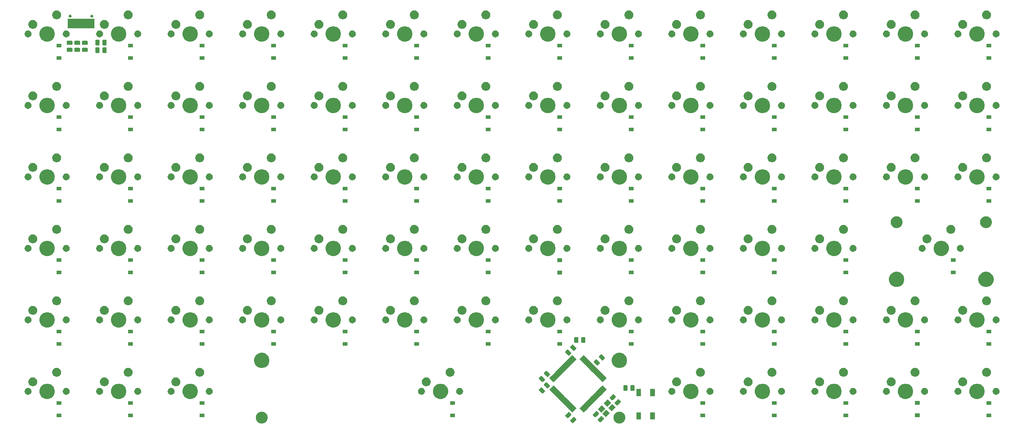
<source format=gbr>
G04 #@! TF.GenerationSoftware,KiCad,Pcbnew,(5.1.4)-1*
G04 #@! TF.CreationDate,2020-08-23T18:06:49-07:00*
G04 #@! TF.ProjectId,B3PKey,4233504b-6579-42e6-9b69-6361645f7063,1*
G04 #@! TF.SameCoordinates,Original*
G04 #@! TF.FileFunction,Soldermask,Bot*
G04 #@! TF.FilePolarity,Negative*
%FSLAX46Y46*%
G04 Gerber Fmt 4.6, Leading zero omitted, Abs format (unit mm)*
G04 Created by KiCad (PCBNEW (5.1.4)-1) date 2020-08-23 18:06:49*
%MOMM*%
%LPD*%
G04 APERTURE LIST*
%ADD10C,0.100000*%
G04 APERTURE END LIST*
D10*
G36*
X241759411Y-189620526D02*
G01*
X241857295Y-189661071D01*
X242046041Y-189739252D01*
X242046042Y-189739253D01*
X242304004Y-189911617D01*
X242523383Y-190130996D01*
X242611029Y-190262168D01*
X242695748Y-190388959D01*
X242764075Y-190553916D01*
X242814474Y-190675589D01*
X242830475Y-190756031D01*
X242867758Y-190943465D01*
X242875000Y-190979876D01*
X242875000Y-191290124D01*
X242814474Y-191594411D01*
X242793272Y-191645597D01*
X242695748Y-191881041D01*
X242661518Y-191932270D01*
X242523383Y-192139004D01*
X242304004Y-192358383D01*
X242131639Y-192473553D01*
X242046041Y-192530748D01*
X241878137Y-192600296D01*
X241759411Y-192649474D01*
X241455125Y-192710000D01*
X241144875Y-192710000D01*
X240992733Y-192679737D01*
X240840589Y-192649474D01*
X240721863Y-192600296D01*
X240553959Y-192530748D01*
X240468361Y-192473553D01*
X240295996Y-192358383D01*
X240076617Y-192139004D01*
X239938482Y-191932270D01*
X239904252Y-191881041D01*
X239806728Y-191645597D01*
X239785526Y-191594411D01*
X239725000Y-191290124D01*
X239725000Y-190979876D01*
X239732243Y-190943465D01*
X239769525Y-190756031D01*
X239785526Y-190675589D01*
X239835925Y-190553916D01*
X239904252Y-190388959D01*
X239988971Y-190262168D01*
X240076617Y-190130996D01*
X240295996Y-189911617D01*
X240553958Y-189739253D01*
X240553959Y-189739252D01*
X240742705Y-189661071D01*
X240840589Y-189620526D01*
X240992733Y-189590263D01*
X241144875Y-189560000D01*
X241455125Y-189560000D01*
X241759411Y-189620526D01*
X241759411Y-189620526D01*
G37*
G36*
X146509411Y-189620526D02*
G01*
X146607295Y-189661071D01*
X146796041Y-189739252D01*
X146796042Y-189739253D01*
X147054004Y-189911617D01*
X147273383Y-190130996D01*
X147361029Y-190262168D01*
X147445748Y-190388959D01*
X147514075Y-190553916D01*
X147564474Y-190675589D01*
X147580475Y-190756031D01*
X147617758Y-190943465D01*
X147625000Y-190979876D01*
X147625000Y-191290124D01*
X147564474Y-191594411D01*
X147543272Y-191645597D01*
X147445748Y-191881041D01*
X147411518Y-191932270D01*
X147273383Y-192139004D01*
X147054004Y-192358383D01*
X146881639Y-192473553D01*
X146796041Y-192530748D01*
X146628137Y-192600296D01*
X146509411Y-192649474D01*
X146205125Y-192710000D01*
X145894875Y-192710000D01*
X145742733Y-192679737D01*
X145590589Y-192649474D01*
X145471863Y-192600296D01*
X145303959Y-192530748D01*
X145218361Y-192473553D01*
X145045996Y-192358383D01*
X144826617Y-192139004D01*
X144688482Y-191932270D01*
X144654252Y-191881041D01*
X144556728Y-191645597D01*
X144535526Y-191594411D01*
X144475000Y-191290124D01*
X144475000Y-190979876D01*
X144482243Y-190943465D01*
X144519525Y-190756031D01*
X144535526Y-190675589D01*
X144585925Y-190553916D01*
X144654252Y-190388959D01*
X144738971Y-190262168D01*
X144826617Y-190130996D01*
X145045996Y-189911617D01*
X145303958Y-189739253D01*
X145303959Y-189739252D01*
X145492705Y-189661071D01*
X145590589Y-189620526D01*
X145742733Y-189590263D01*
X145894875Y-189560000D01*
X146205125Y-189560000D01*
X146509411Y-189620526D01*
X146509411Y-189620526D01*
G37*
G36*
X229199391Y-190960399D02*
G01*
X229238061Y-190972130D01*
X229273700Y-190991180D01*
X229309706Y-191020729D01*
X229349556Y-191060579D01*
X229349562Y-191060584D01*
X229730339Y-191441361D01*
X229730344Y-191441367D01*
X229770194Y-191481217D01*
X229799743Y-191517223D01*
X229818793Y-191552862D01*
X229830524Y-191591532D01*
X229834484Y-191631750D01*
X229830524Y-191671968D01*
X229818793Y-191710638D01*
X229799743Y-191746277D01*
X229770194Y-191782283D01*
X229730344Y-191822133D01*
X229730339Y-191822139D01*
X229049042Y-192503436D01*
X229049036Y-192503441D01*
X229009186Y-192543291D01*
X228973180Y-192572840D01*
X228937541Y-192591890D01*
X228898871Y-192603621D01*
X228858653Y-192607581D01*
X228818435Y-192603621D01*
X228779765Y-192591890D01*
X228744126Y-192572840D01*
X228708120Y-192543291D01*
X228668270Y-192503441D01*
X228668264Y-192503436D01*
X228287487Y-192122659D01*
X228287482Y-192122653D01*
X228247632Y-192082803D01*
X228218083Y-192046797D01*
X228199033Y-192011158D01*
X228187302Y-191972488D01*
X228183342Y-191932270D01*
X228187302Y-191892052D01*
X228199033Y-191853382D01*
X228218083Y-191817743D01*
X228247632Y-191781737D01*
X228287482Y-191741887D01*
X228287487Y-191741881D01*
X228968784Y-191060584D01*
X228968790Y-191060579D01*
X229008640Y-191020729D01*
X229044646Y-190991180D01*
X229080285Y-190972130D01*
X229118955Y-190960399D01*
X229159173Y-190956439D01*
X229199391Y-190960399D01*
X229199391Y-190960399D01*
G37*
G36*
X236556804Y-190726254D02*
G01*
X236595474Y-190737985D01*
X236631113Y-190757035D01*
X236667119Y-190786584D01*
X236706969Y-190826434D01*
X236706975Y-190826439D01*
X237087752Y-191207216D01*
X237087757Y-191207222D01*
X237127607Y-191247072D01*
X237157156Y-191283078D01*
X237176206Y-191318717D01*
X237187937Y-191357387D01*
X237191897Y-191397605D01*
X237187937Y-191437823D01*
X237176206Y-191476493D01*
X237157156Y-191512132D01*
X237127607Y-191548138D01*
X237087757Y-191587988D01*
X237087752Y-191587994D01*
X236406455Y-192269291D01*
X236406449Y-192269296D01*
X236366599Y-192309146D01*
X236330593Y-192338695D01*
X236294954Y-192357745D01*
X236256284Y-192369476D01*
X236216066Y-192373436D01*
X236175848Y-192369476D01*
X236137178Y-192357745D01*
X236101539Y-192338695D01*
X236065533Y-192309146D01*
X236025683Y-192269296D01*
X236025677Y-192269291D01*
X235644900Y-191888514D01*
X235644895Y-191888508D01*
X235605045Y-191848658D01*
X235575496Y-191812652D01*
X235556446Y-191777013D01*
X235544715Y-191738343D01*
X235540755Y-191698125D01*
X235544715Y-191657907D01*
X235556446Y-191619237D01*
X235575496Y-191583598D01*
X235605045Y-191547592D01*
X235644895Y-191507742D01*
X235644900Y-191507736D01*
X236326197Y-190826439D01*
X236326203Y-190826434D01*
X236366053Y-190786584D01*
X236402059Y-190757035D01*
X236437698Y-190737985D01*
X236476368Y-190726254D01*
X236516586Y-190722294D01*
X236556804Y-190726254D01*
X236556804Y-190726254D01*
G37*
G36*
X250736000Y-191630000D02*
G01*
X249534000Y-191630000D01*
X249534000Y-189728000D01*
X250736000Y-189728000D01*
X250736000Y-191630000D01*
X250736000Y-191630000D01*
G37*
G36*
X247036000Y-191630000D02*
G01*
X245834000Y-191630000D01*
X245834000Y-189728000D01*
X247036000Y-189728000D01*
X247036000Y-191630000D01*
X247036000Y-191630000D01*
G37*
G36*
X227873565Y-189634573D02*
G01*
X227912235Y-189646304D01*
X227947874Y-189665354D01*
X227983880Y-189694903D01*
X228023730Y-189734753D01*
X228023736Y-189734758D01*
X228404513Y-190115535D01*
X228404518Y-190115541D01*
X228444368Y-190155391D01*
X228473917Y-190191397D01*
X228492967Y-190227036D01*
X228504698Y-190265706D01*
X228508658Y-190305924D01*
X228504698Y-190346142D01*
X228492967Y-190384812D01*
X228473917Y-190420451D01*
X228444368Y-190456457D01*
X228404518Y-190496307D01*
X228404513Y-190496313D01*
X227723216Y-191177610D01*
X227723210Y-191177615D01*
X227683360Y-191217465D01*
X227647354Y-191247014D01*
X227611715Y-191266064D01*
X227573045Y-191277795D01*
X227532827Y-191281755D01*
X227492609Y-191277795D01*
X227453939Y-191266064D01*
X227418300Y-191247014D01*
X227382294Y-191217465D01*
X227342444Y-191177615D01*
X227342438Y-191177610D01*
X226961661Y-190796833D01*
X226961656Y-190796827D01*
X226921806Y-190756977D01*
X226892257Y-190720971D01*
X226873207Y-190685332D01*
X226861476Y-190646662D01*
X226857516Y-190606444D01*
X226861476Y-190566226D01*
X226873207Y-190527556D01*
X226892257Y-190491917D01*
X226921806Y-190455911D01*
X226961656Y-190416061D01*
X226961661Y-190416055D01*
X227642958Y-189734758D01*
X227642964Y-189734753D01*
X227682814Y-189694903D01*
X227718820Y-189665354D01*
X227754459Y-189646304D01*
X227793129Y-189634573D01*
X227833347Y-189630613D01*
X227873565Y-189634573D01*
X227873565Y-189634573D01*
G37*
G36*
X130826000Y-191063500D02*
G01*
X129524000Y-191063500D01*
X129524000Y-190061500D01*
X130826000Y-190061500D01*
X130826000Y-191063500D01*
X130826000Y-191063500D01*
G37*
G36*
X92726000Y-191063500D02*
G01*
X91424000Y-191063500D01*
X91424000Y-190061500D01*
X92726000Y-190061500D01*
X92726000Y-191063500D01*
X92726000Y-191063500D01*
G37*
G36*
X111776000Y-191063500D02*
G01*
X110474000Y-191063500D01*
X110474000Y-190061500D01*
X111776000Y-190061500D01*
X111776000Y-191063500D01*
X111776000Y-191063500D01*
G37*
G36*
X340376000Y-191063500D02*
G01*
X339074000Y-191063500D01*
X339074000Y-190061500D01*
X340376000Y-190061500D01*
X340376000Y-191063500D01*
X340376000Y-191063500D01*
G37*
G36*
X302276000Y-191063500D02*
G01*
X300974000Y-191063500D01*
X300974000Y-190061500D01*
X302276000Y-190061500D01*
X302276000Y-191063500D01*
X302276000Y-191063500D01*
G37*
G36*
X283226000Y-191063500D02*
G01*
X281924000Y-191063500D01*
X281924000Y-190061500D01*
X283226000Y-190061500D01*
X283226000Y-191063500D01*
X283226000Y-191063500D01*
G37*
G36*
X264176000Y-191063500D02*
G01*
X262874000Y-191063500D01*
X262874000Y-190061500D01*
X264176000Y-190061500D01*
X264176000Y-191063500D01*
X264176000Y-191063500D01*
G37*
G36*
X197501000Y-191063500D02*
G01*
X196199000Y-191063500D01*
X196199000Y-190061500D01*
X197501000Y-190061500D01*
X197501000Y-191063500D01*
X197501000Y-191063500D01*
G37*
G36*
X235230978Y-189400428D02*
G01*
X235269648Y-189412159D01*
X235305287Y-189431209D01*
X235341293Y-189460758D01*
X235381143Y-189500608D01*
X235381149Y-189500613D01*
X235761926Y-189881390D01*
X235761931Y-189881396D01*
X235801781Y-189921246D01*
X235831330Y-189957252D01*
X235850380Y-189992891D01*
X235862111Y-190031561D01*
X235866071Y-190071779D01*
X235862111Y-190111997D01*
X235850380Y-190150667D01*
X235831330Y-190186306D01*
X235801781Y-190222312D01*
X235761931Y-190262162D01*
X235761926Y-190262168D01*
X235080629Y-190943465D01*
X235080623Y-190943470D01*
X235040773Y-190983320D01*
X235004767Y-191012869D01*
X234969128Y-191031919D01*
X234930458Y-191043650D01*
X234890240Y-191047610D01*
X234850022Y-191043650D01*
X234811352Y-191031919D01*
X234775713Y-191012869D01*
X234739707Y-190983320D01*
X234699857Y-190943470D01*
X234699851Y-190943465D01*
X234319074Y-190562688D01*
X234319069Y-190562682D01*
X234279219Y-190522832D01*
X234249670Y-190486826D01*
X234230620Y-190451187D01*
X234218889Y-190412517D01*
X234214929Y-190372299D01*
X234218889Y-190332081D01*
X234230620Y-190293411D01*
X234249670Y-190257772D01*
X234279219Y-190221766D01*
X234319069Y-190181916D01*
X234319074Y-190181910D01*
X235000371Y-189500613D01*
X235000377Y-189500608D01*
X235040227Y-189460758D01*
X235076233Y-189431209D01*
X235111872Y-189412159D01*
X235150542Y-189400428D01*
X235190760Y-189396468D01*
X235230978Y-189400428D01*
X235230978Y-189400428D01*
G37*
G36*
X238763064Y-189948035D02*
G01*
X237700989Y-191010110D01*
X236780336Y-190089457D01*
X237842411Y-189027382D01*
X238763064Y-189948035D01*
X238763064Y-189948035D01*
G37*
G36*
X321326000Y-191001000D02*
G01*
X320024000Y-191001000D01*
X320024000Y-189999000D01*
X321326000Y-189999000D01*
X321326000Y-191001000D01*
X321326000Y-191001000D01*
G37*
G36*
X237560983Y-188745954D02*
G01*
X236498908Y-189808029D01*
X235578255Y-188887376D01*
X236640330Y-187825301D01*
X237560983Y-188745954D01*
X237560983Y-188745954D01*
G37*
G36*
X224250729Y-182998862D02*
G01*
X224250735Y-182998867D01*
X225454218Y-184202350D01*
X225454223Y-184202356D01*
X225947785Y-184695918D01*
X225947791Y-184695923D01*
X226585589Y-185333721D01*
X226585594Y-185333727D01*
X227079156Y-185827289D01*
X227079162Y-185827294D01*
X227716960Y-186465092D01*
X227716965Y-186465098D01*
X228210527Y-186958660D01*
X228210533Y-186958665D01*
X229414016Y-188162148D01*
X229414021Y-188162154D01*
X229891318Y-188639451D01*
X228758533Y-189772236D01*
X228209118Y-189222821D01*
X228209113Y-189222815D01*
X227149866Y-188163568D01*
X227149860Y-188163563D01*
X226512062Y-187525765D01*
X226512057Y-187525759D01*
X226018495Y-187032197D01*
X226018489Y-187032192D01*
X225380691Y-186394394D01*
X225380686Y-186394388D01*
X224887124Y-185900826D01*
X224887118Y-185900821D01*
X224249320Y-185263023D01*
X224249315Y-185263017D01*
X223190068Y-184203770D01*
X223190062Y-184203765D01*
X222640646Y-183654349D01*
X223773431Y-182521564D01*
X224250729Y-182998862D01*
X224250729Y-182998862D01*
G37*
G36*
X237952336Y-183654349D02*
G01*
X237402915Y-184203770D01*
X236837229Y-184769455D01*
X236343668Y-185263017D01*
X233443117Y-188163568D01*
X232877431Y-188729253D01*
X232383870Y-189222815D01*
X231834449Y-189772236D01*
X230701664Y-188639451D01*
X231162697Y-188178418D01*
X231178962Y-188162154D01*
X231178971Y-188162143D01*
X232382445Y-186958669D01*
X232382456Y-186958660D01*
X232398721Y-186942396D01*
X232398720Y-186942395D01*
X232859753Y-186481362D01*
X232859754Y-186481363D01*
X232876018Y-186465098D01*
X232876027Y-186465087D01*
X233513816Y-185827298D01*
X233513827Y-185827289D01*
X233530092Y-185811025D01*
X233530091Y-185811024D01*
X233991124Y-185349991D01*
X233991125Y-185349992D01*
X234007389Y-185333727D01*
X234007398Y-185333716D01*
X234645187Y-184695927D01*
X234645198Y-184695918D01*
X234661463Y-184679654D01*
X234661462Y-184679653D01*
X235122495Y-184218620D01*
X235122496Y-184218621D01*
X235138760Y-184202356D01*
X235138769Y-184202345D01*
X236342243Y-182998871D01*
X236342254Y-182998862D01*
X236358518Y-182982597D01*
X236819551Y-182521564D01*
X237952336Y-183654349D01*
X237952336Y-183654349D01*
G37*
G36*
X240318699Y-188392400D02*
G01*
X239256624Y-189454475D01*
X238335971Y-188533822D01*
X239398046Y-187471747D01*
X240318699Y-188392400D01*
X240318699Y-188392400D01*
G37*
G36*
X239116618Y-187190319D02*
G01*
X238054543Y-188252394D01*
X237133890Y-187331741D01*
X238195965Y-186269666D01*
X239116618Y-187190319D01*
X239116618Y-187190319D01*
G37*
G36*
X241046932Y-186236126D02*
G01*
X241085602Y-186247857D01*
X241121241Y-186266907D01*
X241157247Y-186296456D01*
X241197097Y-186336306D01*
X241197103Y-186336311D01*
X241577880Y-186717088D01*
X241577885Y-186717094D01*
X241617735Y-186756944D01*
X241647284Y-186792950D01*
X241666334Y-186828589D01*
X241678065Y-186867259D01*
X241682025Y-186907477D01*
X241678065Y-186947695D01*
X241666334Y-186986365D01*
X241647284Y-187022004D01*
X241617735Y-187058010D01*
X241577885Y-187097860D01*
X241577880Y-187097866D01*
X240896583Y-187779163D01*
X240896577Y-187779168D01*
X240856727Y-187819018D01*
X240820721Y-187848567D01*
X240785082Y-187867617D01*
X240746412Y-187879348D01*
X240706194Y-187883308D01*
X240665976Y-187879348D01*
X240627306Y-187867617D01*
X240591667Y-187848567D01*
X240555661Y-187819018D01*
X240515811Y-187779168D01*
X240515805Y-187779163D01*
X240135028Y-187398386D01*
X240135023Y-187398380D01*
X240095173Y-187358530D01*
X240065624Y-187322524D01*
X240046574Y-187286885D01*
X240034843Y-187248215D01*
X240030883Y-187207997D01*
X240034843Y-187167779D01*
X240046574Y-187129109D01*
X240065624Y-187093470D01*
X240095173Y-187057464D01*
X240135023Y-187017614D01*
X240135028Y-187017608D01*
X240816325Y-186336311D01*
X240816331Y-186336306D01*
X240856181Y-186296456D01*
X240892187Y-186266907D01*
X240927826Y-186247857D01*
X240966496Y-186236126D01*
X241006714Y-186232166D01*
X241046932Y-186236126D01*
X241046932Y-186236126D01*
G37*
G36*
X92726000Y-187763500D02*
G01*
X91424000Y-187763500D01*
X91424000Y-186761500D01*
X92726000Y-186761500D01*
X92726000Y-187763500D01*
X92726000Y-187763500D01*
G37*
G36*
X340376000Y-187763500D02*
G01*
X339074000Y-187763500D01*
X339074000Y-186761500D01*
X340376000Y-186761500D01*
X340376000Y-187763500D01*
X340376000Y-187763500D01*
G37*
G36*
X197501000Y-187763500D02*
G01*
X196199000Y-187763500D01*
X196199000Y-186761500D01*
X197501000Y-186761500D01*
X197501000Y-187763500D01*
X197501000Y-187763500D01*
G37*
G36*
X302276000Y-187763500D02*
G01*
X300974000Y-187763500D01*
X300974000Y-186761500D01*
X302276000Y-186761500D01*
X302276000Y-187763500D01*
X302276000Y-187763500D01*
G37*
G36*
X283226000Y-187763500D02*
G01*
X281924000Y-187763500D01*
X281924000Y-186761500D01*
X283226000Y-186761500D01*
X283226000Y-187763500D01*
X283226000Y-187763500D01*
G37*
G36*
X264176000Y-187763500D02*
G01*
X262874000Y-187763500D01*
X262874000Y-186761500D01*
X264176000Y-186761500D01*
X264176000Y-187763500D01*
X264176000Y-187763500D01*
G37*
G36*
X130826000Y-187763500D02*
G01*
X129524000Y-187763500D01*
X129524000Y-186761500D01*
X130826000Y-186761500D01*
X130826000Y-187763500D01*
X130826000Y-187763500D01*
G37*
G36*
X111776000Y-187763500D02*
G01*
X110474000Y-187763500D01*
X110474000Y-186761500D01*
X111776000Y-186761500D01*
X111776000Y-187763500D01*
X111776000Y-187763500D01*
G37*
G36*
X321326000Y-187701000D02*
G01*
X320024000Y-187701000D01*
X320024000Y-186699000D01*
X321326000Y-186699000D01*
X321326000Y-187701000D01*
X321326000Y-187701000D01*
G37*
G36*
X239721106Y-184910300D02*
G01*
X239759776Y-184922031D01*
X239795415Y-184941081D01*
X239831421Y-184970630D01*
X239871271Y-185010480D01*
X239871277Y-185010485D01*
X240252054Y-185391262D01*
X240252059Y-185391268D01*
X240291909Y-185431118D01*
X240321458Y-185467124D01*
X240340508Y-185502763D01*
X240352239Y-185541433D01*
X240356199Y-185581651D01*
X240352239Y-185621869D01*
X240340508Y-185660539D01*
X240321458Y-185696178D01*
X240291909Y-185732184D01*
X240252059Y-185772034D01*
X240252054Y-185772040D01*
X239570757Y-186453337D01*
X239570751Y-186453342D01*
X239530901Y-186493192D01*
X239494895Y-186522741D01*
X239459256Y-186541791D01*
X239420586Y-186553522D01*
X239380368Y-186557482D01*
X239340150Y-186553522D01*
X239301480Y-186541791D01*
X239265841Y-186522741D01*
X239229835Y-186493192D01*
X239189985Y-186453342D01*
X239189979Y-186453337D01*
X238809202Y-186072560D01*
X238809197Y-186072554D01*
X238769347Y-186032704D01*
X238739798Y-185996698D01*
X238720748Y-185961059D01*
X238709017Y-185922389D01*
X238705057Y-185882171D01*
X238709017Y-185841953D01*
X238720748Y-185803283D01*
X238739798Y-185767644D01*
X238769347Y-185731638D01*
X238809197Y-185691788D01*
X238809202Y-185691782D01*
X239490499Y-185010485D01*
X239490505Y-185010480D01*
X239530355Y-184970630D01*
X239566361Y-184941081D01*
X239602000Y-184922031D01*
X239640670Y-184910300D01*
X239680888Y-184906340D01*
X239721106Y-184910300D01*
X239721106Y-184910300D01*
G37*
G36*
X299046474Y-182183684D02*
G01*
X299213252Y-182252766D01*
X299418623Y-182337833D01*
X299753548Y-182561623D01*
X300038377Y-182846452D01*
X300262167Y-183181377D01*
X300314810Y-183308469D01*
X300416316Y-183553526D01*
X300494900Y-183948594D01*
X300494900Y-184351406D01*
X300416316Y-184746474D01*
X300365451Y-184869272D01*
X300262167Y-185118623D01*
X300038377Y-185453548D01*
X299753548Y-185738377D01*
X299418623Y-185962167D01*
X299362994Y-185985209D01*
X299046474Y-186116316D01*
X298651406Y-186194900D01*
X298248594Y-186194900D01*
X297853526Y-186116316D01*
X297537006Y-185985209D01*
X297481377Y-185962167D01*
X297146452Y-185738377D01*
X296861623Y-185453548D01*
X296637833Y-185118623D01*
X296534549Y-184869272D01*
X296483684Y-184746474D01*
X296405100Y-184351406D01*
X296405100Y-183948594D01*
X296483684Y-183553526D01*
X296585190Y-183308469D01*
X296637833Y-183181377D01*
X296861623Y-182846452D01*
X297146452Y-182561623D01*
X297481377Y-182337833D01*
X297686748Y-182252766D01*
X297853526Y-182183684D01*
X298248594Y-182105100D01*
X298651406Y-182105100D01*
X299046474Y-182183684D01*
X299046474Y-182183684D01*
G37*
G36*
X337146474Y-182183684D02*
G01*
X337313252Y-182252766D01*
X337518623Y-182337833D01*
X337853548Y-182561623D01*
X338138377Y-182846452D01*
X338362167Y-183181377D01*
X338414810Y-183308469D01*
X338516316Y-183553526D01*
X338594900Y-183948594D01*
X338594900Y-184351406D01*
X338516316Y-184746474D01*
X338465451Y-184869272D01*
X338362167Y-185118623D01*
X338138377Y-185453548D01*
X337853548Y-185738377D01*
X337518623Y-185962167D01*
X337462994Y-185985209D01*
X337146474Y-186116316D01*
X336751406Y-186194900D01*
X336348594Y-186194900D01*
X335953526Y-186116316D01*
X335637006Y-185985209D01*
X335581377Y-185962167D01*
X335246452Y-185738377D01*
X334961623Y-185453548D01*
X334737833Y-185118623D01*
X334634549Y-184869272D01*
X334583684Y-184746474D01*
X334505100Y-184351406D01*
X334505100Y-183948594D01*
X334583684Y-183553526D01*
X334685190Y-183308469D01*
X334737833Y-183181377D01*
X334961623Y-182846452D01*
X335246452Y-182561623D01*
X335581377Y-182337833D01*
X335786748Y-182252766D01*
X335953526Y-182183684D01*
X336348594Y-182105100D01*
X336751406Y-182105100D01*
X337146474Y-182183684D01*
X337146474Y-182183684D01*
G37*
G36*
X318096474Y-182183684D02*
G01*
X318263252Y-182252766D01*
X318468623Y-182337833D01*
X318803548Y-182561623D01*
X319088377Y-182846452D01*
X319312167Y-183181377D01*
X319364810Y-183308469D01*
X319466316Y-183553526D01*
X319544900Y-183948594D01*
X319544900Y-184351406D01*
X319466316Y-184746474D01*
X319415451Y-184869272D01*
X319312167Y-185118623D01*
X319088377Y-185453548D01*
X318803548Y-185738377D01*
X318468623Y-185962167D01*
X318412994Y-185985209D01*
X318096474Y-186116316D01*
X317701406Y-186194900D01*
X317298594Y-186194900D01*
X316903526Y-186116316D01*
X316587006Y-185985209D01*
X316531377Y-185962167D01*
X316196452Y-185738377D01*
X315911623Y-185453548D01*
X315687833Y-185118623D01*
X315584549Y-184869272D01*
X315533684Y-184746474D01*
X315455100Y-184351406D01*
X315455100Y-183948594D01*
X315533684Y-183553526D01*
X315635190Y-183308469D01*
X315687833Y-183181377D01*
X315911623Y-182846452D01*
X316196452Y-182561623D01*
X316531377Y-182337833D01*
X316736748Y-182252766D01*
X316903526Y-182183684D01*
X317298594Y-182105100D01*
X317701406Y-182105100D01*
X318096474Y-182183684D01*
X318096474Y-182183684D01*
G37*
G36*
X260946474Y-182183684D02*
G01*
X261113252Y-182252766D01*
X261318623Y-182337833D01*
X261653548Y-182561623D01*
X261938377Y-182846452D01*
X262162167Y-183181377D01*
X262214810Y-183308469D01*
X262316316Y-183553526D01*
X262394900Y-183948594D01*
X262394900Y-184351406D01*
X262316316Y-184746474D01*
X262265451Y-184869272D01*
X262162167Y-185118623D01*
X261938377Y-185453548D01*
X261653548Y-185738377D01*
X261318623Y-185962167D01*
X261262994Y-185985209D01*
X260946474Y-186116316D01*
X260551406Y-186194900D01*
X260148594Y-186194900D01*
X259753526Y-186116316D01*
X259437006Y-185985209D01*
X259381377Y-185962167D01*
X259046452Y-185738377D01*
X258761623Y-185453548D01*
X258537833Y-185118623D01*
X258434549Y-184869272D01*
X258383684Y-184746474D01*
X258305100Y-184351406D01*
X258305100Y-183948594D01*
X258383684Y-183553526D01*
X258485190Y-183308469D01*
X258537833Y-183181377D01*
X258761623Y-182846452D01*
X259046452Y-182561623D01*
X259381377Y-182337833D01*
X259586748Y-182252766D01*
X259753526Y-182183684D01*
X260148594Y-182105100D01*
X260551406Y-182105100D01*
X260946474Y-182183684D01*
X260946474Y-182183684D01*
G37*
G36*
X194271474Y-182183684D02*
G01*
X194438252Y-182252766D01*
X194643623Y-182337833D01*
X194978548Y-182561623D01*
X195263377Y-182846452D01*
X195487167Y-183181377D01*
X195539810Y-183308469D01*
X195641316Y-183553526D01*
X195719900Y-183948594D01*
X195719900Y-184351406D01*
X195641316Y-184746474D01*
X195590451Y-184869272D01*
X195487167Y-185118623D01*
X195263377Y-185453548D01*
X194978548Y-185738377D01*
X194643623Y-185962167D01*
X194587994Y-185985209D01*
X194271474Y-186116316D01*
X193876406Y-186194900D01*
X193473594Y-186194900D01*
X193078526Y-186116316D01*
X192762006Y-185985209D01*
X192706377Y-185962167D01*
X192371452Y-185738377D01*
X192086623Y-185453548D01*
X191862833Y-185118623D01*
X191759549Y-184869272D01*
X191708684Y-184746474D01*
X191630100Y-184351406D01*
X191630100Y-183948594D01*
X191708684Y-183553526D01*
X191810190Y-183308469D01*
X191862833Y-183181377D01*
X192086623Y-182846452D01*
X192371452Y-182561623D01*
X192706377Y-182337833D01*
X192911748Y-182252766D01*
X193078526Y-182183684D01*
X193473594Y-182105100D01*
X193876406Y-182105100D01*
X194271474Y-182183684D01*
X194271474Y-182183684D01*
G37*
G36*
X108546474Y-182183684D02*
G01*
X108713252Y-182252766D01*
X108918623Y-182337833D01*
X109253548Y-182561623D01*
X109538377Y-182846452D01*
X109762167Y-183181377D01*
X109814810Y-183308469D01*
X109916316Y-183553526D01*
X109994900Y-183948594D01*
X109994900Y-184351406D01*
X109916316Y-184746474D01*
X109865451Y-184869272D01*
X109762167Y-185118623D01*
X109538377Y-185453548D01*
X109253548Y-185738377D01*
X108918623Y-185962167D01*
X108862994Y-185985209D01*
X108546474Y-186116316D01*
X108151406Y-186194900D01*
X107748594Y-186194900D01*
X107353526Y-186116316D01*
X107037006Y-185985209D01*
X106981377Y-185962167D01*
X106646452Y-185738377D01*
X106361623Y-185453548D01*
X106137833Y-185118623D01*
X106034549Y-184869272D01*
X105983684Y-184746474D01*
X105905100Y-184351406D01*
X105905100Y-183948594D01*
X105983684Y-183553526D01*
X106085190Y-183308469D01*
X106137833Y-183181377D01*
X106361623Y-182846452D01*
X106646452Y-182561623D01*
X106981377Y-182337833D01*
X107186748Y-182252766D01*
X107353526Y-182183684D01*
X107748594Y-182105100D01*
X108151406Y-182105100D01*
X108546474Y-182183684D01*
X108546474Y-182183684D01*
G37*
G36*
X89496474Y-182183684D02*
G01*
X89663252Y-182252766D01*
X89868623Y-182337833D01*
X90203548Y-182561623D01*
X90488377Y-182846452D01*
X90712167Y-183181377D01*
X90764810Y-183308469D01*
X90866316Y-183553526D01*
X90944900Y-183948594D01*
X90944900Y-184351406D01*
X90866316Y-184746474D01*
X90815451Y-184869272D01*
X90712167Y-185118623D01*
X90488377Y-185453548D01*
X90203548Y-185738377D01*
X89868623Y-185962167D01*
X89812994Y-185985209D01*
X89496474Y-186116316D01*
X89101406Y-186194900D01*
X88698594Y-186194900D01*
X88303526Y-186116316D01*
X87987006Y-185985209D01*
X87931377Y-185962167D01*
X87596452Y-185738377D01*
X87311623Y-185453548D01*
X87087833Y-185118623D01*
X86984549Y-184869272D01*
X86933684Y-184746474D01*
X86855100Y-184351406D01*
X86855100Y-183948594D01*
X86933684Y-183553526D01*
X87035190Y-183308469D01*
X87087833Y-183181377D01*
X87311623Y-182846452D01*
X87596452Y-182561623D01*
X87931377Y-182337833D01*
X88136748Y-182252766D01*
X88303526Y-182183684D01*
X88698594Y-182105100D01*
X89101406Y-182105100D01*
X89496474Y-182183684D01*
X89496474Y-182183684D01*
G37*
G36*
X279996474Y-182183684D02*
G01*
X280163252Y-182252766D01*
X280368623Y-182337833D01*
X280703548Y-182561623D01*
X280988377Y-182846452D01*
X281212167Y-183181377D01*
X281264810Y-183308469D01*
X281366316Y-183553526D01*
X281444900Y-183948594D01*
X281444900Y-184351406D01*
X281366316Y-184746474D01*
X281315451Y-184869272D01*
X281212167Y-185118623D01*
X280988377Y-185453548D01*
X280703548Y-185738377D01*
X280368623Y-185962167D01*
X280312994Y-185985209D01*
X279996474Y-186116316D01*
X279601406Y-186194900D01*
X279198594Y-186194900D01*
X278803526Y-186116316D01*
X278487006Y-185985209D01*
X278431377Y-185962167D01*
X278096452Y-185738377D01*
X277811623Y-185453548D01*
X277587833Y-185118623D01*
X277484549Y-184869272D01*
X277433684Y-184746474D01*
X277355100Y-184351406D01*
X277355100Y-183948594D01*
X277433684Y-183553526D01*
X277535190Y-183308469D01*
X277587833Y-183181377D01*
X277811623Y-182846452D01*
X278096452Y-182561623D01*
X278431377Y-182337833D01*
X278636748Y-182252766D01*
X278803526Y-182183684D01*
X279198594Y-182105100D01*
X279601406Y-182105100D01*
X279996474Y-182183684D01*
X279996474Y-182183684D01*
G37*
G36*
X127596474Y-182183684D02*
G01*
X127763252Y-182252766D01*
X127968623Y-182337833D01*
X128303548Y-182561623D01*
X128588377Y-182846452D01*
X128812167Y-183181377D01*
X128864810Y-183308469D01*
X128966316Y-183553526D01*
X129044900Y-183948594D01*
X129044900Y-184351406D01*
X128966316Y-184746474D01*
X128915451Y-184869272D01*
X128812167Y-185118623D01*
X128588377Y-185453548D01*
X128303548Y-185738377D01*
X127968623Y-185962167D01*
X127912994Y-185985209D01*
X127596474Y-186116316D01*
X127201406Y-186194900D01*
X126798594Y-186194900D01*
X126403526Y-186116316D01*
X126087006Y-185985209D01*
X126031377Y-185962167D01*
X125696452Y-185738377D01*
X125411623Y-185453548D01*
X125187833Y-185118623D01*
X125084549Y-184869272D01*
X125033684Y-184746474D01*
X124955100Y-184351406D01*
X124955100Y-183948594D01*
X125033684Y-183553526D01*
X125135190Y-183308469D01*
X125187833Y-183181377D01*
X125411623Y-182846452D01*
X125696452Y-182561623D01*
X126031377Y-182337833D01*
X126236748Y-182252766D01*
X126403526Y-182183684D01*
X126798594Y-182105100D01*
X127201406Y-182105100D01*
X127596474Y-182183684D01*
X127596474Y-182183684D01*
G37*
G36*
X247036000Y-185430000D02*
G01*
X245834000Y-185430000D01*
X245834000Y-183528000D01*
X247036000Y-183528000D01*
X247036000Y-185430000D01*
X247036000Y-185430000D01*
G37*
G36*
X250736000Y-185430000D02*
G01*
X249534000Y-185430000D01*
X249534000Y-183528000D01*
X250736000Y-183528000D01*
X250736000Y-185430000D01*
X250736000Y-185430000D01*
G37*
G36*
X312690104Y-183259585D02*
G01*
X312858626Y-183329389D01*
X313010291Y-183430728D01*
X313139272Y-183559709D01*
X313240611Y-183711374D01*
X313310415Y-183879896D01*
X313346000Y-184058797D01*
X313346000Y-184241203D01*
X313310415Y-184420104D01*
X313240611Y-184588626D01*
X313139272Y-184740291D01*
X313010291Y-184869272D01*
X312858626Y-184970611D01*
X312690104Y-185040415D01*
X312511203Y-185076000D01*
X312328797Y-185076000D01*
X312149896Y-185040415D01*
X311981374Y-184970611D01*
X311829709Y-184869272D01*
X311700728Y-184740291D01*
X311599389Y-184588626D01*
X311529585Y-184420104D01*
X311494000Y-184241203D01*
X311494000Y-184058797D01*
X311529585Y-183879896D01*
X311599389Y-183711374D01*
X311700728Y-183559709D01*
X311829709Y-183430728D01*
X311981374Y-183329389D01*
X312149896Y-183259585D01*
X312328797Y-183224000D01*
X312511203Y-183224000D01*
X312690104Y-183259585D01*
X312690104Y-183259585D01*
G37*
G36*
X103140104Y-183259585D02*
G01*
X103308626Y-183329389D01*
X103460291Y-183430728D01*
X103589272Y-183559709D01*
X103690611Y-183711374D01*
X103760415Y-183879896D01*
X103796000Y-184058797D01*
X103796000Y-184241203D01*
X103760415Y-184420104D01*
X103690611Y-184588626D01*
X103589272Y-184740291D01*
X103460291Y-184869272D01*
X103308626Y-184970611D01*
X103140104Y-185040415D01*
X102961203Y-185076000D01*
X102778797Y-185076000D01*
X102599896Y-185040415D01*
X102431374Y-184970611D01*
X102279709Y-184869272D01*
X102150728Y-184740291D01*
X102049389Y-184588626D01*
X101979585Y-184420104D01*
X101944000Y-184241203D01*
X101944000Y-184058797D01*
X101979585Y-183879896D01*
X102049389Y-183711374D01*
X102150728Y-183559709D01*
X102279709Y-183430728D01*
X102431374Y-183329389D01*
X102599896Y-183259585D01*
X102778797Y-183224000D01*
X102961203Y-183224000D01*
X103140104Y-183259585D01*
X103140104Y-183259585D01*
G37*
G36*
X113300104Y-183259585D02*
G01*
X113468626Y-183329389D01*
X113620291Y-183430728D01*
X113749272Y-183559709D01*
X113850611Y-183711374D01*
X113920415Y-183879896D01*
X113956000Y-184058797D01*
X113956000Y-184241203D01*
X113920415Y-184420104D01*
X113850611Y-184588626D01*
X113749272Y-184740291D01*
X113620291Y-184869272D01*
X113468626Y-184970611D01*
X113300104Y-185040415D01*
X113121203Y-185076000D01*
X112938797Y-185076000D01*
X112759896Y-185040415D01*
X112591374Y-184970611D01*
X112439709Y-184869272D01*
X112310728Y-184740291D01*
X112209389Y-184588626D01*
X112139585Y-184420104D01*
X112104000Y-184241203D01*
X112104000Y-184058797D01*
X112139585Y-183879896D01*
X112209389Y-183711374D01*
X112310728Y-183559709D01*
X112439709Y-183430728D01*
X112591374Y-183329389D01*
X112759896Y-183259585D01*
X112938797Y-183224000D01*
X113121203Y-183224000D01*
X113300104Y-183259585D01*
X113300104Y-183259585D01*
G37*
G36*
X122190104Y-183259585D02*
G01*
X122358626Y-183329389D01*
X122510291Y-183430728D01*
X122639272Y-183559709D01*
X122740611Y-183711374D01*
X122810415Y-183879896D01*
X122846000Y-184058797D01*
X122846000Y-184241203D01*
X122810415Y-184420104D01*
X122740611Y-184588626D01*
X122639272Y-184740291D01*
X122510291Y-184869272D01*
X122358626Y-184970611D01*
X122190104Y-185040415D01*
X122011203Y-185076000D01*
X121828797Y-185076000D01*
X121649896Y-185040415D01*
X121481374Y-184970611D01*
X121329709Y-184869272D01*
X121200728Y-184740291D01*
X121099389Y-184588626D01*
X121029585Y-184420104D01*
X120994000Y-184241203D01*
X120994000Y-184058797D01*
X121029585Y-183879896D01*
X121099389Y-183711374D01*
X121200728Y-183559709D01*
X121329709Y-183430728D01*
X121481374Y-183329389D01*
X121649896Y-183259585D01*
X121828797Y-183224000D01*
X122011203Y-183224000D01*
X122190104Y-183259585D01*
X122190104Y-183259585D01*
G37*
G36*
X132350104Y-183259585D02*
G01*
X132518626Y-183329389D01*
X132670291Y-183430728D01*
X132799272Y-183559709D01*
X132900611Y-183711374D01*
X132970415Y-183879896D01*
X133006000Y-184058797D01*
X133006000Y-184241203D01*
X132970415Y-184420104D01*
X132900611Y-184588626D01*
X132799272Y-184740291D01*
X132670291Y-184869272D01*
X132518626Y-184970611D01*
X132350104Y-185040415D01*
X132171203Y-185076000D01*
X131988797Y-185076000D01*
X131809896Y-185040415D01*
X131641374Y-184970611D01*
X131489709Y-184869272D01*
X131360728Y-184740291D01*
X131259389Y-184588626D01*
X131189585Y-184420104D01*
X131154000Y-184241203D01*
X131154000Y-184058797D01*
X131189585Y-183879896D01*
X131259389Y-183711374D01*
X131360728Y-183559709D01*
X131489709Y-183430728D01*
X131641374Y-183329389D01*
X131809896Y-183259585D01*
X131988797Y-183224000D01*
X132171203Y-183224000D01*
X132350104Y-183259585D01*
X132350104Y-183259585D01*
G37*
G36*
X94250104Y-183259585D02*
G01*
X94418626Y-183329389D01*
X94570291Y-183430728D01*
X94699272Y-183559709D01*
X94800611Y-183711374D01*
X94870415Y-183879896D01*
X94906000Y-184058797D01*
X94906000Y-184241203D01*
X94870415Y-184420104D01*
X94800611Y-184588626D01*
X94699272Y-184740291D01*
X94570291Y-184869272D01*
X94418626Y-184970611D01*
X94250104Y-185040415D01*
X94071203Y-185076000D01*
X93888797Y-185076000D01*
X93709896Y-185040415D01*
X93541374Y-184970611D01*
X93389709Y-184869272D01*
X93260728Y-184740291D01*
X93159389Y-184588626D01*
X93089585Y-184420104D01*
X93054000Y-184241203D01*
X93054000Y-184058797D01*
X93089585Y-183879896D01*
X93159389Y-183711374D01*
X93260728Y-183559709D01*
X93389709Y-183430728D01*
X93541374Y-183329389D01*
X93709896Y-183259585D01*
X93888797Y-183224000D01*
X94071203Y-183224000D01*
X94250104Y-183259585D01*
X94250104Y-183259585D01*
G37*
G36*
X331740104Y-183259585D02*
G01*
X331908626Y-183329389D01*
X332060291Y-183430728D01*
X332189272Y-183559709D01*
X332290611Y-183711374D01*
X332360415Y-183879896D01*
X332396000Y-184058797D01*
X332396000Y-184241203D01*
X332360415Y-184420104D01*
X332290611Y-184588626D01*
X332189272Y-184740291D01*
X332060291Y-184869272D01*
X331908626Y-184970611D01*
X331740104Y-185040415D01*
X331561203Y-185076000D01*
X331378797Y-185076000D01*
X331199896Y-185040415D01*
X331031374Y-184970611D01*
X330879709Y-184869272D01*
X330750728Y-184740291D01*
X330649389Y-184588626D01*
X330579585Y-184420104D01*
X330544000Y-184241203D01*
X330544000Y-184058797D01*
X330579585Y-183879896D01*
X330649389Y-183711374D01*
X330750728Y-183559709D01*
X330879709Y-183430728D01*
X331031374Y-183329389D01*
X331199896Y-183259585D01*
X331378797Y-183224000D01*
X331561203Y-183224000D01*
X331740104Y-183259585D01*
X331740104Y-183259585D01*
G37*
G36*
X341900104Y-183259585D02*
G01*
X342068626Y-183329389D01*
X342220291Y-183430728D01*
X342349272Y-183559709D01*
X342450611Y-183711374D01*
X342520415Y-183879896D01*
X342556000Y-184058797D01*
X342556000Y-184241203D01*
X342520415Y-184420104D01*
X342450611Y-184588626D01*
X342349272Y-184740291D01*
X342220291Y-184869272D01*
X342068626Y-184970611D01*
X341900104Y-185040415D01*
X341721203Y-185076000D01*
X341538797Y-185076000D01*
X341359896Y-185040415D01*
X341191374Y-184970611D01*
X341039709Y-184869272D01*
X340910728Y-184740291D01*
X340809389Y-184588626D01*
X340739585Y-184420104D01*
X340704000Y-184241203D01*
X340704000Y-184058797D01*
X340739585Y-183879896D01*
X340809389Y-183711374D01*
X340910728Y-183559709D01*
X341039709Y-183430728D01*
X341191374Y-183329389D01*
X341359896Y-183259585D01*
X341538797Y-183224000D01*
X341721203Y-183224000D01*
X341900104Y-183259585D01*
X341900104Y-183259585D01*
G37*
G36*
X293640104Y-183259585D02*
G01*
X293808626Y-183329389D01*
X293960291Y-183430728D01*
X294089272Y-183559709D01*
X294190611Y-183711374D01*
X294260415Y-183879896D01*
X294296000Y-184058797D01*
X294296000Y-184241203D01*
X294260415Y-184420104D01*
X294190611Y-184588626D01*
X294089272Y-184740291D01*
X293960291Y-184869272D01*
X293808626Y-184970611D01*
X293640104Y-185040415D01*
X293461203Y-185076000D01*
X293278797Y-185076000D01*
X293099896Y-185040415D01*
X292931374Y-184970611D01*
X292779709Y-184869272D01*
X292650728Y-184740291D01*
X292549389Y-184588626D01*
X292479585Y-184420104D01*
X292444000Y-184241203D01*
X292444000Y-184058797D01*
X292479585Y-183879896D01*
X292549389Y-183711374D01*
X292650728Y-183559709D01*
X292779709Y-183430728D01*
X292931374Y-183329389D01*
X293099896Y-183259585D01*
X293278797Y-183224000D01*
X293461203Y-183224000D01*
X293640104Y-183259585D01*
X293640104Y-183259585D01*
G37*
G36*
X255540104Y-183259585D02*
G01*
X255708626Y-183329389D01*
X255860291Y-183430728D01*
X255989272Y-183559709D01*
X256090611Y-183711374D01*
X256160415Y-183879896D01*
X256196000Y-184058797D01*
X256196000Y-184241203D01*
X256160415Y-184420104D01*
X256090611Y-184588626D01*
X255989272Y-184740291D01*
X255860291Y-184869272D01*
X255708626Y-184970611D01*
X255540104Y-185040415D01*
X255361203Y-185076000D01*
X255178797Y-185076000D01*
X254999896Y-185040415D01*
X254831374Y-184970611D01*
X254679709Y-184869272D01*
X254550728Y-184740291D01*
X254449389Y-184588626D01*
X254379585Y-184420104D01*
X254344000Y-184241203D01*
X254344000Y-184058797D01*
X254379585Y-183879896D01*
X254449389Y-183711374D01*
X254550728Y-183559709D01*
X254679709Y-183430728D01*
X254831374Y-183329389D01*
X254999896Y-183259585D01*
X255178797Y-183224000D01*
X255361203Y-183224000D01*
X255540104Y-183259585D01*
X255540104Y-183259585D01*
G37*
G36*
X322850104Y-183259585D02*
G01*
X323018626Y-183329389D01*
X323170291Y-183430728D01*
X323299272Y-183559709D01*
X323400611Y-183711374D01*
X323470415Y-183879896D01*
X323506000Y-184058797D01*
X323506000Y-184241203D01*
X323470415Y-184420104D01*
X323400611Y-184588626D01*
X323299272Y-184740291D01*
X323170291Y-184869272D01*
X323018626Y-184970611D01*
X322850104Y-185040415D01*
X322671203Y-185076000D01*
X322488797Y-185076000D01*
X322309896Y-185040415D01*
X322141374Y-184970611D01*
X321989709Y-184869272D01*
X321860728Y-184740291D01*
X321759389Y-184588626D01*
X321689585Y-184420104D01*
X321654000Y-184241203D01*
X321654000Y-184058797D01*
X321689585Y-183879896D01*
X321759389Y-183711374D01*
X321860728Y-183559709D01*
X321989709Y-183430728D01*
X322141374Y-183329389D01*
X322309896Y-183259585D01*
X322488797Y-183224000D01*
X322671203Y-183224000D01*
X322850104Y-183259585D01*
X322850104Y-183259585D01*
G37*
G36*
X284750104Y-183259585D02*
G01*
X284918626Y-183329389D01*
X285070291Y-183430728D01*
X285199272Y-183559709D01*
X285300611Y-183711374D01*
X285370415Y-183879896D01*
X285406000Y-184058797D01*
X285406000Y-184241203D01*
X285370415Y-184420104D01*
X285300611Y-184588626D01*
X285199272Y-184740291D01*
X285070291Y-184869272D01*
X284918626Y-184970611D01*
X284750104Y-185040415D01*
X284571203Y-185076000D01*
X284388797Y-185076000D01*
X284209896Y-185040415D01*
X284041374Y-184970611D01*
X283889709Y-184869272D01*
X283760728Y-184740291D01*
X283659389Y-184588626D01*
X283589585Y-184420104D01*
X283554000Y-184241203D01*
X283554000Y-184058797D01*
X283589585Y-183879896D01*
X283659389Y-183711374D01*
X283760728Y-183559709D01*
X283889709Y-183430728D01*
X284041374Y-183329389D01*
X284209896Y-183259585D01*
X284388797Y-183224000D01*
X284571203Y-183224000D01*
X284750104Y-183259585D01*
X284750104Y-183259585D01*
G37*
G36*
X274590104Y-183259585D02*
G01*
X274758626Y-183329389D01*
X274910291Y-183430728D01*
X275039272Y-183559709D01*
X275140611Y-183711374D01*
X275210415Y-183879896D01*
X275246000Y-184058797D01*
X275246000Y-184241203D01*
X275210415Y-184420104D01*
X275140611Y-184588626D01*
X275039272Y-184740291D01*
X274910291Y-184869272D01*
X274758626Y-184970611D01*
X274590104Y-185040415D01*
X274411203Y-185076000D01*
X274228797Y-185076000D01*
X274049896Y-185040415D01*
X273881374Y-184970611D01*
X273729709Y-184869272D01*
X273600728Y-184740291D01*
X273499389Y-184588626D01*
X273429585Y-184420104D01*
X273394000Y-184241203D01*
X273394000Y-184058797D01*
X273429585Y-183879896D01*
X273499389Y-183711374D01*
X273600728Y-183559709D01*
X273729709Y-183430728D01*
X273881374Y-183329389D01*
X274049896Y-183259585D01*
X274228797Y-183224000D01*
X274411203Y-183224000D01*
X274590104Y-183259585D01*
X274590104Y-183259585D01*
G37*
G36*
X265700104Y-183259585D02*
G01*
X265868626Y-183329389D01*
X266020291Y-183430728D01*
X266149272Y-183559709D01*
X266250611Y-183711374D01*
X266320415Y-183879896D01*
X266356000Y-184058797D01*
X266356000Y-184241203D01*
X266320415Y-184420104D01*
X266250611Y-184588626D01*
X266149272Y-184740291D01*
X266020291Y-184869272D01*
X265868626Y-184970611D01*
X265700104Y-185040415D01*
X265521203Y-185076000D01*
X265338797Y-185076000D01*
X265159896Y-185040415D01*
X264991374Y-184970611D01*
X264839709Y-184869272D01*
X264710728Y-184740291D01*
X264609389Y-184588626D01*
X264539585Y-184420104D01*
X264504000Y-184241203D01*
X264504000Y-184058797D01*
X264539585Y-183879896D01*
X264609389Y-183711374D01*
X264710728Y-183559709D01*
X264839709Y-183430728D01*
X264991374Y-183329389D01*
X265159896Y-183259585D01*
X265338797Y-183224000D01*
X265521203Y-183224000D01*
X265700104Y-183259585D01*
X265700104Y-183259585D01*
G37*
G36*
X199025104Y-183259585D02*
G01*
X199193626Y-183329389D01*
X199345291Y-183430728D01*
X199474272Y-183559709D01*
X199575611Y-183711374D01*
X199645415Y-183879896D01*
X199681000Y-184058797D01*
X199681000Y-184241203D01*
X199645415Y-184420104D01*
X199575611Y-184588626D01*
X199474272Y-184740291D01*
X199345291Y-184869272D01*
X199193626Y-184970611D01*
X199025104Y-185040415D01*
X198846203Y-185076000D01*
X198663797Y-185076000D01*
X198484896Y-185040415D01*
X198316374Y-184970611D01*
X198164709Y-184869272D01*
X198035728Y-184740291D01*
X197934389Y-184588626D01*
X197864585Y-184420104D01*
X197829000Y-184241203D01*
X197829000Y-184058797D01*
X197864585Y-183879896D01*
X197934389Y-183711374D01*
X198035728Y-183559709D01*
X198164709Y-183430728D01*
X198316374Y-183329389D01*
X198484896Y-183259585D01*
X198663797Y-183224000D01*
X198846203Y-183224000D01*
X199025104Y-183259585D01*
X199025104Y-183259585D01*
G37*
G36*
X188865104Y-183259585D02*
G01*
X189033626Y-183329389D01*
X189185291Y-183430728D01*
X189314272Y-183559709D01*
X189415611Y-183711374D01*
X189485415Y-183879896D01*
X189521000Y-184058797D01*
X189521000Y-184241203D01*
X189485415Y-184420104D01*
X189415611Y-184588626D01*
X189314272Y-184740291D01*
X189185291Y-184869272D01*
X189033626Y-184970611D01*
X188865104Y-185040415D01*
X188686203Y-185076000D01*
X188503797Y-185076000D01*
X188324896Y-185040415D01*
X188156374Y-184970611D01*
X188004709Y-184869272D01*
X187875728Y-184740291D01*
X187774389Y-184588626D01*
X187704585Y-184420104D01*
X187669000Y-184241203D01*
X187669000Y-184058797D01*
X187704585Y-183879896D01*
X187774389Y-183711374D01*
X187875728Y-183559709D01*
X188004709Y-183430728D01*
X188156374Y-183329389D01*
X188324896Y-183259585D01*
X188503797Y-183224000D01*
X188686203Y-183224000D01*
X188865104Y-183259585D01*
X188865104Y-183259585D01*
G37*
G36*
X303800104Y-183259585D02*
G01*
X303968626Y-183329389D01*
X304120291Y-183430728D01*
X304249272Y-183559709D01*
X304350611Y-183711374D01*
X304420415Y-183879896D01*
X304456000Y-184058797D01*
X304456000Y-184241203D01*
X304420415Y-184420104D01*
X304350611Y-184588626D01*
X304249272Y-184740291D01*
X304120291Y-184869272D01*
X303968626Y-184970611D01*
X303800104Y-185040415D01*
X303621203Y-185076000D01*
X303438797Y-185076000D01*
X303259896Y-185040415D01*
X303091374Y-184970611D01*
X302939709Y-184869272D01*
X302810728Y-184740291D01*
X302709389Y-184588626D01*
X302639585Y-184420104D01*
X302604000Y-184241203D01*
X302604000Y-184058797D01*
X302639585Y-183879896D01*
X302709389Y-183711374D01*
X302810728Y-183559709D01*
X302939709Y-183430728D01*
X303091374Y-183329389D01*
X303259896Y-183259585D01*
X303438797Y-183224000D01*
X303621203Y-183224000D01*
X303800104Y-183259585D01*
X303800104Y-183259585D01*
G37*
G36*
X84090104Y-183259585D02*
G01*
X84258626Y-183329389D01*
X84410291Y-183430728D01*
X84539272Y-183559709D01*
X84640611Y-183711374D01*
X84710415Y-183879896D01*
X84746000Y-184058797D01*
X84746000Y-184241203D01*
X84710415Y-184420104D01*
X84640611Y-184588626D01*
X84539272Y-184740291D01*
X84410291Y-184869272D01*
X84258626Y-184970611D01*
X84090104Y-185040415D01*
X83911203Y-185076000D01*
X83728797Y-185076000D01*
X83549896Y-185040415D01*
X83381374Y-184970611D01*
X83229709Y-184869272D01*
X83100728Y-184740291D01*
X82999389Y-184588626D01*
X82929585Y-184420104D01*
X82894000Y-184241203D01*
X82894000Y-184058797D01*
X82929585Y-183879896D01*
X82999389Y-183711374D01*
X83100728Y-183559709D01*
X83229709Y-183430728D01*
X83381374Y-183329389D01*
X83549896Y-183259585D01*
X83728797Y-183224000D01*
X83911203Y-183224000D01*
X84090104Y-183259585D01*
X84090104Y-183259585D01*
G37*
G36*
X220565730Y-183057774D02*
G01*
X220604400Y-183069505D01*
X220640039Y-183088555D01*
X220676045Y-183118104D01*
X220715895Y-183157954D01*
X220715901Y-183157959D01*
X221397198Y-183839256D01*
X221397203Y-183839262D01*
X221437053Y-183879112D01*
X221466602Y-183915118D01*
X221485652Y-183950757D01*
X221497383Y-183989427D01*
X221501343Y-184029645D01*
X221497383Y-184069863D01*
X221485652Y-184108533D01*
X221466602Y-184144172D01*
X221437053Y-184180178D01*
X221397203Y-184220028D01*
X221397198Y-184220034D01*
X221016421Y-184600811D01*
X221016415Y-184600816D01*
X220976565Y-184640666D01*
X220940559Y-184670215D01*
X220904920Y-184689265D01*
X220866250Y-184700996D01*
X220826032Y-184704956D01*
X220785814Y-184700996D01*
X220747144Y-184689265D01*
X220711505Y-184670215D01*
X220675499Y-184640666D01*
X220635649Y-184600816D01*
X220635643Y-184600811D01*
X219954346Y-183919514D01*
X219954341Y-183919508D01*
X219914491Y-183879658D01*
X219884942Y-183843652D01*
X219865892Y-183808013D01*
X219854161Y-183769343D01*
X219850201Y-183729125D01*
X219854161Y-183688907D01*
X219865892Y-183650237D01*
X219884942Y-183614598D01*
X219914491Y-183578592D01*
X219954341Y-183538742D01*
X219954346Y-183538736D01*
X220335123Y-183157959D01*
X220335129Y-183157954D01*
X220374979Y-183118104D01*
X220410985Y-183088555D01*
X220446624Y-183069505D01*
X220485294Y-183057774D01*
X220525512Y-183053814D01*
X220565730Y-183057774D01*
X220565730Y-183057774D01*
G37*
G36*
X243274468Y-182514565D02*
G01*
X243313138Y-182526296D01*
X243348777Y-182545346D01*
X243380017Y-182570983D01*
X243405654Y-182602223D01*
X243424704Y-182637862D01*
X243436435Y-182676532D01*
X243441000Y-182722888D01*
X243441000Y-183799112D01*
X243436435Y-183845468D01*
X243424704Y-183884138D01*
X243405654Y-183919777D01*
X243380017Y-183951017D01*
X243348777Y-183976654D01*
X243313138Y-183995704D01*
X243274468Y-184007435D01*
X243228112Y-184012000D01*
X242576888Y-184012000D01*
X242530532Y-184007435D01*
X242491862Y-183995704D01*
X242456223Y-183976654D01*
X242424983Y-183951017D01*
X242399346Y-183919777D01*
X242380296Y-183884138D01*
X242368565Y-183845468D01*
X242364000Y-183799112D01*
X242364000Y-182722888D01*
X242368565Y-182676532D01*
X242380296Y-182637862D01*
X242399346Y-182602223D01*
X242424983Y-182570983D01*
X242456223Y-182545346D01*
X242491862Y-182526296D01*
X242530532Y-182514565D01*
X242576888Y-182510000D01*
X243228112Y-182510000D01*
X243274468Y-182514565D01*
X243274468Y-182514565D01*
G37*
G36*
X245149468Y-182514565D02*
G01*
X245188138Y-182526296D01*
X245223777Y-182545346D01*
X245255017Y-182570983D01*
X245280654Y-182602223D01*
X245299704Y-182637862D01*
X245311435Y-182676532D01*
X245316000Y-182722888D01*
X245316000Y-183799112D01*
X245311435Y-183845468D01*
X245299704Y-183884138D01*
X245280654Y-183919777D01*
X245255017Y-183951017D01*
X245223777Y-183976654D01*
X245188138Y-183995704D01*
X245149468Y-184007435D01*
X245103112Y-184012000D01*
X244451888Y-184012000D01*
X244405532Y-184007435D01*
X244366862Y-183995704D01*
X244331223Y-183976654D01*
X244299983Y-183951017D01*
X244274346Y-183919777D01*
X244255296Y-183884138D01*
X244243565Y-183845468D01*
X244239000Y-183799112D01*
X244239000Y-182722888D01*
X244243565Y-182676532D01*
X244255296Y-182637862D01*
X244274346Y-182602223D01*
X244299983Y-182570983D01*
X244331223Y-182545346D01*
X244366862Y-182526296D01*
X244405532Y-182514565D01*
X244451888Y-182510000D01*
X245103112Y-182510000D01*
X245149468Y-182514565D01*
X245149468Y-182514565D01*
G37*
G36*
X221891556Y-181731948D02*
G01*
X221930226Y-181743679D01*
X221965865Y-181762729D01*
X222001871Y-181792278D01*
X222041721Y-181832128D01*
X222041727Y-181832133D01*
X222723024Y-182513430D01*
X222723029Y-182513436D01*
X222762879Y-182553286D01*
X222792428Y-182589292D01*
X222811478Y-182624931D01*
X222823209Y-182663601D01*
X222827169Y-182703819D01*
X222823209Y-182744037D01*
X222811478Y-182782707D01*
X222792428Y-182818346D01*
X222762879Y-182854352D01*
X222723029Y-182894202D01*
X222723024Y-182894208D01*
X222342247Y-183274985D01*
X222342241Y-183274990D01*
X222302391Y-183314840D01*
X222266385Y-183344389D01*
X222230746Y-183363439D01*
X222192076Y-183375170D01*
X222151858Y-183379130D01*
X222111640Y-183375170D01*
X222072970Y-183363439D01*
X222037331Y-183344389D01*
X222001325Y-183314840D01*
X221961475Y-183274990D01*
X221961469Y-183274985D01*
X221280172Y-182593688D01*
X221280167Y-182593682D01*
X221240317Y-182553832D01*
X221210768Y-182517826D01*
X221191718Y-182482187D01*
X221179987Y-182443517D01*
X221176027Y-182403299D01*
X221179987Y-182363081D01*
X221191718Y-182324411D01*
X221210768Y-182288772D01*
X221240317Y-182252766D01*
X221280167Y-182212916D01*
X221280172Y-182212910D01*
X221660949Y-181832133D01*
X221660955Y-181832128D01*
X221700805Y-181792278D01*
X221736811Y-181762729D01*
X221772450Y-181743679D01*
X221811120Y-181731948D01*
X221851338Y-181727988D01*
X221891556Y-181731948D01*
X221891556Y-181731948D01*
G37*
G36*
X104331560Y-180449064D02*
G01*
X104483027Y-180479193D01*
X104697045Y-180567842D01*
X104697046Y-180567843D01*
X104889654Y-180696539D01*
X105053461Y-180860346D01*
X105130977Y-180976358D01*
X105182158Y-181052955D01*
X105270807Y-181266973D01*
X105270807Y-181266975D01*
X105316000Y-181494173D01*
X105316000Y-181725827D01*
X105308660Y-181762729D01*
X105270807Y-181953027D01*
X105182158Y-182167045D01*
X105182157Y-182167046D01*
X105053461Y-182359654D01*
X104889654Y-182523461D01*
X104784551Y-182593688D01*
X104697045Y-182652158D01*
X104483027Y-182740807D01*
X104331560Y-182770936D01*
X104255827Y-182786000D01*
X104024173Y-182786000D01*
X103948440Y-182770936D01*
X103796973Y-182740807D01*
X103582955Y-182652158D01*
X103495449Y-182593688D01*
X103390346Y-182523461D01*
X103226539Y-182359654D01*
X103097843Y-182167046D01*
X103097842Y-182167045D01*
X103009193Y-181953027D01*
X102971340Y-181762729D01*
X102964000Y-181725827D01*
X102964000Y-181494173D01*
X103009193Y-181266975D01*
X103009193Y-181266973D01*
X103097842Y-181052955D01*
X103149023Y-180976358D01*
X103226539Y-180860346D01*
X103390346Y-180696539D01*
X103582954Y-180567843D01*
X103582955Y-180567842D01*
X103796973Y-180479193D01*
X103948440Y-180449064D01*
X104024173Y-180434000D01*
X104255827Y-180434000D01*
X104331560Y-180449064D01*
X104331560Y-180449064D01*
G37*
G36*
X85281560Y-180449064D02*
G01*
X85433027Y-180479193D01*
X85647045Y-180567842D01*
X85647046Y-180567843D01*
X85839654Y-180696539D01*
X86003461Y-180860346D01*
X86080977Y-180976358D01*
X86132158Y-181052955D01*
X86220807Y-181266973D01*
X86220807Y-181266975D01*
X86266000Y-181494173D01*
X86266000Y-181725827D01*
X86258660Y-181762729D01*
X86220807Y-181953027D01*
X86132158Y-182167045D01*
X86132157Y-182167046D01*
X86003461Y-182359654D01*
X85839654Y-182523461D01*
X85734551Y-182593688D01*
X85647045Y-182652158D01*
X85433027Y-182740807D01*
X85281560Y-182770936D01*
X85205827Y-182786000D01*
X84974173Y-182786000D01*
X84898440Y-182770936D01*
X84746973Y-182740807D01*
X84532955Y-182652158D01*
X84445449Y-182593688D01*
X84340346Y-182523461D01*
X84176539Y-182359654D01*
X84047843Y-182167046D01*
X84047842Y-182167045D01*
X83959193Y-181953027D01*
X83921340Y-181762729D01*
X83914000Y-181725827D01*
X83914000Y-181494173D01*
X83959193Y-181266975D01*
X83959193Y-181266973D01*
X84047842Y-181052955D01*
X84099023Y-180976358D01*
X84176539Y-180860346D01*
X84340346Y-180696539D01*
X84532954Y-180567843D01*
X84532955Y-180567842D01*
X84746973Y-180479193D01*
X84898440Y-180449064D01*
X84974173Y-180434000D01*
X85205827Y-180434000D01*
X85281560Y-180449064D01*
X85281560Y-180449064D01*
G37*
G36*
X123381560Y-180449064D02*
G01*
X123533027Y-180479193D01*
X123747045Y-180567842D01*
X123747046Y-180567843D01*
X123939654Y-180696539D01*
X124103461Y-180860346D01*
X124180977Y-180976358D01*
X124232158Y-181052955D01*
X124320807Y-181266973D01*
X124320807Y-181266975D01*
X124366000Y-181494173D01*
X124366000Y-181725827D01*
X124358660Y-181762729D01*
X124320807Y-181953027D01*
X124232158Y-182167045D01*
X124232157Y-182167046D01*
X124103461Y-182359654D01*
X123939654Y-182523461D01*
X123834551Y-182593688D01*
X123747045Y-182652158D01*
X123533027Y-182740807D01*
X123381560Y-182770936D01*
X123305827Y-182786000D01*
X123074173Y-182786000D01*
X122998440Y-182770936D01*
X122846973Y-182740807D01*
X122632955Y-182652158D01*
X122545449Y-182593688D01*
X122440346Y-182523461D01*
X122276539Y-182359654D01*
X122147843Y-182167046D01*
X122147842Y-182167045D01*
X122059193Y-181953027D01*
X122021340Y-181762729D01*
X122014000Y-181725827D01*
X122014000Y-181494173D01*
X122059193Y-181266975D01*
X122059193Y-181266973D01*
X122147842Y-181052955D01*
X122199023Y-180976358D01*
X122276539Y-180860346D01*
X122440346Y-180696539D01*
X122632954Y-180567843D01*
X122632955Y-180567842D01*
X122846973Y-180479193D01*
X122998440Y-180449064D01*
X123074173Y-180434000D01*
X123305827Y-180434000D01*
X123381560Y-180449064D01*
X123381560Y-180449064D01*
G37*
G36*
X190056560Y-180449064D02*
G01*
X190208027Y-180479193D01*
X190422045Y-180567842D01*
X190422046Y-180567843D01*
X190614654Y-180696539D01*
X190778461Y-180860346D01*
X190855977Y-180976358D01*
X190907158Y-181052955D01*
X190995807Y-181266973D01*
X190995807Y-181266975D01*
X191041000Y-181494173D01*
X191041000Y-181725827D01*
X191033660Y-181762729D01*
X190995807Y-181953027D01*
X190907158Y-182167045D01*
X190907157Y-182167046D01*
X190778461Y-182359654D01*
X190614654Y-182523461D01*
X190509551Y-182593688D01*
X190422045Y-182652158D01*
X190208027Y-182740807D01*
X190056560Y-182770936D01*
X189980827Y-182786000D01*
X189749173Y-182786000D01*
X189673440Y-182770936D01*
X189521973Y-182740807D01*
X189307955Y-182652158D01*
X189220449Y-182593688D01*
X189115346Y-182523461D01*
X188951539Y-182359654D01*
X188822843Y-182167046D01*
X188822842Y-182167045D01*
X188734193Y-181953027D01*
X188696340Y-181762729D01*
X188689000Y-181725827D01*
X188689000Y-181494173D01*
X188734193Y-181266975D01*
X188734193Y-181266973D01*
X188822842Y-181052955D01*
X188874023Y-180976358D01*
X188951539Y-180860346D01*
X189115346Y-180696539D01*
X189307954Y-180567843D01*
X189307955Y-180567842D01*
X189521973Y-180479193D01*
X189673440Y-180449064D01*
X189749173Y-180434000D01*
X189980827Y-180434000D01*
X190056560Y-180449064D01*
X190056560Y-180449064D01*
G37*
G36*
X275781560Y-180449064D02*
G01*
X275933027Y-180479193D01*
X276147045Y-180567842D01*
X276147046Y-180567843D01*
X276339654Y-180696539D01*
X276503461Y-180860346D01*
X276580977Y-180976358D01*
X276632158Y-181052955D01*
X276720807Y-181266973D01*
X276720807Y-181266975D01*
X276766000Y-181494173D01*
X276766000Y-181725827D01*
X276758660Y-181762729D01*
X276720807Y-181953027D01*
X276632158Y-182167045D01*
X276632157Y-182167046D01*
X276503461Y-182359654D01*
X276339654Y-182523461D01*
X276234551Y-182593688D01*
X276147045Y-182652158D01*
X275933027Y-182740807D01*
X275781560Y-182770936D01*
X275705827Y-182786000D01*
X275474173Y-182786000D01*
X275398440Y-182770936D01*
X275246973Y-182740807D01*
X275032955Y-182652158D01*
X274945449Y-182593688D01*
X274840346Y-182523461D01*
X274676539Y-182359654D01*
X274547843Y-182167046D01*
X274547842Y-182167045D01*
X274459193Y-181953027D01*
X274421340Y-181762729D01*
X274414000Y-181725827D01*
X274414000Y-181494173D01*
X274459193Y-181266975D01*
X274459193Y-181266973D01*
X274547842Y-181052955D01*
X274599023Y-180976358D01*
X274676539Y-180860346D01*
X274840346Y-180696539D01*
X275032954Y-180567843D01*
X275032955Y-180567842D01*
X275246973Y-180479193D01*
X275398440Y-180449064D01*
X275474173Y-180434000D01*
X275705827Y-180434000D01*
X275781560Y-180449064D01*
X275781560Y-180449064D01*
G37*
G36*
X256731560Y-180449064D02*
G01*
X256883027Y-180479193D01*
X257097045Y-180567842D01*
X257097046Y-180567843D01*
X257289654Y-180696539D01*
X257453461Y-180860346D01*
X257530977Y-180976358D01*
X257582158Y-181052955D01*
X257670807Y-181266973D01*
X257670807Y-181266975D01*
X257716000Y-181494173D01*
X257716000Y-181725827D01*
X257708660Y-181762729D01*
X257670807Y-181953027D01*
X257582158Y-182167045D01*
X257582157Y-182167046D01*
X257453461Y-182359654D01*
X257289654Y-182523461D01*
X257184551Y-182593688D01*
X257097045Y-182652158D01*
X256883027Y-182740807D01*
X256731560Y-182770936D01*
X256655827Y-182786000D01*
X256424173Y-182786000D01*
X256348440Y-182770936D01*
X256196973Y-182740807D01*
X255982955Y-182652158D01*
X255895449Y-182593688D01*
X255790346Y-182523461D01*
X255626539Y-182359654D01*
X255497843Y-182167046D01*
X255497842Y-182167045D01*
X255409193Y-181953027D01*
X255371340Y-181762729D01*
X255364000Y-181725827D01*
X255364000Y-181494173D01*
X255409193Y-181266975D01*
X255409193Y-181266973D01*
X255497842Y-181052955D01*
X255549023Y-180976358D01*
X255626539Y-180860346D01*
X255790346Y-180696539D01*
X255982954Y-180567843D01*
X255982955Y-180567842D01*
X256196973Y-180479193D01*
X256348440Y-180449064D01*
X256424173Y-180434000D01*
X256655827Y-180434000D01*
X256731560Y-180449064D01*
X256731560Y-180449064D01*
G37*
G36*
X294831560Y-180449064D02*
G01*
X294983027Y-180479193D01*
X295197045Y-180567842D01*
X295197046Y-180567843D01*
X295389654Y-180696539D01*
X295553461Y-180860346D01*
X295630977Y-180976358D01*
X295682158Y-181052955D01*
X295770807Y-181266973D01*
X295770807Y-181266975D01*
X295816000Y-181494173D01*
X295816000Y-181725827D01*
X295808660Y-181762729D01*
X295770807Y-181953027D01*
X295682158Y-182167045D01*
X295682157Y-182167046D01*
X295553461Y-182359654D01*
X295389654Y-182523461D01*
X295284551Y-182593688D01*
X295197045Y-182652158D01*
X294983027Y-182740807D01*
X294831560Y-182770936D01*
X294755827Y-182786000D01*
X294524173Y-182786000D01*
X294448440Y-182770936D01*
X294296973Y-182740807D01*
X294082955Y-182652158D01*
X293995449Y-182593688D01*
X293890346Y-182523461D01*
X293726539Y-182359654D01*
X293597843Y-182167046D01*
X293597842Y-182167045D01*
X293509193Y-181953027D01*
X293471340Y-181762729D01*
X293464000Y-181725827D01*
X293464000Y-181494173D01*
X293509193Y-181266975D01*
X293509193Y-181266973D01*
X293597842Y-181052955D01*
X293649023Y-180976358D01*
X293726539Y-180860346D01*
X293890346Y-180696539D01*
X294082954Y-180567843D01*
X294082955Y-180567842D01*
X294296973Y-180479193D01*
X294448440Y-180449064D01*
X294524173Y-180434000D01*
X294755827Y-180434000D01*
X294831560Y-180449064D01*
X294831560Y-180449064D01*
G37*
G36*
X313881560Y-180449064D02*
G01*
X314033027Y-180479193D01*
X314247045Y-180567842D01*
X314247046Y-180567843D01*
X314439654Y-180696539D01*
X314603461Y-180860346D01*
X314680977Y-180976358D01*
X314732158Y-181052955D01*
X314820807Y-181266973D01*
X314820807Y-181266975D01*
X314866000Y-181494173D01*
X314866000Y-181725827D01*
X314858660Y-181762729D01*
X314820807Y-181953027D01*
X314732158Y-182167045D01*
X314732157Y-182167046D01*
X314603461Y-182359654D01*
X314439654Y-182523461D01*
X314334551Y-182593688D01*
X314247045Y-182652158D01*
X314033027Y-182740807D01*
X313881560Y-182770936D01*
X313805827Y-182786000D01*
X313574173Y-182786000D01*
X313498440Y-182770936D01*
X313346973Y-182740807D01*
X313132955Y-182652158D01*
X313045449Y-182593688D01*
X312940346Y-182523461D01*
X312776539Y-182359654D01*
X312647843Y-182167046D01*
X312647842Y-182167045D01*
X312559193Y-181953027D01*
X312521340Y-181762729D01*
X312514000Y-181725827D01*
X312514000Y-181494173D01*
X312559193Y-181266975D01*
X312559193Y-181266973D01*
X312647842Y-181052955D01*
X312699023Y-180976358D01*
X312776539Y-180860346D01*
X312940346Y-180696539D01*
X313132954Y-180567843D01*
X313132955Y-180567842D01*
X313346973Y-180479193D01*
X313498440Y-180449064D01*
X313574173Y-180434000D01*
X313805827Y-180434000D01*
X313881560Y-180449064D01*
X313881560Y-180449064D01*
G37*
G36*
X332931560Y-180449064D02*
G01*
X333083027Y-180479193D01*
X333297045Y-180567842D01*
X333297046Y-180567843D01*
X333489654Y-180696539D01*
X333653461Y-180860346D01*
X333730977Y-180976358D01*
X333782158Y-181052955D01*
X333870807Y-181266973D01*
X333870807Y-181266975D01*
X333916000Y-181494173D01*
X333916000Y-181725827D01*
X333908660Y-181762729D01*
X333870807Y-181953027D01*
X333782158Y-182167045D01*
X333782157Y-182167046D01*
X333653461Y-182359654D01*
X333489654Y-182523461D01*
X333384551Y-182593688D01*
X333297045Y-182652158D01*
X333083027Y-182740807D01*
X332931560Y-182770936D01*
X332855827Y-182786000D01*
X332624173Y-182786000D01*
X332548440Y-182770936D01*
X332396973Y-182740807D01*
X332182955Y-182652158D01*
X332095449Y-182593688D01*
X331990346Y-182523461D01*
X331826539Y-182359654D01*
X331697843Y-182167046D01*
X331697842Y-182167045D01*
X331609193Y-181953027D01*
X331571340Y-181762729D01*
X331564000Y-181725827D01*
X331564000Y-181494173D01*
X331609193Y-181266975D01*
X331609193Y-181266973D01*
X331697842Y-181052955D01*
X331749023Y-180976358D01*
X331826539Y-180860346D01*
X331990346Y-180696539D01*
X332182954Y-180567843D01*
X332182955Y-180567842D01*
X332396973Y-180479193D01*
X332548440Y-180449064D01*
X332624173Y-180434000D01*
X332855827Y-180434000D01*
X332931560Y-180449064D01*
X332931560Y-180449064D01*
G37*
G36*
X229891318Y-175593331D02*
G01*
X229414021Y-176070629D01*
X224250729Y-181233921D01*
X223773431Y-181711218D01*
X222640646Y-180578433D01*
X223190057Y-180029022D01*
X223190068Y-180029013D01*
X223206332Y-180012748D01*
X224233050Y-178986030D01*
X224249315Y-178969766D01*
X224249324Y-178969755D01*
X224887113Y-178331966D01*
X224887124Y-178331957D01*
X224903389Y-178315693D01*
X224903388Y-178315692D01*
X225364421Y-177854659D01*
X225364422Y-177854660D01*
X225380686Y-177838395D01*
X225380695Y-177838384D01*
X226018484Y-177200595D01*
X226018495Y-177200586D01*
X226034760Y-177184322D01*
X226034759Y-177184321D01*
X226495792Y-176723288D01*
X226495793Y-176723289D01*
X226512057Y-176707024D01*
X226512066Y-176707013D01*
X227149855Y-176069224D01*
X227149866Y-176069215D01*
X227166130Y-176052950D01*
X228192848Y-175026232D01*
X228209113Y-175009968D01*
X228209122Y-175009957D01*
X228758533Y-174460546D01*
X229891318Y-175593331D01*
X229891318Y-175593331D01*
G37*
G36*
X232383865Y-175009962D02*
G01*
X232383870Y-175009968D01*
X233443117Y-176069215D01*
X233443123Y-176069220D01*
X234080921Y-176707018D01*
X234080926Y-176707024D01*
X234574488Y-177200586D01*
X234574494Y-177200591D01*
X235212292Y-177838389D01*
X235212297Y-177838395D01*
X235705859Y-178331957D01*
X235705865Y-178331962D01*
X236343663Y-178969760D01*
X236343668Y-178969766D01*
X237402915Y-180029013D01*
X237402921Y-180029018D01*
X237952336Y-180578433D01*
X236819551Y-181711218D01*
X236342254Y-181233921D01*
X236342248Y-181233916D01*
X235138765Y-180030433D01*
X235138760Y-180030427D01*
X234645198Y-179536865D01*
X234645192Y-179536860D01*
X234007394Y-178899062D01*
X234007389Y-178899056D01*
X233513827Y-178405494D01*
X233513821Y-178405489D01*
X232876023Y-177767691D01*
X232876018Y-177767685D01*
X232382456Y-177274123D01*
X232382450Y-177274118D01*
X231178967Y-176070635D01*
X231178962Y-176070629D01*
X230701664Y-175593331D01*
X231834449Y-174460546D01*
X232383865Y-175009962D01*
X232383865Y-175009962D01*
G37*
G36*
X220565730Y-180004487D02*
G01*
X220604400Y-180016218D01*
X220640039Y-180035268D01*
X220676045Y-180064817D01*
X220715895Y-180104667D01*
X220715901Y-180104672D01*
X221397198Y-180785969D01*
X221397203Y-180785975D01*
X221437053Y-180825825D01*
X221466602Y-180861831D01*
X221485652Y-180897470D01*
X221497383Y-180936140D01*
X221501343Y-180976358D01*
X221497383Y-181016576D01*
X221485652Y-181055246D01*
X221466602Y-181090885D01*
X221437053Y-181126891D01*
X221397203Y-181166741D01*
X221397198Y-181166747D01*
X221016421Y-181547524D01*
X221016415Y-181547529D01*
X220976565Y-181587379D01*
X220940559Y-181616928D01*
X220904920Y-181635978D01*
X220866250Y-181647709D01*
X220826032Y-181651669D01*
X220785814Y-181647709D01*
X220747144Y-181635978D01*
X220711505Y-181616928D01*
X220675499Y-181587379D01*
X220635649Y-181547529D01*
X220635643Y-181547524D01*
X219954346Y-180866227D01*
X219954341Y-180866221D01*
X219914491Y-180826371D01*
X219884942Y-180790365D01*
X219865892Y-180754726D01*
X219854161Y-180716056D01*
X219850201Y-180675838D01*
X219854161Y-180635620D01*
X219865892Y-180596950D01*
X219884942Y-180561311D01*
X219914491Y-180525305D01*
X219954341Y-180485455D01*
X219954346Y-180485449D01*
X220335123Y-180104672D01*
X220335129Y-180104667D01*
X220374979Y-180064817D01*
X220410985Y-180035268D01*
X220446624Y-180016218D01*
X220485294Y-180004487D01*
X220525512Y-180000527D01*
X220565730Y-180004487D01*
X220565730Y-180004487D01*
G37*
G36*
X221891556Y-178678661D02*
G01*
X221930226Y-178690392D01*
X221965865Y-178709442D01*
X222001871Y-178738991D01*
X222041721Y-178778841D01*
X222041727Y-178778846D01*
X222723024Y-179460143D01*
X222723029Y-179460149D01*
X222762879Y-179499999D01*
X222792428Y-179536005D01*
X222811478Y-179571644D01*
X222823209Y-179610314D01*
X222827169Y-179650532D01*
X222823209Y-179690750D01*
X222811478Y-179729420D01*
X222792428Y-179765059D01*
X222762879Y-179801065D01*
X222723029Y-179840915D01*
X222723024Y-179840921D01*
X222342247Y-180221698D01*
X222342241Y-180221703D01*
X222302391Y-180261553D01*
X222266385Y-180291102D01*
X222230746Y-180310152D01*
X222192076Y-180321883D01*
X222151858Y-180325843D01*
X222111640Y-180321883D01*
X222072970Y-180310152D01*
X222037331Y-180291102D01*
X222001325Y-180261553D01*
X221961475Y-180221703D01*
X221961469Y-180221698D01*
X221280172Y-179540401D01*
X221280167Y-179540395D01*
X221240317Y-179500545D01*
X221210768Y-179464539D01*
X221191718Y-179428900D01*
X221179987Y-179390230D01*
X221176027Y-179350012D01*
X221179987Y-179309794D01*
X221191718Y-179271124D01*
X221210768Y-179235485D01*
X221240317Y-179199479D01*
X221280167Y-179159629D01*
X221280172Y-179159623D01*
X221660949Y-178778846D01*
X221660955Y-178778841D01*
X221700805Y-178738991D01*
X221736811Y-178709442D01*
X221772450Y-178690392D01*
X221811120Y-178678661D01*
X221851338Y-178674701D01*
X221891556Y-178678661D01*
X221891556Y-178678661D01*
G37*
G36*
X196406560Y-177909064D02*
G01*
X196558027Y-177939193D01*
X196772045Y-178027842D01*
X196772046Y-178027843D01*
X196964654Y-178156539D01*
X197128461Y-178320346D01*
X197136225Y-178331966D01*
X197257158Y-178512955D01*
X197345807Y-178726973D01*
X197391000Y-178954174D01*
X197391000Y-179185826D01*
X197345807Y-179413027D01*
X197257158Y-179627045D01*
X197257157Y-179627046D01*
X197128461Y-179819654D01*
X196964654Y-179983461D01*
X196894364Y-180030427D01*
X196772045Y-180112158D01*
X196558027Y-180200807D01*
X196406560Y-180230936D01*
X196330827Y-180246000D01*
X196099173Y-180246000D01*
X196023440Y-180230936D01*
X195871973Y-180200807D01*
X195657955Y-180112158D01*
X195535636Y-180030427D01*
X195465346Y-179983461D01*
X195301539Y-179819654D01*
X195172843Y-179627046D01*
X195172842Y-179627045D01*
X195084193Y-179413027D01*
X195039000Y-179185826D01*
X195039000Y-178954174D01*
X195084193Y-178726973D01*
X195172842Y-178512955D01*
X195293775Y-178331966D01*
X195301539Y-178320346D01*
X195465346Y-178156539D01*
X195657954Y-178027843D01*
X195657955Y-178027842D01*
X195871973Y-177939193D01*
X196023440Y-177909064D01*
X196099173Y-177894000D01*
X196330827Y-177894000D01*
X196406560Y-177909064D01*
X196406560Y-177909064D01*
G37*
G36*
X91631560Y-177909064D02*
G01*
X91783027Y-177939193D01*
X91997045Y-178027842D01*
X91997046Y-178027843D01*
X92189654Y-178156539D01*
X92353461Y-178320346D01*
X92361225Y-178331966D01*
X92482158Y-178512955D01*
X92570807Y-178726973D01*
X92616000Y-178954174D01*
X92616000Y-179185826D01*
X92570807Y-179413027D01*
X92482158Y-179627045D01*
X92482157Y-179627046D01*
X92353461Y-179819654D01*
X92189654Y-179983461D01*
X92119364Y-180030427D01*
X91997045Y-180112158D01*
X91783027Y-180200807D01*
X91631560Y-180230936D01*
X91555827Y-180246000D01*
X91324173Y-180246000D01*
X91248440Y-180230936D01*
X91096973Y-180200807D01*
X90882955Y-180112158D01*
X90760636Y-180030427D01*
X90690346Y-179983461D01*
X90526539Y-179819654D01*
X90397843Y-179627046D01*
X90397842Y-179627045D01*
X90309193Y-179413027D01*
X90264000Y-179185826D01*
X90264000Y-178954174D01*
X90309193Y-178726973D01*
X90397842Y-178512955D01*
X90518775Y-178331966D01*
X90526539Y-178320346D01*
X90690346Y-178156539D01*
X90882954Y-178027843D01*
X90882955Y-178027842D01*
X91096973Y-177939193D01*
X91248440Y-177909064D01*
X91324173Y-177894000D01*
X91555827Y-177894000D01*
X91631560Y-177909064D01*
X91631560Y-177909064D01*
G37*
G36*
X263081560Y-177909064D02*
G01*
X263233027Y-177939193D01*
X263447045Y-178027842D01*
X263447046Y-178027843D01*
X263639654Y-178156539D01*
X263803461Y-178320346D01*
X263811225Y-178331966D01*
X263932158Y-178512955D01*
X264020807Y-178726973D01*
X264066000Y-178954174D01*
X264066000Y-179185826D01*
X264020807Y-179413027D01*
X263932158Y-179627045D01*
X263932157Y-179627046D01*
X263803461Y-179819654D01*
X263639654Y-179983461D01*
X263569364Y-180030427D01*
X263447045Y-180112158D01*
X263233027Y-180200807D01*
X263081560Y-180230936D01*
X263005827Y-180246000D01*
X262774173Y-180246000D01*
X262698440Y-180230936D01*
X262546973Y-180200807D01*
X262332955Y-180112158D01*
X262210636Y-180030427D01*
X262140346Y-179983461D01*
X261976539Y-179819654D01*
X261847843Y-179627046D01*
X261847842Y-179627045D01*
X261759193Y-179413027D01*
X261714000Y-179185826D01*
X261714000Y-178954174D01*
X261759193Y-178726973D01*
X261847842Y-178512955D01*
X261968775Y-178331966D01*
X261976539Y-178320346D01*
X262140346Y-178156539D01*
X262332954Y-178027843D01*
X262332955Y-178027842D01*
X262546973Y-177939193D01*
X262698440Y-177909064D01*
X262774173Y-177894000D01*
X263005827Y-177894000D01*
X263081560Y-177909064D01*
X263081560Y-177909064D01*
G37*
G36*
X129731560Y-177909064D02*
G01*
X129883027Y-177939193D01*
X130097045Y-178027842D01*
X130097046Y-178027843D01*
X130289654Y-178156539D01*
X130453461Y-178320346D01*
X130461225Y-178331966D01*
X130582158Y-178512955D01*
X130670807Y-178726973D01*
X130716000Y-178954174D01*
X130716000Y-179185826D01*
X130670807Y-179413027D01*
X130582158Y-179627045D01*
X130582157Y-179627046D01*
X130453461Y-179819654D01*
X130289654Y-179983461D01*
X130219364Y-180030427D01*
X130097045Y-180112158D01*
X129883027Y-180200807D01*
X129731560Y-180230936D01*
X129655827Y-180246000D01*
X129424173Y-180246000D01*
X129348440Y-180230936D01*
X129196973Y-180200807D01*
X128982955Y-180112158D01*
X128860636Y-180030427D01*
X128790346Y-179983461D01*
X128626539Y-179819654D01*
X128497843Y-179627046D01*
X128497842Y-179627045D01*
X128409193Y-179413027D01*
X128364000Y-179185826D01*
X128364000Y-178954174D01*
X128409193Y-178726973D01*
X128497842Y-178512955D01*
X128618775Y-178331966D01*
X128626539Y-178320346D01*
X128790346Y-178156539D01*
X128982954Y-178027843D01*
X128982955Y-178027842D01*
X129196973Y-177939193D01*
X129348440Y-177909064D01*
X129424173Y-177894000D01*
X129655827Y-177894000D01*
X129731560Y-177909064D01*
X129731560Y-177909064D01*
G37*
G36*
X110681560Y-177909064D02*
G01*
X110833027Y-177939193D01*
X111047045Y-178027842D01*
X111047046Y-178027843D01*
X111239654Y-178156539D01*
X111403461Y-178320346D01*
X111411225Y-178331966D01*
X111532158Y-178512955D01*
X111620807Y-178726973D01*
X111666000Y-178954174D01*
X111666000Y-179185826D01*
X111620807Y-179413027D01*
X111532158Y-179627045D01*
X111532157Y-179627046D01*
X111403461Y-179819654D01*
X111239654Y-179983461D01*
X111169364Y-180030427D01*
X111047045Y-180112158D01*
X110833027Y-180200807D01*
X110681560Y-180230936D01*
X110605827Y-180246000D01*
X110374173Y-180246000D01*
X110298440Y-180230936D01*
X110146973Y-180200807D01*
X109932955Y-180112158D01*
X109810636Y-180030427D01*
X109740346Y-179983461D01*
X109576539Y-179819654D01*
X109447843Y-179627046D01*
X109447842Y-179627045D01*
X109359193Y-179413027D01*
X109314000Y-179185826D01*
X109314000Y-178954174D01*
X109359193Y-178726973D01*
X109447842Y-178512955D01*
X109568775Y-178331966D01*
X109576539Y-178320346D01*
X109740346Y-178156539D01*
X109932954Y-178027843D01*
X109932955Y-178027842D01*
X110146973Y-177939193D01*
X110298440Y-177909064D01*
X110374173Y-177894000D01*
X110605827Y-177894000D01*
X110681560Y-177909064D01*
X110681560Y-177909064D01*
G37*
G36*
X301181560Y-177909064D02*
G01*
X301333027Y-177939193D01*
X301547045Y-178027842D01*
X301547046Y-178027843D01*
X301739654Y-178156539D01*
X301903461Y-178320346D01*
X301911225Y-178331966D01*
X302032158Y-178512955D01*
X302120807Y-178726973D01*
X302166000Y-178954174D01*
X302166000Y-179185826D01*
X302120807Y-179413027D01*
X302032158Y-179627045D01*
X302032157Y-179627046D01*
X301903461Y-179819654D01*
X301739654Y-179983461D01*
X301669364Y-180030427D01*
X301547045Y-180112158D01*
X301333027Y-180200807D01*
X301181560Y-180230936D01*
X301105827Y-180246000D01*
X300874173Y-180246000D01*
X300798440Y-180230936D01*
X300646973Y-180200807D01*
X300432955Y-180112158D01*
X300310636Y-180030427D01*
X300240346Y-179983461D01*
X300076539Y-179819654D01*
X299947843Y-179627046D01*
X299947842Y-179627045D01*
X299859193Y-179413027D01*
X299814000Y-179185826D01*
X299814000Y-178954174D01*
X299859193Y-178726973D01*
X299947842Y-178512955D01*
X300068775Y-178331966D01*
X300076539Y-178320346D01*
X300240346Y-178156539D01*
X300432954Y-178027843D01*
X300432955Y-178027842D01*
X300646973Y-177939193D01*
X300798440Y-177909064D01*
X300874173Y-177894000D01*
X301105827Y-177894000D01*
X301181560Y-177909064D01*
X301181560Y-177909064D01*
G37*
G36*
X282131560Y-177909064D02*
G01*
X282283027Y-177939193D01*
X282497045Y-178027842D01*
X282497046Y-178027843D01*
X282689654Y-178156539D01*
X282853461Y-178320346D01*
X282861225Y-178331966D01*
X282982158Y-178512955D01*
X283070807Y-178726973D01*
X283116000Y-178954174D01*
X283116000Y-179185826D01*
X283070807Y-179413027D01*
X282982158Y-179627045D01*
X282982157Y-179627046D01*
X282853461Y-179819654D01*
X282689654Y-179983461D01*
X282619364Y-180030427D01*
X282497045Y-180112158D01*
X282283027Y-180200807D01*
X282131560Y-180230936D01*
X282055827Y-180246000D01*
X281824173Y-180246000D01*
X281748440Y-180230936D01*
X281596973Y-180200807D01*
X281382955Y-180112158D01*
X281260636Y-180030427D01*
X281190346Y-179983461D01*
X281026539Y-179819654D01*
X280897843Y-179627046D01*
X280897842Y-179627045D01*
X280809193Y-179413027D01*
X280764000Y-179185826D01*
X280764000Y-178954174D01*
X280809193Y-178726973D01*
X280897842Y-178512955D01*
X281018775Y-178331966D01*
X281026539Y-178320346D01*
X281190346Y-178156539D01*
X281382954Y-178027843D01*
X281382955Y-178027842D01*
X281596973Y-177939193D01*
X281748440Y-177909064D01*
X281824173Y-177894000D01*
X282055827Y-177894000D01*
X282131560Y-177909064D01*
X282131560Y-177909064D01*
G37*
G36*
X320231560Y-177909064D02*
G01*
X320383027Y-177939193D01*
X320597045Y-178027842D01*
X320597046Y-178027843D01*
X320789654Y-178156539D01*
X320953461Y-178320346D01*
X320961225Y-178331966D01*
X321082158Y-178512955D01*
X321170807Y-178726973D01*
X321216000Y-178954174D01*
X321216000Y-179185826D01*
X321170807Y-179413027D01*
X321082158Y-179627045D01*
X321082157Y-179627046D01*
X320953461Y-179819654D01*
X320789654Y-179983461D01*
X320719364Y-180030427D01*
X320597045Y-180112158D01*
X320383027Y-180200807D01*
X320231560Y-180230936D01*
X320155827Y-180246000D01*
X319924173Y-180246000D01*
X319848440Y-180230936D01*
X319696973Y-180200807D01*
X319482955Y-180112158D01*
X319360636Y-180030427D01*
X319290346Y-179983461D01*
X319126539Y-179819654D01*
X318997843Y-179627046D01*
X318997842Y-179627045D01*
X318909193Y-179413027D01*
X318864000Y-179185826D01*
X318864000Y-178954174D01*
X318909193Y-178726973D01*
X318997842Y-178512955D01*
X319118775Y-178331966D01*
X319126539Y-178320346D01*
X319290346Y-178156539D01*
X319482954Y-178027843D01*
X319482955Y-178027842D01*
X319696973Y-177939193D01*
X319848440Y-177909064D01*
X319924173Y-177894000D01*
X320155827Y-177894000D01*
X320231560Y-177909064D01*
X320231560Y-177909064D01*
G37*
G36*
X339281560Y-177909064D02*
G01*
X339433027Y-177939193D01*
X339647045Y-178027842D01*
X339647046Y-178027843D01*
X339839654Y-178156539D01*
X340003461Y-178320346D01*
X340011225Y-178331966D01*
X340132158Y-178512955D01*
X340220807Y-178726973D01*
X340266000Y-178954174D01*
X340266000Y-179185826D01*
X340220807Y-179413027D01*
X340132158Y-179627045D01*
X340132157Y-179627046D01*
X340003461Y-179819654D01*
X339839654Y-179983461D01*
X339769364Y-180030427D01*
X339647045Y-180112158D01*
X339433027Y-180200807D01*
X339281560Y-180230936D01*
X339205827Y-180246000D01*
X338974173Y-180246000D01*
X338898440Y-180230936D01*
X338746973Y-180200807D01*
X338532955Y-180112158D01*
X338410636Y-180030427D01*
X338340346Y-179983461D01*
X338176539Y-179819654D01*
X338047843Y-179627046D01*
X338047842Y-179627045D01*
X337959193Y-179413027D01*
X337914000Y-179185826D01*
X337914000Y-178954174D01*
X337959193Y-178726973D01*
X338047842Y-178512955D01*
X338168775Y-178331966D01*
X338176539Y-178320346D01*
X338340346Y-178156539D01*
X338532954Y-178027843D01*
X338532955Y-178027842D01*
X338746973Y-177939193D01*
X338898440Y-177909064D01*
X338974173Y-177894000D01*
X339205827Y-177894000D01*
X339281560Y-177909064D01*
X339281560Y-177909064D01*
G37*
G36*
X146646474Y-173928684D02*
G01*
X146847558Y-174011976D01*
X147018623Y-174082833D01*
X147353548Y-174306623D01*
X147638377Y-174591452D01*
X147862167Y-174926377D01*
X147862167Y-174926378D01*
X148016316Y-175298526D01*
X148094900Y-175693594D01*
X148094900Y-176096406D01*
X148016316Y-176491474D01*
X147946485Y-176660061D01*
X147862167Y-176863623D01*
X147638377Y-177198548D01*
X147353548Y-177483377D01*
X147018623Y-177707167D01*
X146915200Y-177750006D01*
X146646474Y-177861316D01*
X146251406Y-177939900D01*
X145848594Y-177939900D01*
X145453526Y-177861316D01*
X145184800Y-177750006D01*
X145081377Y-177707167D01*
X144746452Y-177483377D01*
X144461623Y-177198548D01*
X144237833Y-176863623D01*
X144153515Y-176660061D01*
X144083684Y-176491474D01*
X144005100Y-176096406D01*
X144005100Y-175693594D01*
X144083684Y-175298526D01*
X144237833Y-174926378D01*
X144237833Y-174926377D01*
X144461623Y-174591452D01*
X144746452Y-174306623D01*
X145081377Y-174082833D01*
X145252442Y-174011976D01*
X145453526Y-173928684D01*
X145848594Y-173850100D01*
X146251406Y-173850100D01*
X146646474Y-173928684D01*
X146646474Y-173928684D01*
G37*
G36*
X241896474Y-173928684D02*
G01*
X242097558Y-174011976D01*
X242268623Y-174082833D01*
X242603548Y-174306623D01*
X242888377Y-174591452D01*
X243112167Y-174926377D01*
X243112167Y-174926378D01*
X243266316Y-175298526D01*
X243344900Y-175693594D01*
X243344900Y-176096406D01*
X243266316Y-176491474D01*
X243196485Y-176660061D01*
X243112167Y-176863623D01*
X242888377Y-177198548D01*
X242603548Y-177483377D01*
X242268623Y-177707167D01*
X242165200Y-177750006D01*
X241896474Y-177861316D01*
X241501406Y-177939900D01*
X241098594Y-177939900D01*
X240703526Y-177861316D01*
X240434800Y-177750006D01*
X240331377Y-177707167D01*
X239996452Y-177483377D01*
X239711623Y-177198548D01*
X239487833Y-176863623D01*
X239403515Y-176660061D01*
X239333684Y-176491474D01*
X239255100Y-176096406D01*
X239255100Y-175693594D01*
X239333684Y-175298526D01*
X239487833Y-174926378D01*
X239487833Y-174926377D01*
X239711623Y-174591452D01*
X239996452Y-174306623D01*
X240331377Y-174082833D01*
X240502442Y-174011976D01*
X240703526Y-173928684D01*
X241098594Y-173850100D01*
X241501406Y-173850100D01*
X241896474Y-173928684D01*
X241896474Y-173928684D01*
G37*
G36*
X235193045Y-175609302D02*
G01*
X235231715Y-175621033D01*
X235267354Y-175640083D01*
X235303360Y-175669632D01*
X235343210Y-175709482D01*
X235343216Y-175709487D01*
X236024513Y-176390784D01*
X236024518Y-176390790D01*
X236064368Y-176430640D01*
X236093917Y-176466646D01*
X236112967Y-176502285D01*
X236124698Y-176540955D01*
X236128658Y-176581173D01*
X236124698Y-176621391D01*
X236112967Y-176660061D01*
X236093917Y-176695700D01*
X236064368Y-176731706D01*
X236024518Y-176771556D01*
X236024513Y-176771562D01*
X235643736Y-177152339D01*
X235643730Y-177152344D01*
X235603880Y-177192194D01*
X235567874Y-177221743D01*
X235532235Y-177240793D01*
X235493565Y-177252524D01*
X235453347Y-177256484D01*
X235413129Y-177252524D01*
X235374459Y-177240793D01*
X235338820Y-177221743D01*
X235302814Y-177192194D01*
X235262964Y-177152344D01*
X235262958Y-177152339D01*
X234581661Y-176471042D01*
X234581656Y-176471036D01*
X234541806Y-176431186D01*
X234512257Y-176395180D01*
X234493207Y-176359541D01*
X234481476Y-176320871D01*
X234477516Y-176280653D01*
X234481476Y-176240435D01*
X234493207Y-176201765D01*
X234512257Y-176166126D01*
X234541806Y-176130120D01*
X234581656Y-176090270D01*
X234581661Y-176090264D01*
X234962438Y-175709487D01*
X234962444Y-175709482D01*
X235002294Y-175669632D01*
X235038300Y-175640083D01*
X235073939Y-175621033D01*
X235112609Y-175609302D01*
X235152827Y-175605342D01*
X235193045Y-175609302D01*
X235193045Y-175609302D01*
G37*
G36*
X236518871Y-174283476D02*
G01*
X236557541Y-174295207D01*
X236593180Y-174314257D01*
X236629186Y-174343806D01*
X236669036Y-174383656D01*
X236669042Y-174383661D01*
X237350339Y-175064958D01*
X237350344Y-175064964D01*
X237390194Y-175104814D01*
X237419743Y-175140820D01*
X237438793Y-175176459D01*
X237450524Y-175215129D01*
X237454484Y-175255347D01*
X237450524Y-175295565D01*
X237438793Y-175334235D01*
X237419743Y-175369874D01*
X237390194Y-175405880D01*
X237350344Y-175445730D01*
X237350339Y-175445736D01*
X236969562Y-175826513D01*
X236969556Y-175826518D01*
X236929706Y-175866368D01*
X236893700Y-175895917D01*
X236858061Y-175914967D01*
X236819391Y-175926698D01*
X236779173Y-175930658D01*
X236738955Y-175926698D01*
X236700285Y-175914967D01*
X236664646Y-175895917D01*
X236628640Y-175866368D01*
X236588790Y-175826518D01*
X236588784Y-175826513D01*
X235907487Y-175145216D01*
X235907482Y-175145210D01*
X235867632Y-175105360D01*
X235838083Y-175069354D01*
X235819033Y-175033715D01*
X235807302Y-174995045D01*
X235803342Y-174954827D01*
X235807302Y-174914609D01*
X235819033Y-174875939D01*
X235838083Y-174840300D01*
X235867632Y-174804294D01*
X235907482Y-174764444D01*
X235907487Y-174764438D01*
X236288264Y-174383661D01*
X236288270Y-174383656D01*
X236328120Y-174343806D01*
X236364126Y-174314257D01*
X236399765Y-174295207D01*
X236438435Y-174283476D01*
X236478653Y-174279516D01*
X236518871Y-174283476D01*
X236518871Y-174283476D01*
G37*
G36*
X227570330Y-172999887D02*
G01*
X227609000Y-173011618D01*
X227644639Y-173030668D01*
X227680645Y-173060217D01*
X227720495Y-173100067D01*
X227720501Y-173100072D01*
X228401798Y-173781369D01*
X228401803Y-173781375D01*
X228441653Y-173821225D01*
X228471202Y-173857231D01*
X228490252Y-173892870D01*
X228501983Y-173931540D01*
X228505943Y-173971758D01*
X228501983Y-174011976D01*
X228490252Y-174050646D01*
X228471202Y-174086285D01*
X228441653Y-174122291D01*
X228401803Y-174162141D01*
X228401798Y-174162147D01*
X228021021Y-174542924D01*
X228021015Y-174542929D01*
X227981165Y-174582779D01*
X227945159Y-174612328D01*
X227909520Y-174631378D01*
X227870850Y-174643109D01*
X227830632Y-174647069D01*
X227790414Y-174643109D01*
X227751744Y-174631378D01*
X227716105Y-174612328D01*
X227680099Y-174582779D01*
X227640249Y-174542929D01*
X227640243Y-174542924D01*
X226958946Y-173861627D01*
X226958941Y-173861621D01*
X226919091Y-173821771D01*
X226889542Y-173785765D01*
X226870492Y-173750126D01*
X226858761Y-173711456D01*
X226854801Y-173671238D01*
X226858761Y-173631020D01*
X226870492Y-173592350D01*
X226889542Y-173556711D01*
X226919091Y-173520705D01*
X226958941Y-173480855D01*
X226958946Y-173480849D01*
X227339723Y-173100072D01*
X227339729Y-173100067D01*
X227379579Y-173060217D01*
X227415585Y-173030668D01*
X227451224Y-173011618D01*
X227489894Y-172999887D01*
X227530112Y-172995927D01*
X227570330Y-172999887D01*
X227570330Y-172999887D01*
G37*
G36*
X228896156Y-171674061D02*
G01*
X228934826Y-171685792D01*
X228970465Y-171704842D01*
X229006471Y-171734391D01*
X229046321Y-171774241D01*
X229046327Y-171774246D01*
X229727624Y-172455543D01*
X229727629Y-172455549D01*
X229767479Y-172495399D01*
X229797028Y-172531405D01*
X229816078Y-172567044D01*
X229827809Y-172605714D01*
X229831769Y-172645932D01*
X229827809Y-172686150D01*
X229816078Y-172724820D01*
X229797028Y-172760459D01*
X229767479Y-172796465D01*
X229727629Y-172836315D01*
X229727624Y-172836321D01*
X229346847Y-173217098D01*
X229346841Y-173217103D01*
X229306991Y-173256953D01*
X229270985Y-173286502D01*
X229235346Y-173305552D01*
X229196676Y-173317283D01*
X229156458Y-173321243D01*
X229116240Y-173317283D01*
X229077570Y-173305552D01*
X229041931Y-173286502D01*
X229005925Y-173256953D01*
X228966075Y-173217103D01*
X228966069Y-173217098D01*
X228284772Y-172535801D01*
X228284767Y-172535795D01*
X228244917Y-172495945D01*
X228215368Y-172459939D01*
X228196318Y-172424300D01*
X228184587Y-172385630D01*
X228180627Y-172345412D01*
X228184587Y-172305194D01*
X228196318Y-172266524D01*
X228215368Y-172230885D01*
X228244917Y-172194879D01*
X228284767Y-172155029D01*
X228284772Y-172155023D01*
X228665549Y-171774246D01*
X228665555Y-171774241D01*
X228705405Y-171734391D01*
X228741411Y-171704842D01*
X228777050Y-171685792D01*
X228815720Y-171674061D01*
X228855938Y-171670101D01*
X228896156Y-171674061D01*
X228896156Y-171674061D01*
G37*
G36*
X168926000Y-172013500D02*
G01*
X167624000Y-172013500D01*
X167624000Y-171011500D01*
X168926000Y-171011500D01*
X168926000Y-172013500D01*
X168926000Y-172013500D01*
G37*
G36*
X264176000Y-172013500D02*
G01*
X262874000Y-172013500D01*
X262874000Y-171011500D01*
X264176000Y-171011500D01*
X264176000Y-172013500D01*
X264176000Y-172013500D01*
G37*
G36*
X283226000Y-172013500D02*
G01*
X281924000Y-172013500D01*
X281924000Y-171011500D01*
X283226000Y-171011500D01*
X283226000Y-172013500D01*
X283226000Y-172013500D01*
G37*
G36*
X321326000Y-172013500D02*
G01*
X320024000Y-172013500D01*
X320024000Y-171011500D01*
X321326000Y-171011500D01*
X321326000Y-172013500D01*
X321326000Y-172013500D01*
G37*
G36*
X92726000Y-172013500D02*
G01*
X91424000Y-172013500D01*
X91424000Y-171011500D01*
X92726000Y-171011500D01*
X92726000Y-172013500D01*
X92726000Y-172013500D01*
G37*
G36*
X302276000Y-172013500D02*
G01*
X300974000Y-172013500D01*
X300974000Y-171011500D01*
X302276000Y-171011500D01*
X302276000Y-172013500D01*
X302276000Y-172013500D01*
G37*
G36*
X111776000Y-172013500D02*
G01*
X110474000Y-172013500D01*
X110474000Y-171011500D01*
X111776000Y-171011500D01*
X111776000Y-172013500D01*
X111776000Y-172013500D01*
G37*
G36*
X340376000Y-172013500D02*
G01*
X339074000Y-172013500D01*
X339074000Y-171011500D01*
X340376000Y-171011500D01*
X340376000Y-172013500D01*
X340376000Y-172013500D01*
G37*
G36*
X130826000Y-172013500D02*
G01*
X129524000Y-172013500D01*
X129524000Y-171011500D01*
X130826000Y-171011500D01*
X130826000Y-172013500D01*
X130826000Y-172013500D01*
G37*
G36*
X226076000Y-172013500D02*
G01*
X224774000Y-172013500D01*
X224774000Y-171011500D01*
X226076000Y-171011500D01*
X226076000Y-172013500D01*
X226076000Y-172013500D01*
G37*
G36*
X149876000Y-172013500D02*
G01*
X148574000Y-172013500D01*
X148574000Y-171011500D01*
X149876000Y-171011500D01*
X149876000Y-172013500D01*
X149876000Y-172013500D01*
G37*
G36*
X207026000Y-172013500D02*
G01*
X205724000Y-172013500D01*
X205724000Y-171011500D01*
X207026000Y-171011500D01*
X207026000Y-172013500D01*
X207026000Y-172013500D01*
G37*
G36*
X187976000Y-172013500D02*
G01*
X186674000Y-172013500D01*
X186674000Y-171011500D01*
X187976000Y-171011500D01*
X187976000Y-172013500D01*
X187976000Y-172013500D01*
G37*
G36*
X245126000Y-172013500D02*
G01*
X243824000Y-172013500D01*
X243824000Y-171011500D01*
X245126000Y-171011500D01*
X245126000Y-172013500D01*
X245126000Y-172013500D01*
G37*
G36*
X230193468Y-169687565D02*
G01*
X230232138Y-169699296D01*
X230267777Y-169718346D01*
X230299017Y-169743983D01*
X230324654Y-169775223D01*
X230343704Y-169810862D01*
X230355435Y-169849532D01*
X230360000Y-169895888D01*
X230360000Y-170972112D01*
X230355435Y-171018468D01*
X230343704Y-171057138D01*
X230324654Y-171092777D01*
X230299017Y-171124017D01*
X230267777Y-171149654D01*
X230232138Y-171168704D01*
X230193468Y-171180435D01*
X230147112Y-171185000D01*
X229495888Y-171185000D01*
X229449532Y-171180435D01*
X229410862Y-171168704D01*
X229375223Y-171149654D01*
X229343983Y-171124017D01*
X229318346Y-171092777D01*
X229299296Y-171057138D01*
X229287565Y-171018468D01*
X229283000Y-170972112D01*
X229283000Y-169895888D01*
X229287565Y-169849532D01*
X229299296Y-169810862D01*
X229318346Y-169775223D01*
X229343983Y-169743983D01*
X229375223Y-169718346D01*
X229410862Y-169699296D01*
X229449532Y-169687565D01*
X229495888Y-169683000D01*
X230147112Y-169683000D01*
X230193468Y-169687565D01*
X230193468Y-169687565D01*
G37*
G36*
X232068468Y-169687565D02*
G01*
X232107138Y-169699296D01*
X232142777Y-169718346D01*
X232174017Y-169743983D01*
X232199654Y-169775223D01*
X232218704Y-169810862D01*
X232230435Y-169849532D01*
X232235000Y-169895888D01*
X232235000Y-170972112D01*
X232230435Y-171018468D01*
X232218704Y-171057138D01*
X232199654Y-171092777D01*
X232174017Y-171124017D01*
X232142777Y-171149654D01*
X232107138Y-171168704D01*
X232068468Y-171180435D01*
X232022112Y-171185000D01*
X231370888Y-171185000D01*
X231324532Y-171180435D01*
X231285862Y-171168704D01*
X231250223Y-171149654D01*
X231218983Y-171124017D01*
X231193346Y-171092777D01*
X231174296Y-171057138D01*
X231162565Y-171018468D01*
X231158000Y-170972112D01*
X231158000Y-169895888D01*
X231162565Y-169849532D01*
X231174296Y-169810862D01*
X231193346Y-169775223D01*
X231218983Y-169743983D01*
X231250223Y-169718346D01*
X231285862Y-169699296D01*
X231324532Y-169687565D01*
X231370888Y-169683000D01*
X232022112Y-169683000D01*
X232068468Y-169687565D01*
X232068468Y-169687565D01*
G37*
G36*
X321326000Y-168713500D02*
G01*
X320024000Y-168713500D01*
X320024000Y-167711500D01*
X321326000Y-167711500D01*
X321326000Y-168713500D01*
X321326000Y-168713500D01*
G37*
G36*
X340376000Y-168713500D02*
G01*
X339074000Y-168713500D01*
X339074000Y-167711500D01*
X340376000Y-167711500D01*
X340376000Y-168713500D01*
X340376000Y-168713500D01*
G37*
G36*
X226076000Y-168713500D02*
G01*
X224774000Y-168713500D01*
X224774000Y-167711500D01*
X226076000Y-167711500D01*
X226076000Y-168713500D01*
X226076000Y-168713500D01*
G37*
G36*
X207026000Y-168713500D02*
G01*
X205724000Y-168713500D01*
X205724000Y-167711500D01*
X207026000Y-167711500D01*
X207026000Y-168713500D01*
X207026000Y-168713500D01*
G37*
G36*
X187976000Y-168713500D02*
G01*
X186674000Y-168713500D01*
X186674000Y-167711500D01*
X187976000Y-167711500D01*
X187976000Y-168713500D01*
X187976000Y-168713500D01*
G37*
G36*
X92726000Y-168713500D02*
G01*
X91424000Y-168713500D01*
X91424000Y-167711500D01*
X92726000Y-167711500D01*
X92726000Y-168713500D01*
X92726000Y-168713500D01*
G37*
G36*
X168926000Y-168713500D02*
G01*
X167624000Y-168713500D01*
X167624000Y-167711500D01*
X168926000Y-167711500D01*
X168926000Y-168713500D01*
X168926000Y-168713500D01*
G37*
G36*
X264176000Y-168713500D02*
G01*
X262874000Y-168713500D01*
X262874000Y-167711500D01*
X264176000Y-167711500D01*
X264176000Y-168713500D01*
X264176000Y-168713500D01*
G37*
G36*
X283226000Y-168713500D02*
G01*
X281924000Y-168713500D01*
X281924000Y-167711500D01*
X283226000Y-167711500D01*
X283226000Y-168713500D01*
X283226000Y-168713500D01*
G37*
G36*
X149876000Y-168713500D02*
G01*
X148574000Y-168713500D01*
X148574000Y-167711500D01*
X149876000Y-167711500D01*
X149876000Y-168713500D01*
X149876000Y-168713500D01*
G37*
G36*
X111776000Y-168713500D02*
G01*
X110474000Y-168713500D01*
X110474000Y-167711500D01*
X111776000Y-167711500D01*
X111776000Y-168713500D01*
X111776000Y-168713500D01*
G37*
G36*
X130826000Y-168713500D02*
G01*
X129524000Y-168713500D01*
X129524000Y-167711500D01*
X130826000Y-167711500D01*
X130826000Y-168713500D01*
X130826000Y-168713500D01*
G37*
G36*
X302276000Y-168713500D02*
G01*
X300974000Y-168713500D01*
X300974000Y-167711500D01*
X302276000Y-167711500D01*
X302276000Y-168713500D01*
X302276000Y-168713500D01*
G37*
G36*
X245126000Y-168713500D02*
G01*
X243824000Y-168713500D01*
X243824000Y-167711500D01*
X245126000Y-167711500D01*
X245126000Y-168713500D01*
X245126000Y-168713500D01*
G37*
G36*
X165696474Y-163133684D02*
G01*
X165914474Y-163223983D01*
X166068623Y-163287833D01*
X166403548Y-163511623D01*
X166688377Y-163796452D01*
X166912167Y-164131377D01*
X166944562Y-164209586D01*
X167066316Y-164503526D01*
X167144900Y-164898594D01*
X167144900Y-165301406D01*
X167066316Y-165696474D01*
X167015451Y-165819272D01*
X166912167Y-166068623D01*
X166688377Y-166403548D01*
X166403548Y-166688377D01*
X166068623Y-166912167D01*
X165914474Y-166976017D01*
X165696474Y-167066316D01*
X165301406Y-167144900D01*
X164898594Y-167144900D01*
X164503526Y-167066316D01*
X164285526Y-166976017D01*
X164131377Y-166912167D01*
X163796452Y-166688377D01*
X163511623Y-166403548D01*
X163287833Y-166068623D01*
X163184549Y-165819272D01*
X163133684Y-165696474D01*
X163055100Y-165301406D01*
X163055100Y-164898594D01*
X163133684Y-164503526D01*
X163255438Y-164209586D01*
X163287833Y-164131377D01*
X163511623Y-163796452D01*
X163796452Y-163511623D01*
X164131377Y-163287833D01*
X164285526Y-163223983D01*
X164503526Y-163133684D01*
X164898594Y-163055100D01*
X165301406Y-163055100D01*
X165696474Y-163133684D01*
X165696474Y-163133684D01*
G37*
G36*
X89496474Y-163133684D02*
G01*
X89714474Y-163223983D01*
X89868623Y-163287833D01*
X90203548Y-163511623D01*
X90488377Y-163796452D01*
X90712167Y-164131377D01*
X90744562Y-164209586D01*
X90866316Y-164503526D01*
X90944900Y-164898594D01*
X90944900Y-165301406D01*
X90866316Y-165696474D01*
X90815451Y-165819272D01*
X90712167Y-166068623D01*
X90488377Y-166403548D01*
X90203548Y-166688377D01*
X89868623Y-166912167D01*
X89714474Y-166976017D01*
X89496474Y-167066316D01*
X89101406Y-167144900D01*
X88698594Y-167144900D01*
X88303526Y-167066316D01*
X88085526Y-166976017D01*
X87931377Y-166912167D01*
X87596452Y-166688377D01*
X87311623Y-166403548D01*
X87087833Y-166068623D01*
X86984549Y-165819272D01*
X86933684Y-165696474D01*
X86855100Y-165301406D01*
X86855100Y-164898594D01*
X86933684Y-164503526D01*
X87055438Y-164209586D01*
X87087833Y-164131377D01*
X87311623Y-163796452D01*
X87596452Y-163511623D01*
X87931377Y-163287833D01*
X88085526Y-163223983D01*
X88303526Y-163133684D01*
X88698594Y-163055100D01*
X89101406Y-163055100D01*
X89496474Y-163133684D01*
X89496474Y-163133684D01*
G37*
G36*
X108546474Y-163133684D02*
G01*
X108764474Y-163223983D01*
X108918623Y-163287833D01*
X109253548Y-163511623D01*
X109538377Y-163796452D01*
X109762167Y-164131377D01*
X109794562Y-164209586D01*
X109916316Y-164503526D01*
X109994900Y-164898594D01*
X109994900Y-165301406D01*
X109916316Y-165696474D01*
X109865451Y-165819272D01*
X109762167Y-166068623D01*
X109538377Y-166403548D01*
X109253548Y-166688377D01*
X108918623Y-166912167D01*
X108764474Y-166976017D01*
X108546474Y-167066316D01*
X108151406Y-167144900D01*
X107748594Y-167144900D01*
X107353526Y-167066316D01*
X107135526Y-166976017D01*
X106981377Y-166912167D01*
X106646452Y-166688377D01*
X106361623Y-166403548D01*
X106137833Y-166068623D01*
X106034549Y-165819272D01*
X105983684Y-165696474D01*
X105905100Y-165301406D01*
X105905100Y-164898594D01*
X105983684Y-164503526D01*
X106105438Y-164209586D01*
X106137833Y-164131377D01*
X106361623Y-163796452D01*
X106646452Y-163511623D01*
X106981377Y-163287833D01*
X107135526Y-163223983D01*
X107353526Y-163133684D01*
X107748594Y-163055100D01*
X108151406Y-163055100D01*
X108546474Y-163133684D01*
X108546474Y-163133684D01*
G37*
G36*
X127596474Y-163133684D02*
G01*
X127814474Y-163223983D01*
X127968623Y-163287833D01*
X128303548Y-163511623D01*
X128588377Y-163796452D01*
X128812167Y-164131377D01*
X128844562Y-164209586D01*
X128966316Y-164503526D01*
X129044900Y-164898594D01*
X129044900Y-165301406D01*
X128966316Y-165696474D01*
X128915451Y-165819272D01*
X128812167Y-166068623D01*
X128588377Y-166403548D01*
X128303548Y-166688377D01*
X127968623Y-166912167D01*
X127814474Y-166976017D01*
X127596474Y-167066316D01*
X127201406Y-167144900D01*
X126798594Y-167144900D01*
X126403526Y-167066316D01*
X126185526Y-166976017D01*
X126031377Y-166912167D01*
X125696452Y-166688377D01*
X125411623Y-166403548D01*
X125187833Y-166068623D01*
X125084549Y-165819272D01*
X125033684Y-165696474D01*
X124955100Y-165301406D01*
X124955100Y-164898594D01*
X125033684Y-164503526D01*
X125155438Y-164209586D01*
X125187833Y-164131377D01*
X125411623Y-163796452D01*
X125696452Y-163511623D01*
X126031377Y-163287833D01*
X126185526Y-163223983D01*
X126403526Y-163133684D01*
X126798594Y-163055100D01*
X127201406Y-163055100D01*
X127596474Y-163133684D01*
X127596474Y-163133684D01*
G37*
G36*
X337146474Y-163133684D02*
G01*
X337364474Y-163223983D01*
X337518623Y-163287833D01*
X337853548Y-163511623D01*
X338138377Y-163796452D01*
X338362167Y-164131377D01*
X338394562Y-164209586D01*
X338516316Y-164503526D01*
X338594900Y-164898594D01*
X338594900Y-165301406D01*
X338516316Y-165696474D01*
X338465451Y-165819272D01*
X338362167Y-166068623D01*
X338138377Y-166403548D01*
X337853548Y-166688377D01*
X337518623Y-166912167D01*
X337364474Y-166976017D01*
X337146474Y-167066316D01*
X336751406Y-167144900D01*
X336348594Y-167144900D01*
X335953526Y-167066316D01*
X335735526Y-166976017D01*
X335581377Y-166912167D01*
X335246452Y-166688377D01*
X334961623Y-166403548D01*
X334737833Y-166068623D01*
X334634549Y-165819272D01*
X334583684Y-165696474D01*
X334505100Y-165301406D01*
X334505100Y-164898594D01*
X334583684Y-164503526D01*
X334705438Y-164209586D01*
X334737833Y-164131377D01*
X334961623Y-163796452D01*
X335246452Y-163511623D01*
X335581377Y-163287833D01*
X335735526Y-163223983D01*
X335953526Y-163133684D01*
X336348594Y-163055100D01*
X336751406Y-163055100D01*
X337146474Y-163133684D01*
X337146474Y-163133684D01*
G37*
G36*
X318096474Y-163133684D02*
G01*
X318314474Y-163223983D01*
X318468623Y-163287833D01*
X318803548Y-163511623D01*
X319088377Y-163796452D01*
X319312167Y-164131377D01*
X319344562Y-164209586D01*
X319466316Y-164503526D01*
X319544900Y-164898594D01*
X319544900Y-165301406D01*
X319466316Y-165696474D01*
X319415451Y-165819272D01*
X319312167Y-166068623D01*
X319088377Y-166403548D01*
X318803548Y-166688377D01*
X318468623Y-166912167D01*
X318314474Y-166976017D01*
X318096474Y-167066316D01*
X317701406Y-167144900D01*
X317298594Y-167144900D01*
X316903526Y-167066316D01*
X316685526Y-166976017D01*
X316531377Y-166912167D01*
X316196452Y-166688377D01*
X315911623Y-166403548D01*
X315687833Y-166068623D01*
X315584549Y-165819272D01*
X315533684Y-165696474D01*
X315455100Y-165301406D01*
X315455100Y-164898594D01*
X315533684Y-164503526D01*
X315655438Y-164209586D01*
X315687833Y-164131377D01*
X315911623Y-163796452D01*
X316196452Y-163511623D01*
X316531377Y-163287833D01*
X316685526Y-163223983D01*
X316903526Y-163133684D01*
X317298594Y-163055100D01*
X317701406Y-163055100D01*
X318096474Y-163133684D01*
X318096474Y-163133684D01*
G37*
G36*
X299046474Y-163133684D02*
G01*
X299264474Y-163223983D01*
X299418623Y-163287833D01*
X299753548Y-163511623D01*
X300038377Y-163796452D01*
X300262167Y-164131377D01*
X300294562Y-164209586D01*
X300416316Y-164503526D01*
X300494900Y-164898594D01*
X300494900Y-165301406D01*
X300416316Y-165696474D01*
X300365451Y-165819272D01*
X300262167Y-166068623D01*
X300038377Y-166403548D01*
X299753548Y-166688377D01*
X299418623Y-166912167D01*
X299264474Y-166976017D01*
X299046474Y-167066316D01*
X298651406Y-167144900D01*
X298248594Y-167144900D01*
X297853526Y-167066316D01*
X297635526Y-166976017D01*
X297481377Y-166912167D01*
X297146452Y-166688377D01*
X296861623Y-166403548D01*
X296637833Y-166068623D01*
X296534549Y-165819272D01*
X296483684Y-165696474D01*
X296405100Y-165301406D01*
X296405100Y-164898594D01*
X296483684Y-164503526D01*
X296605438Y-164209586D01*
X296637833Y-164131377D01*
X296861623Y-163796452D01*
X297146452Y-163511623D01*
X297481377Y-163287833D01*
X297635526Y-163223983D01*
X297853526Y-163133684D01*
X298248594Y-163055100D01*
X298651406Y-163055100D01*
X299046474Y-163133684D01*
X299046474Y-163133684D01*
G37*
G36*
X260946474Y-163133684D02*
G01*
X261164474Y-163223983D01*
X261318623Y-163287833D01*
X261653548Y-163511623D01*
X261938377Y-163796452D01*
X262162167Y-164131377D01*
X262194562Y-164209586D01*
X262316316Y-164503526D01*
X262394900Y-164898594D01*
X262394900Y-165301406D01*
X262316316Y-165696474D01*
X262265451Y-165819272D01*
X262162167Y-166068623D01*
X261938377Y-166403548D01*
X261653548Y-166688377D01*
X261318623Y-166912167D01*
X261164474Y-166976017D01*
X260946474Y-167066316D01*
X260551406Y-167144900D01*
X260148594Y-167144900D01*
X259753526Y-167066316D01*
X259535526Y-166976017D01*
X259381377Y-166912167D01*
X259046452Y-166688377D01*
X258761623Y-166403548D01*
X258537833Y-166068623D01*
X258434549Y-165819272D01*
X258383684Y-165696474D01*
X258305100Y-165301406D01*
X258305100Y-164898594D01*
X258383684Y-164503526D01*
X258505438Y-164209586D01*
X258537833Y-164131377D01*
X258761623Y-163796452D01*
X259046452Y-163511623D01*
X259381377Y-163287833D01*
X259535526Y-163223983D01*
X259753526Y-163133684D01*
X260148594Y-163055100D01*
X260551406Y-163055100D01*
X260946474Y-163133684D01*
X260946474Y-163133684D01*
G37*
G36*
X241896474Y-163133684D02*
G01*
X242114474Y-163223983D01*
X242268623Y-163287833D01*
X242603548Y-163511623D01*
X242888377Y-163796452D01*
X243112167Y-164131377D01*
X243144562Y-164209586D01*
X243266316Y-164503526D01*
X243344900Y-164898594D01*
X243344900Y-165301406D01*
X243266316Y-165696474D01*
X243215451Y-165819272D01*
X243112167Y-166068623D01*
X242888377Y-166403548D01*
X242603548Y-166688377D01*
X242268623Y-166912167D01*
X242114474Y-166976017D01*
X241896474Y-167066316D01*
X241501406Y-167144900D01*
X241098594Y-167144900D01*
X240703526Y-167066316D01*
X240485526Y-166976017D01*
X240331377Y-166912167D01*
X239996452Y-166688377D01*
X239711623Y-166403548D01*
X239487833Y-166068623D01*
X239384549Y-165819272D01*
X239333684Y-165696474D01*
X239255100Y-165301406D01*
X239255100Y-164898594D01*
X239333684Y-164503526D01*
X239455438Y-164209586D01*
X239487833Y-164131377D01*
X239711623Y-163796452D01*
X239996452Y-163511623D01*
X240331377Y-163287833D01*
X240485526Y-163223983D01*
X240703526Y-163133684D01*
X241098594Y-163055100D01*
X241501406Y-163055100D01*
X241896474Y-163133684D01*
X241896474Y-163133684D01*
G37*
G36*
X222846474Y-163133684D02*
G01*
X223064474Y-163223983D01*
X223218623Y-163287833D01*
X223553548Y-163511623D01*
X223838377Y-163796452D01*
X224062167Y-164131377D01*
X224094562Y-164209586D01*
X224216316Y-164503526D01*
X224294900Y-164898594D01*
X224294900Y-165301406D01*
X224216316Y-165696474D01*
X224165451Y-165819272D01*
X224062167Y-166068623D01*
X223838377Y-166403548D01*
X223553548Y-166688377D01*
X223218623Y-166912167D01*
X223064474Y-166976017D01*
X222846474Y-167066316D01*
X222451406Y-167144900D01*
X222048594Y-167144900D01*
X221653526Y-167066316D01*
X221435526Y-166976017D01*
X221281377Y-166912167D01*
X220946452Y-166688377D01*
X220661623Y-166403548D01*
X220437833Y-166068623D01*
X220334549Y-165819272D01*
X220283684Y-165696474D01*
X220205100Y-165301406D01*
X220205100Y-164898594D01*
X220283684Y-164503526D01*
X220405438Y-164209586D01*
X220437833Y-164131377D01*
X220661623Y-163796452D01*
X220946452Y-163511623D01*
X221281377Y-163287833D01*
X221435526Y-163223983D01*
X221653526Y-163133684D01*
X222048594Y-163055100D01*
X222451406Y-163055100D01*
X222846474Y-163133684D01*
X222846474Y-163133684D01*
G37*
G36*
X203796474Y-163133684D02*
G01*
X204014474Y-163223983D01*
X204168623Y-163287833D01*
X204503548Y-163511623D01*
X204788377Y-163796452D01*
X205012167Y-164131377D01*
X205044562Y-164209586D01*
X205166316Y-164503526D01*
X205244900Y-164898594D01*
X205244900Y-165301406D01*
X205166316Y-165696474D01*
X205115451Y-165819272D01*
X205012167Y-166068623D01*
X204788377Y-166403548D01*
X204503548Y-166688377D01*
X204168623Y-166912167D01*
X204014474Y-166976017D01*
X203796474Y-167066316D01*
X203401406Y-167144900D01*
X202998594Y-167144900D01*
X202603526Y-167066316D01*
X202385526Y-166976017D01*
X202231377Y-166912167D01*
X201896452Y-166688377D01*
X201611623Y-166403548D01*
X201387833Y-166068623D01*
X201284549Y-165819272D01*
X201233684Y-165696474D01*
X201155100Y-165301406D01*
X201155100Y-164898594D01*
X201233684Y-164503526D01*
X201355438Y-164209586D01*
X201387833Y-164131377D01*
X201611623Y-163796452D01*
X201896452Y-163511623D01*
X202231377Y-163287833D01*
X202385526Y-163223983D01*
X202603526Y-163133684D01*
X202998594Y-163055100D01*
X203401406Y-163055100D01*
X203796474Y-163133684D01*
X203796474Y-163133684D01*
G37*
G36*
X184746474Y-163133684D02*
G01*
X184964474Y-163223983D01*
X185118623Y-163287833D01*
X185453548Y-163511623D01*
X185738377Y-163796452D01*
X185962167Y-164131377D01*
X185994562Y-164209586D01*
X186116316Y-164503526D01*
X186194900Y-164898594D01*
X186194900Y-165301406D01*
X186116316Y-165696474D01*
X186065451Y-165819272D01*
X185962167Y-166068623D01*
X185738377Y-166403548D01*
X185453548Y-166688377D01*
X185118623Y-166912167D01*
X184964474Y-166976017D01*
X184746474Y-167066316D01*
X184351406Y-167144900D01*
X183948594Y-167144900D01*
X183553526Y-167066316D01*
X183335526Y-166976017D01*
X183181377Y-166912167D01*
X182846452Y-166688377D01*
X182561623Y-166403548D01*
X182337833Y-166068623D01*
X182234549Y-165819272D01*
X182183684Y-165696474D01*
X182105100Y-165301406D01*
X182105100Y-164898594D01*
X182183684Y-164503526D01*
X182305438Y-164209586D01*
X182337833Y-164131377D01*
X182561623Y-163796452D01*
X182846452Y-163511623D01*
X183181377Y-163287833D01*
X183335526Y-163223983D01*
X183553526Y-163133684D01*
X183948594Y-163055100D01*
X184351406Y-163055100D01*
X184746474Y-163133684D01*
X184746474Y-163133684D01*
G37*
G36*
X146646474Y-163133684D02*
G01*
X146864474Y-163223983D01*
X147018623Y-163287833D01*
X147353548Y-163511623D01*
X147638377Y-163796452D01*
X147862167Y-164131377D01*
X147894562Y-164209586D01*
X148016316Y-164503526D01*
X148094900Y-164898594D01*
X148094900Y-165301406D01*
X148016316Y-165696474D01*
X147965451Y-165819272D01*
X147862167Y-166068623D01*
X147638377Y-166403548D01*
X147353548Y-166688377D01*
X147018623Y-166912167D01*
X146864474Y-166976017D01*
X146646474Y-167066316D01*
X146251406Y-167144900D01*
X145848594Y-167144900D01*
X145453526Y-167066316D01*
X145235526Y-166976017D01*
X145081377Y-166912167D01*
X144746452Y-166688377D01*
X144461623Y-166403548D01*
X144237833Y-166068623D01*
X144134549Y-165819272D01*
X144083684Y-165696474D01*
X144005100Y-165301406D01*
X144005100Y-164898594D01*
X144083684Y-164503526D01*
X144205438Y-164209586D01*
X144237833Y-164131377D01*
X144461623Y-163796452D01*
X144746452Y-163511623D01*
X145081377Y-163287833D01*
X145235526Y-163223983D01*
X145453526Y-163133684D01*
X145848594Y-163055100D01*
X146251406Y-163055100D01*
X146646474Y-163133684D01*
X146646474Y-163133684D01*
G37*
G36*
X279996474Y-163133684D02*
G01*
X280214474Y-163223983D01*
X280368623Y-163287833D01*
X280703548Y-163511623D01*
X280988377Y-163796452D01*
X281212167Y-164131377D01*
X281244562Y-164209586D01*
X281366316Y-164503526D01*
X281444900Y-164898594D01*
X281444900Y-165301406D01*
X281366316Y-165696474D01*
X281315451Y-165819272D01*
X281212167Y-166068623D01*
X280988377Y-166403548D01*
X280703548Y-166688377D01*
X280368623Y-166912167D01*
X280214474Y-166976017D01*
X279996474Y-167066316D01*
X279601406Y-167144900D01*
X279198594Y-167144900D01*
X278803526Y-167066316D01*
X278585526Y-166976017D01*
X278431377Y-166912167D01*
X278096452Y-166688377D01*
X277811623Y-166403548D01*
X277587833Y-166068623D01*
X277484549Y-165819272D01*
X277433684Y-165696474D01*
X277355100Y-165301406D01*
X277355100Y-164898594D01*
X277433684Y-164503526D01*
X277555438Y-164209586D01*
X277587833Y-164131377D01*
X277811623Y-163796452D01*
X278096452Y-163511623D01*
X278431377Y-163287833D01*
X278585526Y-163223983D01*
X278803526Y-163133684D01*
X279198594Y-163055100D01*
X279601406Y-163055100D01*
X279996474Y-163133684D01*
X279996474Y-163133684D01*
G37*
G36*
X208550104Y-164209585D02*
G01*
X208718626Y-164279389D01*
X208870291Y-164380728D01*
X208999272Y-164509709D01*
X209100611Y-164661374D01*
X209170415Y-164829896D01*
X209206000Y-165008797D01*
X209206000Y-165191203D01*
X209170415Y-165370104D01*
X209100611Y-165538626D01*
X208999272Y-165690291D01*
X208870291Y-165819272D01*
X208718626Y-165920611D01*
X208550104Y-165990415D01*
X208371203Y-166026000D01*
X208188797Y-166026000D01*
X208009896Y-165990415D01*
X207841374Y-165920611D01*
X207689709Y-165819272D01*
X207560728Y-165690291D01*
X207459389Y-165538626D01*
X207389585Y-165370104D01*
X207354000Y-165191203D01*
X207354000Y-165008797D01*
X207389585Y-164829896D01*
X207459389Y-164661374D01*
X207560728Y-164509709D01*
X207689709Y-164380728D01*
X207841374Y-164279389D01*
X208009896Y-164209585D01*
X208188797Y-164174000D01*
X208371203Y-164174000D01*
X208550104Y-164209585D01*
X208550104Y-164209585D01*
G37*
G36*
X198390104Y-164209585D02*
G01*
X198558626Y-164279389D01*
X198710291Y-164380728D01*
X198839272Y-164509709D01*
X198940611Y-164661374D01*
X199010415Y-164829896D01*
X199046000Y-165008797D01*
X199046000Y-165191203D01*
X199010415Y-165370104D01*
X198940611Y-165538626D01*
X198839272Y-165690291D01*
X198710291Y-165819272D01*
X198558626Y-165920611D01*
X198390104Y-165990415D01*
X198211203Y-166026000D01*
X198028797Y-166026000D01*
X197849896Y-165990415D01*
X197681374Y-165920611D01*
X197529709Y-165819272D01*
X197400728Y-165690291D01*
X197299389Y-165538626D01*
X197229585Y-165370104D01*
X197194000Y-165191203D01*
X197194000Y-165008797D01*
X197229585Y-164829896D01*
X197299389Y-164661374D01*
X197400728Y-164509709D01*
X197529709Y-164380728D01*
X197681374Y-164279389D01*
X197849896Y-164209585D01*
X198028797Y-164174000D01*
X198211203Y-164174000D01*
X198390104Y-164209585D01*
X198390104Y-164209585D01*
G37*
G36*
X189500104Y-164209585D02*
G01*
X189668626Y-164279389D01*
X189820291Y-164380728D01*
X189949272Y-164509709D01*
X190050611Y-164661374D01*
X190120415Y-164829896D01*
X190156000Y-165008797D01*
X190156000Y-165191203D01*
X190120415Y-165370104D01*
X190050611Y-165538626D01*
X189949272Y-165690291D01*
X189820291Y-165819272D01*
X189668626Y-165920611D01*
X189500104Y-165990415D01*
X189321203Y-166026000D01*
X189138797Y-166026000D01*
X188959896Y-165990415D01*
X188791374Y-165920611D01*
X188639709Y-165819272D01*
X188510728Y-165690291D01*
X188409389Y-165538626D01*
X188339585Y-165370104D01*
X188304000Y-165191203D01*
X188304000Y-165008797D01*
X188339585Y-164829896D01*
X188409389Y-164661374D01*
X188510728Y-164509709D01*
X188639709Y-164380728D01*
X188791374Y-164279389D01*
X188959896Y-164209585D01*
X189138797Y-164174000D01*
X189321203Y-164174000D01*
X189500104Y-164209585D01*
X189500104Y-164209585D01*
G37*
G36*
X179340104Y-164209585D02*
G01*
X179508626Y-164279389D01*
X179660291Y-164380728D01*
X179789272Y-164509709D01*
X179890611Y-164661374D01*
X179960415Y-164829896D01*
X179996000Y-165008797D01*
X179996000Y-165191203D01*
X179960415Y-165370104D01*
X179890611Y-165538626D01*
X179789272Y-165690291D01*
X179660291Y-165819272D01*
X179508626Y-165920611D01*
X179340104Y-165990415D01*
X179161203Y-166026000D01*
X178978797Y-166026000D01*
X178799896Y-165990415D01*
X178631374Y-165920611D01*
X178479709Y-165819272D01*
X178350728Y-165690291D01*
X178249389Y-165538626D01*
X178179585Y-165370104D01*
X178144000Y-165191203D01*
X178144000Y-165008797D01*
X178179585Y-164829896D01*
X178249389Y-164661374D01*
X178350728Y-164509709D01*
X178479709Y-164380728D01*
X178631374Y-164279389D01*
X178799896Y-164209585D01*
X178978797Y-164174000D01*
X179161203Y-164174000D01*
X179340104Y-164209585D01*
X179340104Y-164209585D01*
G37*
G36*
X170450104Y-164209585D02*
G01*
X170618626Y-164279389D01*
X170770291Y-164380728D01*
X170899272Y-164509709D01*
X171000611Y-164661374D01*
X171070415Y-164829896D01*
X171106000Y-165008797D01*
X171106000Y-165191203D01*
X171070415Y-165370104D01*
X171000611Y-165538626D01*
X170899272Y-165690291D01*
X170770291Y-165819272D01*
X170618626Y-165920611D01*
X170450104Y-165990415D01*
X170271203Y-166026000D01*
X170088797Y-166026000D01*
X169909896Y-165990415D01*
X169741374Y-165920611D01*
X169589709Y-165819272D01*
X169460728Y-165690291D01*
X169359389Y-165538626D01*
X169289585Y-165370104D01*
X169254000Y-165191203D01*
X169254000Y-165008797D01*
X169289585Y-164829896D01*
X169359389Y-164661374D01*
X169460728Y-164509709D01*
X169589709Y-164380728D01*
X169741374Y-164279389D01*
X169909896Y-164209585D01*
X170088797Y-164174000D01*
X170271203Y-164174000D01*
X170450104Y-164209585D01*
X170450104Y-164209585D01*
G37*
G36*
X293640104Y-164209585D02*
G01*
X293808626Y-164279389D01*
X293960291Y-164380728D01*
X294089272Y-164509709D01*
X294190611Y-164661374D01*
X294260415Y-164829896D01*
X294296000Y-165008797D01*
X294296000Y-165191203D01*
X294260415Y-165370104D01*
X294190611Y-165538626D01*
X294089272Y-165690291D01*
X293960291Y-165819272D01*
X293808626Y-165920611D01*
X293640104Y-165990415D01*
X293461203Y-166026000D01*
X293278797Y-166026000D01*
X293099896Y-165990415D01*
X292931374Y-165920611D01*
X292779709Y-165819272D01*
X292650728Y-165690291D01*
X292549389Y-165538626D01*
X292479585Y-165370104D01*
X292444000Y-165191203D01*
X292444000Y-165008797D01*
X292479585Y-164829896D01*
X292549389Y-164661374D01*
X292650728Y-164509709D01*
X292779709Y-164380728D01*
X292931374Y-164279389D01*
X293099896Y-164209585D01*
X293278797Y-164174000D01*
X293461203Y-164174000D01*
X293640104Y-164209585D01*
X293640104Y-164209585D01*
G37*
G36*
X160290104Y-164209585D02*
G01*
X160458626Y-164279389D01*
X160610291Y-164380728D01*
X160739272Y-164509709D01*
X160840611Y-164661374D01*
X160910415Y-164829896D01*
X160946000Y-165008797D01*
X160946000Y-165191203D01*
X160910415Y-165370104D01*
X160840611Y-165538626D01*
X160739272Y-165690291D01*
X160610291Y-165819272D01*
X160458626Y-165920611D01*
X160290104Y-165990415D01*
X160111203Y-166026000D01*
X159928797Y-166026000D01*
X159749896Y-165990415D01*
X159581374Y-165920611D01*
X159429709Y-165819272D01*
X159300728Y-165690291D01*
X159199389Y-165538626D01*
X159129585Y-165370104D01*
X159094000Y-165191203D01*
X159094000Y-165008797D01*
X159129585Y-164829896D01*
X159199389Y-164661374D01*
X159300728Y-164509709D01*
X159429709Y-164380728D01*
X159581374Y-164279389D01*
X159749896Y-164209585D01*
X159928797Y-164174000D01*
X160111203Y-164174000D01*
X160290104Y-164209585D01*
X160290104Y-164209585D01*
G37*
G36*
X151400104Y-164209585D02*
G01*
X151568626Y-164279389D01*
X151720291Y-164380728D01*
X151849272Y-164509709D01*
X151950611Y-164661374D01*
X152020415Y-164829896D01*
X152056000Y-165008797D01*
X152056000Y-165191203D01*
X152020415Y-165370104D01*
X151950611Y-165538626D01*
X151849272Y-165690291D01*
X151720291Y-165819272D01*
X151568626Y-165920611D01*
X151400104Y-165990415D01*
X151221203Y-166026000D01*
X151038797Y-166026000D01*
X150859896Y-165990415D01*
X150691374Y-165920611D01*
X150539709Y-165819272D01*
X150410728Y-165690291D01*
X150309389Y-165538626D01*
X150239585Y-165370104D01*
X150204000Y-165191203D01*
X150204000Y-165008797D01*
X150239585Y-164829896D01*
X150309389Y-164661374D01*
X150410728Y-164509709D01*
X150539709Y-164380728D01*
X150691374Y-164279389D01*
X150859896Y-164209585D01*
X151038797Y-164174000D01*
X151221203Y-164174000D01*
X151400104Y-164209585D01*
X151400104Y-164209585D01*
G37*
G36*
X141240104Y-164209585D02*
G01*
X141408626Y-164279389D01*
X141560291Y-164380728D01*
X141689272Y-164509709D01*
X141790611Y-164661374D01*
X141860415Y-164829896D01*
X141896000Y-165008797D01*
X141896000Y-165191203D01*
X141860415Y-165370104D01*
X141790611Y-165538626D01*
X141689272Y-165690291D01*
X141560291Y-165819272D01*
X141408626Y-165920611D01*
X141240104Y-165990415D01*
X141061203Y-166026000D01*
X140878797Y-166026000D01*
X140699896Y-165990415D01*
X140531374Y-165920611D01*
X140379709Y-165819272D01*
X140250728Y-165690291D01*
X140149389Y-165538626D01*
X140079585Y-165370104D01*
X140044000Y-165191203D01*
X140044000Y-165008797D01*
X140079585Y-164829896D01*
X140149389Y-164661374D01*
X140250728Y-164509709D01*
X140379709Y-164380728D01*
X140531374Y-164279389D01*
X140699896Y-164209585D01*
X140878797Y-164174000D01*
X141061203Y-164174000D01*
X141240104Y-164209585D01*
X141240104Y-164209585D01*
G37*
G36*
X84090104Y-164209585D02*
G01*
X84258626Y-164279389D01*
X84410291Y-164380728D01*
X84539272Y-164509709D01*
X84640611Y-164661374D01*
X84710415Y-164829896D01*
X84746000Y-165008797D01*
X84746000Y-165191203D01*
X84710415Y-165370104D01*
X84640611Y-165538626D01*
X84539272Y-165690291D01*
X84410291Y-165819272D01*
X84258626Y-165920611D01*
X84090104Y-165990415D01*
X83911203Y-166026000D01*
X83728797Y-166026000D01*
X83549896Y-165990415D01*
X83381374Y-165920611D01*
X83229709Y-165819272D01*
X83100728Y-165690291D01*
X82999389Y-165538626D01*
X82929585Y-165370104D01*
X82894000Y-165191203D01*
X82894000Y-165008797D01*
X82929585Y-164829896D01*
X82999389Y-164661374D01*
X83100728Y-164509709D01*
X83229709Y-164380728D01*
X83381374Y-164279389D01*
X83549896Y-164209585D01*
X83728797Y-164174000D01*
X83911203Y-164174000D01*
X84090104Y-164209585D01*
X84090104Y-164209585D01*
G37*
G36*
X94250104Y-164209585D02*
G01*
X94418626Y-164279389D01*
X94570291Y-164380728D01*
X94699272Y-164509709D01*
X94800611Y-164661374D01*
X94870415Y-164829896D01*
X94906000Y-165008797D01*
X94906000Y-165191203D01*
X94870415Y-165370104D01*
X94800611Y-165538626D01*
X94699272Y-165690291D01*
X94570291Y-165819272D01*
X94418626Y-165920611D01*
X94250104Y-165990415D01*
X94071203Y-166026000D01*
X93888797Y-166026000D01*
X93709896Y-165990415D01*
X93541374Y-165920611D01*
X93389709Y-165819272D01*
X93260728Y-165690291D01*
X93159389Y-165538626D01*
X93089585Y-165370104D01*
X93054000Y-165191203D01*
X93054000Y-165008797D01*
X93089585Y-164829896D01*
X93159389Y-164661374D01*
X93260728Y-164509709D01*
X93389709Y-164380728D01*
X93541374Y-164279389D01*
X93709896Y-164209585D01*
X93888797Y-164174000D01*
X94071203Y-164174000D01*
X94250104Y-164209585D01*
X94250104Y-164209585D01*
G37*
G36*
X132350104Y-164209585D02*
G01*
X132518626Y-164279389D01*
X132670291Y-164380728D01*
X132799272Y-164509709D01*
X132900611Y-164661374D01*
X132970415Y-164829896D01*
X133006000Y-165008797D01*
X133006000Y-165191203D01*
X132970415Y-165370104D01*
X132900611Y-165538626D01*
X132799272Y-165690291D01*
X132670291Y-165819272D01*
X132518626Y-165920611D01*
X132350104Y-165990415D01*
X132171203Y-166026000D01*
X131988797Y-166026000D01*
X131809896Y-165990415D01*
X131641374Y-165920611D01*
X131489709Y-165819272D01*
X131360728Y-165690291D01*
X131259389Y-165538626D01*
X131189585Y-165370104D01*
X131154000Y-165191203D01*
X131154000Y-165008797D01*
X131189585Y-164829896D01*
X131259389Y-164661374D01*
X131360728Y-164509709D01*
X131489709Y-164380728D01*
X131641374Y-164279389D01*
X131809896Y-164209585D01*
X131988797Y-164174000D01*
X132171203Y-164174000D01*
X132350104Y-164209585D01*
X132350104Y-164209585D01*
G37*
G36*
X103140104Y-164209585D02*
G01*
X103308626Y-164279389D01*
X103460291Y-164380728D01*
X103589272Y-164509709D01*
X103690611Y-164661374D01*
X103760415Y-164829896D01*
X103796000Y-165008797D01*
X103796000Y-165191203D01*
X103760415Y-165370104D01*
X103690611Y-165538626D01*
X103589272Y-165690291D01*
X103460291Y-165819272D01*
X103308626Y-165920611D01*
X103140104Y-165990415D01*
X102961203Y-166026000D01*
X102778797Y-166026000D01*
X102599896Y-165990415D01*
X102431374Y-165920611D01*
X102279709Y-165819272D01*
X102150728Y-165690291D01*
X102049389Y-165538626D01*
X101979585Y-165370104D01*
X101944000Y-165191203D01*
X101944000Y-165008797D01*
X101979585Y-164829896D01*
X102049389Y-164661374D01*
X102150728Y-164509709D01*
X102279709Y-164380728D01*
X102431374Y-164279389D01*
X102599896Y-164209585D01*
X102778797Y-164174000D01*
X102961203Y-164174000D01*
X103140104Y-164209585D01*
X103140104Y-164209585D01*
G37*
G36*
X113300104Y-164209585D02*
G01*
X113468626Y-164279389D01*
X113620291Y-164380728D01*
X113749272Y-164509709D01*
X113850611Y-164661374D01*
X113920415Y-164829896D01*
X113956000Y-165008797D01*
X113956000Y-165191203D01*
X113920415Y-165370104D01*
X113850611Y-165538626D01*
X113749272Y-165690291D01*
X113620291Y-165819272D01*
X113468626Y-165920611D01*
X113300104Y-165990415D01*
X113121203Y-166026000D01*
X112938797Y-166026000D01*
X112759896Y-165990415D01*
X112591374Y-165920611D01*
X112439709Y-165819272D01*
X112310728Y-165690291D01*
X112209389Y-165538626D01*
X112139585Y-165370104D01*
X112104000Y-165191203D01*
X112104000Y-165008797D01*
X112139585Y-164829896D01*
X112209389Y-164661374D01*
X112310728Y-164509709D01*
X112439709Y-164380728D01*
X112591374Y-164279389D01*
X112759896Y-164209585D01*
X112938797Y-164174000D01*
X113121203Y-164174000D01*
X113300104Y-164209585D01*
X113300104Y-164209585D01*
G37*
G36*
X122190104Y-164209585D02*
G01*
X122358626Y-164279389D01*
X122510291Y-164380728D01*
X122639272Y-164509709D01*
X122740611Y-164661374D01*
X122810415Y-164829896D01*
X122846000Y-165008797D01*
X122846000Y-165191203D01*
X122810415Y-165370104D01*
X122740611Y-165538626D01*
X122639272Y-165690291D01*
X122510291Y-165819272D01*
X122358626Y-165920611D01*
X122190104Y-165990415D01*
X122011203Y-166026000D01*
X121828797Y-166026000D01*
X121649896Y-165990415D01*
X121481374Y-165920611D01*
X121329709Y-165819272D01*
X121200728Y-165690291D01*
X121099389Y-165538626D01*
X121029585Y-165370104D01*
X120994000Y-165191203D01*
X120994000Y-165008797D01*
X121029585Y-164829896D01*
X121099389Y-164661374D01*
X121200728Y-164509709D01*
X121329709Y-164380728D01*
X121481374Y-164279389D01*
X121649896Y-164209585D01*
X121828797Y-164174000D01*
X122011203Y-164174000D01*
X122190104Y-164209585D01*
X122190104Y-164209585D01*
G37*
G36*
X217440104Y-164209585D02*
G01*
X217608626Y-164279389D01*
X217760291Y-164380728D01*
X217889272Y-164509709D01*
X217990611Y-164661374D01*
X218060415Y-164829896D01*
X218096000Y-165008797D01*
X218096000Y-165191203D01*
X218060415Y-165370104D01*
X217990611Y-165538626D01*
X217889272Y-165690291D01*
X217760291Y-165819272D01*
X217608626Y-165920611D01*
X217440104Y-165990415D01*
X217261203Y-166026000D01*
X217078797Y-166026000D01*
X216899896Y-165990415D01*
X216731374Y-165920611D01*
X216579709Y-165819272D01*
X216450728Y-165690291D01*
X216349389Y-165538626D01*
X216279585Y-165370104D01*
X216244000Y-165191203D01*
X216244000Y-165008797D01*
X216279585Y-164829896D01*
X216349389Y-164661374D01*
X216450728Y-164509709D01*
X216579709Y-164380728D01*
X216731374Y-164279389D01*
X216899896Y-164209585D01*
X217078797Y-164174000D01*
X217261203Y-164174000D01*
X217440104Y-164209585D01*
X217440104Y-164209585D01*
G37*
G36*
X227600104Y-164209585D02*
G01*
X227768626Y-164279389D01*
X227920291Y-164380728D01*
X228049272Y-164509709D01*
X228150611Y-164661374D01*
X228220415Y-164829896D01*
X228256000Y-165008797D01*
X228256000Y-165191203D01*
X228220415Y-165370104D01*
X228150611Y-165538626D01*
X228049272Y-165690291D01*
X227920291Y-165819272D01*
X227768626Y-165920611D01*
X227600104Y-165990415D01*
X227421203Y-166026000D01*
X227238797Y-166026000D01*
X227059896Y-165990415D01*
X226891374Y-165920611D01*
X226739709Y-165819272D01*
X226610728Y-165690291D01*
X226509389Y-165538626D01*
X226439585Y-165370104D01*
X226404000Y-165191203D01*
X226404000Y-165008797D01*
X226439585Y-164829896D01*
X226509389Y-164661374D01*
X226610728Y-164509709D01*
X226739709Y-164380728D01*
X226891374Y-164279389D01*
X227059896Y-164209585D01*
X227238797Y-164174000D01*
X227421203Y-164174000D01*
X227600104Y-164209585D01*
X227600104Y-164209585D01*
G37*
G36*
X331740104Y-164209585D02*
G01*
X331908626Y-164279389D01*
X332060291Y-164380728D01*
X332189272Y-164509709D01*
X332290611Y-164661374D01*
X332360415Y-164829896D01*
X332396000Y-165008797D01*
X332396000Y-165191203D01*
X332360415Y-165370104D01*
X332290611Y-165538626D01*
X332189272Y-165690291D01*
X332060291Y-165819272D01*
X331908626Y-165920611D01*
X331740104Y-165990415D01*
X331561203Y-166026000D01*
X331378797Y-166026000D01*
X331199896Y-165990415D01*
X331031374Y-165920611D01*
X330879709Y-165819272D01*
X330750728Y-165690291D01*
X330649389Y-165538626D01*
X330579585Y-165370104D01*
X330544000Y-165191203D01*
X330544000Y-165008797D01*
X330579585Y-164829896D01*
X330649389Y-164661374D01*
X330750728Y-164509709D01*
X330879709Y-164380728D01*
X331031374Y-164279389D01*
X331199896Y-164209585D01*
X331378797Y-164174000D01*
X331561203Y-164174000D01*
X331740104Y-164209585D01*
X331740104Y-164209585D01*
G37*
G36*
X236490104Y-164209585D02*
G01*
X236658626Y-164279389D01*
X236810291Y-164380728D01*
X236939272Y-164509709D01*
X237040611Y-164661374D01*
X237110415Y-164829896D01*
X237146000Y-165008797D01*
X237146000Y-165191203D01*
X237110415Y-165370104D01*
X237040611Y-165538626D01*
X236939272Y-165690291D01*
X236810291Y-165819272D01*
X236658626Y-165920611D01*
X236490104Y-165990415D01*
X236311203Y-166026000D01*
X236128797Y-166026000D01*
X235949896Y-165990415D01*
X235781374Y-165920611D01*
X235629709Y-165819272D01*
X235500728Y-165690291D01*
X235399389Y-165538626D01*
X235329585Y-165370104D01*
X235294000Y-165191203D01*
X235294000Y-165008797D01*
X235329585Y-164829896D01*
X235399389Y-164661374D01*
X235500728Y-164509709D01*
X235629709Y-164380728D01*
X235781374Y-164279389D01*
X235949896Y-164209585D01*
X236128797Y-164174000D01*
X236311203Y-164174000D01*
X236490104Y-164209585D01*
X236490104Y-164209585D01*
G37*
G36*
X246650104Y-164209585D02*
G01*
X246818626Y-164279389D01*
X246970291Y-164380728D01*
X247099272Y-164509709D01*
X247200611Y-164661374D01*
X247270415Y-164829896D01*
X247306000Y-165008797D01*
X247306000Y-165191203D01*
X247270415Y-165370104D01*
X247200611Y-165538626D01*
X247099272Y-165690291D01*
X246970291Y-165819272D01*
X246818626Y-165920611D01*
X246650104Y-165990415D01*
X246471203Y-166026000D01*
X246288797Y-166026000D01*
X246109896Y-165990415D01*
X245941374Y-165920611D01*
X245789709Y-165819272D01*
X245660728Y-165690291D01*
X245559389Y-165538626D01*
X245489585Y-165370104D01*
X245454000Y-165191203D01*
X245454000Y-165008797D01*
X245489585Y-164829896D01*
X245559389Y-164661374D01*
X245660728Y-164509709D01*
X245789709Y-164380728D01*
X245941374Y-164279389D01*
X246109896Y-164209585D01*
X246288797Y-164174000D01*
X246471203Y-164174000D01*
X246650104Y-164209585D01*
X246650104Y-164209585D01*
G37*
G36*
X255540104Y-164209585D02*
G01*
X255708626Y-164279389D01*
X255860291Y-164380728D01*
X255989272Y-164509709D01*
X256090611Y-164661374D01*
X256160415Y-164829896D01*
X256196000Y-165008797D01*
X256196000Y-165191203D01*
X256160415Y-165370104D01*
X256090611Y-165538626D01*
X255989272Y-165690291D01*
X255860291Y-165819272D01*
X255708626Y-165920611D01*
X255540104Y-165990415D01*
X255361203Y-166026000D01*
X255178797Y-166026000D01*
X254999896Y-165990415D01*
X254831374Y-165920611D01*
X254679709Y-165819272D01*
X254550728Y-165690291D01*
X254449389Y-165538626D01*
X254379585Y-165370104D01*
X254344000Y-165191203D01*
X254344000Y-165008797D01*
X254379585Y-164829896D01*
X254449389Y-164661374D01*
X254550728Y-164509709D01*
X254679709Y-164380728D01*
X254831374Y-164279389D01*
X254999896Y-164209585D01*
X255178797Y-164174000D01*
X255361203Y-164174000D01*
X255540104Y-164209585D01*
X255540104Y-164209585D01*
G37*
G36*
X265700104Y-164209585D02*
G01*
X265868626Y-164279389D01*
X266020291Y-164380728D01*
X266149272Y-164509709D01*
X266250611Y-164661374D01*
X266320415Y-164829896D01*
X266356000Y-165008797D01*
X266356000Y-165191203D01*
X266320415Y-165370104D01*
X266250611Y-165538626D01*
X266149272Y-165690291D01*
X266020291Y-165819272D01*
X265868626Y-165920611D01*
X265700104Y-165990415D01*
X265521203Y-166026000D01*
X265338797Y-166026000D01*
X265159896Y-165990415D01*
X264991374Y-165920611D01*
X264839709Y-165819272D01*
X264710728Y-165690291D01*
X264609389Y-165538626D01*
X264539585Y-165370104D01*
X264504000Y-165191203D01*
X264504000Y-165008797D01*
X264539585Y-164829896D01*
X264609389Y-164661374D01*
X264710728Y-164509709D01*
X264839709Y-164380728D01*
X264991374Y-164279389D01*
X265159896Y-164209585D01*
X265338797Y-164174000D01*
X265521203Y-164174000D01*
X265700104Y-164209585D01*
X265700104Y-164209585D01*
G37*
G36*
X274590104Y-164209585D02*
G01*
X274758626Y-164279389D01*
X274910291Y-164380728D01*
X275039272Y-164509709D01*
X275140611Y-164661374D01*
X275210415Y-164829896D01*
X275246000Y-165008797D01*
X275246000Y-165191203D01*
X275210415Y-165370104D01*
X275140611Y-165538626D01*
X275039272Y-165690291D01*
X274910291Y-165819272D01*
X274758626Y-165920611D01*
X274590104Y-165990415D01*
X274411203Y-166026000D01*
X274228797Y-166026000D01*
X274049896Y-165990415D01*
X273881374Y-165920611D01*
X273729709Y-165819272D01*
X273600728Y-165690291D01*
X273499389Y-165538626D01*
X273429585Y-165370104D01*
X273394000Y-165191203D01*
X273394000Y-165008797D01*
X273429585Y-164829896D01*
X273499389Y-164661374D01*
X273600728Y-164509709D01*
X273729709Y-164380728D01*
X273881374Y-164279389D01*
X274049896Y-164209585D01*
X274228797Y-164174000D01*
X274411203Y-164174000D01*
X274590104Y-164209585D01*
X274590104Y-164209585D01*
G37*
G36*
X284750104Y-164209585D02*
G01*
X284918626Y-164279389D01*
X285070291Y-164380728D01*
X285199272Y-164509709D01*
X285300611Y-164661374D01*
X285370415Y-164829896D01*
X285406000Y-165008797D01*
X285406000Y-165191203D01*
X285370415Y-165370104D01*
X285300611Y-165538626D01*
X285199272Y-165690291D01*
X285070291Y-165819272D01*
X284918626Y-165920611D01*
X284750104Y-165990415D01*
X284571203Y-166026000D01*
X284388797Y-166026000D01*
X284209896Y-165990415D01*
X284041374Y-165920611D01*
X283889709Y-165819272D01*
X283760728Y-165690291D01*
X283659389Y-165538626D01*
X283589585Y-165370104D01*
X283554000Y-165191203D01*
X283554000Y-165008797D01*
X283589585Y-164829896D01*
X283659389Y-164661374D01*
X283760728Y-164509709D01*
X283889709Y-164380728D01*
X284041374Y-164279389D01*
X284209896Y-164209585D01*
X284388797Y-164174000D01*
X284571203Y-164174000D01*
X284750104Y-164209585D01*
X284750104Y-164209585D01*
G37*
G36*
X303800104Y-164209585D02*
G01*
X303968626Y-164279389D01*
X304120291Y-164380728D01*
X304249272Y-164509709D01*
X304350611Y-164661374D01*
X304420415Y-164829896D01*
X304456000Y-165008797D01*
X304456000Y-165191203D01*
X304420415Y-165370104D01*
X304350611Y-165538626D01*
X304249272Y-165690291D01*
X304120291Y-165819272D01*
X303968626Y-165920611D01*
X303800104Y-165990415D01*
X303621203Y-166026000D01*
X303438797Y-166026000D01*
X303259896Y-165990415D01*
X303091374Y-165920611D01*
X302939709Y-165819272D01*
X302810728Y-165690291D01*
X302709389Y-165538626D01*
X302639585Y-165370104D01*
X302604000Y-165191203D01*
X302604000Y-165008797D01*
X302639585Y-164829896D01*
X302709389Y-164661374D01*
X302810728Y-164509709D01*
X302939709Y-164380728D01*
X303091374Y-164279389D01*
X303259896Y-164209585D01*
X303438797Y-164174000D01*
X303621203Y-164174000D01*
X303800104Y-164209585D01*
X303800104Y-164209585D01*
G37*
G36*
X312690104Y-164209585D02*
G01*
X312858626Y-164279389D01*
X313010291Y-164380728D01*
X313139272Y-164509709D01*
X313240611Y-164661374D01*
X313310415Y-164829896D01*
X313346000Y-165008797D01*
X313346000Y-165191203D01*
X313310415Y-165370104D01*
X313240611Y-165538626D01*
X313139272Y-165690291D01*
X313010291Y-165819272D01*
X312858626Y-165920611D01*
X312690104Y-165990415D01*
X312511203Y-166026000D01*
X312328797Y-166026000D01*
X312149896Y-165990415D01*
X311981374Y-165920611D01*
X311829709Y-165819272D01*
X311700728Y-165690291D01*
X311599389Y-165538626D01*
X311529585Y-165370104D01*
X311494000Y-165191203D01*
X311494000Y-165008797D01*
X311529585Y-164829896D01*
X311599389Y-164661374D01*
X311700728Y-164509709D01*
X311829709Y-164380728D01*
X311981374Y-164279389D01*
X312149896Y-164209585D01*
X312328797Y-164174000D01*
X312511203Y-164174000D01*
X312690104Y-164209585D01*
X312690104Y-164209585D01*
G37*
G36*
X322850104Y-164209585D02*
G01*
X323018626Y-164279389D01*
X323170291Y-164380728D01*
X323299272Y-164509709D01*
X323400611Y-164661374D01*
X323470415Y-164829896D01*
X323506000Y-165008797D01*
X323506000Y-165191203D01*
X323470415Y-165370104D01*
X323400611Y-165538626D01*
X323299272Y-165690291D01*
X323170291Y-165819272D01*
X323018626Y-165920611D01*
X322850104Y-165990415D01*
X322671203Y-166026000D01*
X322488797Y-166026000D01*
X322309896Y-165990415D01*
X322141374Y-165920611D01*
X321989709Y-165819272D01*
X321860728Y-165690291D01*
X321759389Y-165538626D01*
X321689585Y-165370104D01*
X321654000Y-165191203D01*
X321654000Y-165008797D01*
X321689585Y-164829896D01*
X321759389Y-164661374D01*
X321860728Y-164509709D01*
X321989709Y-164380728D01*
X322141374Y-164279389D01*
X322309896Y-164209585D01*
X322488797Y-164174000D01*
X322671203Y-164174000D01*
X322850104Y-164209585D01*
X322850104Y-164209585D01*
G37*
G36*
X341900104Y-164209585D02*
G01*
X342068626Y-164279389D01*
X342220291Y-164380728D01*
X342349272Y-164509709D01*
X342450611Y-164661374D01*
X342520415Y-164829896D01*
X342556000Y-165008797D01*
X342556000Y-165191203D01*
X342520415Y-165370104D01*
X342450611Y-165538626D01*
X342349272Y-165690291D01*
X342220291Y-165819272D01*
X342068626Y-165920611D01*
X341900104Y-165990415D01*
X341721203Y-166026000D01*
X341538797Y-166026000D01*
X341359896Y-165990415D01*
X341191374Y-165920611D01*
X341039709Y-165819272D01*
X340910728Y-165690291D01*
X340809389Y-165538626D01*
X340739585Y-165370104D01*
X340704000Y-165191203D01*
X340704000Y-165008797D01*
X340739585Y-164829896D01*
X340809389Y-164661374D01*
X340910728Y-164509709D01*
X341039709Y-164380728D01*
X341191374Y-164279389D01*
X341359896Y-164209585D01*
X341538797Y-164174000D01*
X341721203Y-164174000D01*
X341900104Y-164209585D01*
X341900104Y-164209585D01*
G37*
G36*
X161481560Y-161399064D02*
G01*
X161633027Y-161429193D01*
X161847045Y-161517842D01*
X161847046Y-161517843D01*
X162039654Y-161646539D01*
X162203461Y-161810346D01*
X162289258Y-161938751D01*
X162332158Y-162002955D01*
X162420807Y-162216973D01*
X162466000Y-162444174D01*
X162466000Y-162675826D01*
X162420807Y-162903027D01*
X162332158Y-163117045D01*
X162332157Y-163117046D01*
X162203461Y-163309654D01*
X162039654Y-163473461D01*
X161982540Y-163511623D01*
X161847045Y-163602158D01*
X161633027Y-163690807D01*
X161481560Y-163720936D01*
X161405827Y-163736000D01*
X161174173Y-163736000D01*
X161098440Y-163720936D01*
X160946973Y-163690807D01*
X160732955Y-163602158D01*
X160597460Y-163511623D01*
X160540346Y-163473461D01*
X160376539Y-163309654D01*
X160247843Y-163117046D01*
X160247842Y-163117045D01*
X160159193Y-162903027D01*
X160114000Y-162675826D01*
X160114000Y-162444174D01*
X160159193Y-162216973D01*
X160247842Y-162002955D01*
X160290742Y-161938751D01*
X160376539Y-161810346D01*
X160540346Y-161646539D01*
X160732954Y-161517843D01*
X160732955Y-161517842D01*
X160946973Y-161429193D01*
X161098440Y-161399064D01*
X161174173Y-161384000D01*
X161405827Y-161384000D01*
X161481560Y-161399064D01*
X161481560Y-161399064D01*
G37*
G36*
X104331560Y-161399064D02*
G01*
X104483027Y-161429193D01*
X104697045Y-161517842D01*
X104697046Y-161517843D01*
X104889654Y-161646539D01*
X105053461Y-161810346D01*
X105139258Y-161938751D01*
X105182158Y-162002955D01*
X105270807Y-162216973D01*
X105316000Y-162444174D01*
X105316000Y-162675826D01*
X105270807Y-162903027D01*
X105182158Y-163117045D01*
X105182157Y-163117046D01*
X105053461Y-163309654D01*
X104889654Y-163473461D01*
X104832540Y-163511623D01*
X104697045Y-163602158D01*
X104483027Y-163690807D01*
X104331560Y-163720936D01*
X104255827Y-163736000D01*
X104024173Y-163736000D01*
X103948440Y-163720936D01*
X103796973Y-163690807D01*
X103582955Y-163602158D01*
X103447460Y-163511623D01*
X103390346Y-163473461D01*
X103226539Y-163309654D01*
X103097843Y-163117046D01*
X103097842Y-163117045D01*
X103009193Y-162903027D01*
X102964000Y-162675826D01*
X102964000Y-162444174D01*
X103009193Y-162216973D01*
X103097842Y-162002955D01*
X103140742Y-161938751D01*
X103226539Y-161810346D01*
X103390346Y-161646539D01*
X103582954Y-161517843D01*
X103582955Y-161517842D01*
X103796973Y-161429193D01*
X103948440Y-161399064D01*
X104024173Y-161384000D01*
X104255827Y-161384000D01*
X104331560Y-161399064D01*
X104331560Y-161399064D01*
G37*
G36*
X85281560Y-161399064D02*
G01*
X85433027Y-161429193D01*
X85647045Y-161517842D01*
X85647046Y-161517843D01*
X85839654Y-161646539D01*
X86003461Y-161810346D01*
X86089258Y-161938751D01*
X86132158Y-162002955D01*
X86220807Y-162216973D01*
X86266000Y-162444174D01*
X86266000Y-162675826D01*
X86220807Y-162903027D01*
X86132158Y-163117045D01*
X86132157Y-163117046D01*
X86003461Y-163309654D01*
X85839654Y-163473461D01*
X85782540Y-163511623D01*
X85647045Y-163602158D01*
X85433027Y-163690807D01*
X85281560Y-163720936D01*
X85205827Y-163736000D01*
X84974173Y-163736000D01*
X84898440Y-163720936D01*
X84746973Y-163690807D01*
X84532955Y-163602158D01*
X84397460Y-163511623D01*
X84340346Y-163473461D01*
X84176539Y-163309654D01*
X84047843Y-163117046D01*
X84047842Y-163117045D01*
X83959193Y-162903027D01*
X83914000Y-162675826D01*
X83914000Y-162444174D01*
X83959193Y-162216973D01*
X84047842Y-162002955D01*
X84090742Y-161938751D01*
X84176539Y-161810346D01*
X84340346Y-161646539D01*
X84532954Y-161517843D01*
X84532955Y-161517842D01*
X84746973Y-161429193D01*
X84898440Y-161399064D01*
X84974173Y-161384000D01*
X85205827Y-161384000D01*
X85281560Y-161399064D01*
X85281560Y-161399064D01*
G37*
G36*
X123381560Y-161399064D02*
G01*
X123533027Y-161429193D01*
X123747045Y-161517842D01*
X123747046Y-161517843D01*
X123939654Y-161646539D01*
X124103461Y-161810346D01*
X124189258Y-161938751D01*
X124232158Y-162002955D01*
X124320807Y-162216973D01*
X124366000Y-162444174D01*
X124366000Y-162675826D01*
X124320807Y-162903027D01*
X124232158Y-163117045D01*
X124232157Y-163117046D01*
X124103461Y-163309654D01*
X123939654Y-163473461D01*
X123882540Y-163511623D01*
X123747045Y-163602158D01*
X123533027Y-163690807D01*
X123381560Y-163720936D01*
X123305827Y-163736000D01*
X123074173Y-163736000D01*
X122998440Y-163720936D01*
X122846973Y-163690807D01*
X122632955Y-163602158D01*
X122497460Y-163511623D01*
X122440346Y-163473461D01*
X122276539Y-163309654D01*
X122147843Y-163117046D01*
X122147842Y-163117045D01*
X122059193Y-162903027D01*
X122014000Y-162675826D01*
X122014000Y-162444174D01*
X122059193Y-162216973D01*
X122147842Y-162002955D01*
X122190742Y-161938751D01*
X122276539Y-161810346D01*
X122440346Y-161646539D01*
X122632954Y-161517843D01*
X122632955Y-161517842D01*
X122846973Y-161429193D01*
X122998440Y-161399064D01*
X123074173Y-161384000D01*
X123305827Y-161384000D01*
X123381560Y-161399064D01*
X123381560Y-161399064D01*
G37*
G36*
X237681560Y-161399064D02*
G01*
X237833027Y-161429193D01*
X238047045Y-161517842D01*
X238047046Y-161517843D01*
X238239654Y-161646539D01*
X238403461Y-161810346D01*
X238489258Y-161938751D01*
X238532158Y-162002955D01*
X238620807Y-162216973D01*
X238666000Y-162444174D01*
X238666000Y-162675826D01*
X238620807Y-162903027D01*
X238532158Y-163117045D01*
X238532157Y-163117046D01*
X238403461Y-163309654D01*
X238239654Y-163473461D01*
X238182540Y-163511623D01*
X238047045Y-163602158D01*
X237833027Y-163690807D01*
X237681560Y-163720936D01*
X237605827Y-163736000D01*
X237374173Y-163736000D01*
X237298440Y-163720936D01*
X237146973Y-163690807D01*
X236932955Y-163602158D01*
X236797460Y-163511623D01*
X236740346Y-163473461D01*
X236576539Y-163309654D01*
X236447843Y-163117046D01*
X236447842Y-163117045D01*
X236359193Y-162903027D01*
X236314000Y-162675826D01*
X236314000Y-162444174D01*
X236359193Y-162216973D01*
X236447842Y-162002955D01*
X236490742Y-161938751D01*
X236576539Y-161810346D01*
X236740346Y-161646539D01*
X236932954Y-161517843D01*
X236932955Y-161517842D01*
X237146973Y-161429193D01*
X237298440Y-161399064D01*
X237374173Y-161384000D01*
X237605827Y-161384000D01*
X237681560Y-161399064D01*
X237681560Y-161399064D01*
G37*
G36*
X256731560Y-161399064D02*
G01*
X256883027Y-161429193D01*
X257097045Y-161517842D01*
X257097046Y-161517843D01*
X257289654Y-161646539D01*
X257453461Y-161810346D01*
X257539258Y-161938751D01*
X257582158Y-162002955D01*
X257670807Y-162216973D01*
X257716000Y-162444174D01*
X257716000Y-162675826D01*
X257670807Y-162903027D01*
X257582158Y-163117045D01*
X257582157Y-163117046D01*
X257453461Y-163309654D01*
X257289654Y-163473461D01*
X257232540Y-163511623D01*
X257097045Y-163602158D01*
X256883027Y-163690807D01*
X256731560Y-163720936D01*
X256655827Y-163736000D01*
X256424173Y-163736000D01*
X256348440Y-163720936D01*
X256196973Y-163690807D01*
X255982955Y-163602158D01*
X255847460Y-163511623D01*
X255790346Y-163473461D01*
X255626539Y-163309654D01*
X255497843Y-163117046D01*
X255497842Y-163117045D01*
X255409193Y-162903027D01*
X255364000Y-162675826D01*
X255364000Y-162444174D01*
X255409193Y-162216973D01*
X255497842Y-162002955D01*
X255540742Y-161938751D01*
X255626539Y-161810346D01*
X255790346Y-161646539D01*
X255982954Y-161517843D01*
X255982955Y-161517842D01*
X256196973Y-161429193D01*
X256348440Y-161399064D01*
X256424173Y-161384000D01*
X256655827Y-161384000D01*
X256731560Y-161399064D01*
X256731560Y-161399064D01*
G37*
G36*
X218631560Y-161399064D02*
G01*
X218783027Y-161429193D01*
X218997045Y-161517842D01*
X218997046Y-161517843D01*
X219189654Y-161646539D01*
X219353461Y-161810346D01*
X219439258Y-161938751D01*
X219482158Y-162002955D01*
X219570807Y-162216973D01*
X219616000Y-162444174D01*
X219616000Y-162675826D01*
X219570807Y-162903027D01*
X219482158Y-163117045D01*
X219482157Y-163117046D01*
X219353461Y-163309654D01*
X219189654Y-163473461D01*
X219132540Y-163511623D01*
X218997045Y-163602158D01*
X218783027Y-163690807D01*
X218631560Y-163720936D01*
X218555827Y-163736000D01*
X218324173Y-163736000D01*
X218248440Y-163720936D01*
X218096973Y-163690807D01*
X217882955Y-163602158D01*
X217747460Y-163511623D01*
X217690346Y-163473461D01*
X217526539Y-163309654D01*
X217397843Y-163117046D01*
X217397842Y-163117045D01*
X217309193Y-162903027D01*
X217264000Y-162675826D01*
X217264000Y-162444174D01*
X217309193Y-162216973D01*
X217397842Y-162002955D01*
X217440742Y-161938751D01*
X217526539Y-161810346D01*
X217690346Y-161646539D01*
X217882954Y-161517843D01*
X217882955Y-161517842D01*
X218096973Y-161429193D01*
X218248440Y-161399064D01*
X218324173Y-161384000D01*
X218555827Y-161384000D01*
X218631560Y-161399064D01*
X218631560Y-161399064D01*
G37*
G36*
X199581560Y-161399064D02*
G01*
X199733027Y-161429193D01*
X199947045Y-161517842D01*
X199947046Y-161517843D01*
X200139654Y-161646539D01*
X200303461Y-161810346D01*
X200389258Y-161938751D01*
X200432158Y-162002955D01*
X200520807Y-162216973D01*
X200566000Y-162444174D01*
X200566000Y-162675826D01*
X200520807Y-162903027D01*
X200432158Y-163117045D01*
X200432157Y-163117046D01*
X200303461Y-163309654D01*
X200139654Y-163473461D01*
X200082540Y-163511623D01*
X199947045Y-163602158D01*
X199733027Y-163690807D01*
X199581560Y-163720936D01*
X199505827Y-163736000D01*
X199274173Y-163736000D01*
X199198440Y-163720936D01*
X199046973Y-163690807D01*
X198832955Y-163602158D01*
X198697460Y-163511623D01*
X198640346Y-163473461D01*
X198476539Y-163309654D01*
X198347843Y-163117046D01*
X198347842Y-163117045D01*
X198259193Y-162903027D01*
X198214000Y-162675826D01*
X198214000Y-162444174D01*
X198259193Y-162216973D01*
X198347842Y-162002955D01*
X198390742Y-161938751D01*
X198476539Y-161810346D01*
X198640346Y-161646539D01*
X198832954Y-161517843D01*
X198832955Y-161517842D01*
X199046973Y-161429193D01*
X199198440Y-161399064D01*
X199274173Y-161384000D01*
X199505827Y-161384000D01*
X199581560Y-161399064D01*
X199581560Y-161399064D01*
G37*
G36*
X275781560Y-161399064D02*
G01*
X275933027Y-161429193D01*
X276147045Y-161517842D01*
X276147046Y-161517843D01*
X276339654Y-161646539D01*
X276503461Y-161810346D01*
X276589258Y-161938751D01*
X276632158Y-162002955D01*
X276720807Y-162216973D01*
X276766000Y-162444174D01*
X276766000Y-162675826D01*
X276720807Y-162903027D01*
X276632158Y-163117045D01*
X276632157Y-163117046D01*
X276503461Y-163309654D01*
X276339654Y-163473461D01*
X276282540Y-163511623D01*
X276147045Y-163602158D01*
X275933027Y-163690807D01*
X275781560Y-163720936D01*
X275705827Y-163736000D01*
X275474173Y-163736000D01*
X275398440Y-163720936D01*
X275246973Y-163690807D01*
X275032955Y-163602158D01*
X274897460Y-163511623D01*
X274840346Y-163473461D01*
X274676539Y-163309654D01*
X274547843Y-163117046D01*
X274547842Y-163117045D01*
X274459193Y-162903027D01*
X274414000Y-162675826D01*
X274414000Y-162444174D01*
X274459193Y-162216973D01*
X274547842Y-162002955D01*
X274590742Y-161938751D01*
X274676539Y-161810346D01*
X274840346Y-161646539D01*
X275032954Y-161517843D01*
X275032955Y-161517842D01*
X275246973Y-161429193D01*
X275398440Y-161399064D01*
X275474173Y-161384000D01*
X275705827Y-161384000D01*
X275781560Y-161399064D01*
X275781560Y-161399064D01*
G37*
G36*
X180531560Y-161399064D02*
G01*
X180683027Y-161429193D01*
X180897045Y-161517842D01*
X180897046Y-161517843D01*
X181089654Y-161646539D01*
X181253461Y-161810346D01*
X181339258Y-161938751D01*
X181382158Y-162002955D01*
X181470807Y-162216973D01*
X181516000Y-162444174D01*
X181516000Y-162675826D01*
X181470807Y-162903027D01*
X181382158Y-163117045D01*
X181382157Y-163117046D01*
X181253461Y-163309654D01*
X181089654Y-163473461D01*
X181032540Y-163511623D01*
X180897045Y-163602158D01*
X180683027Y-163690807D01*
X180531560Y-163720936D01*
X180455827Y-163736000D01*
X180224173Y-163736000D01*
X180148440Y-163720936D01*
X179996973Y-163690807D01*
X179782955Y-163602158D01*
X179647460Y-163511623D01*
X179590346Y-163473461D01*
X179426539Y-163309654D01*
X179297843Y-163117046D01*
X179297842Y-163117045D01*
X179209193Y-162903027D01*
X179164000Y-162675826D01*
X179164000Y-162444174D01*
X179209193Y-162216973D01*
X179297842Y-162002955D01*
X179340742Y-161938751D01*
X179426539Y-161810346D01*
X179590346Y-161646539D01*
X179782954Y-161517843D01*
X179782955Y-161517842D01*
X179996973Y-161429193D01*
X180148440Y-161399064D01*
X180224173Y-161384000D01*
X180455827Y-161384000D01*
X180531560Y-161399064D01*
X180531560Y-161399064D01*
G37*
G36*
X294831560Y-161399064D02*
G01*
X294983027Y-161429193D01*
X295197045Y-161517842D01*
X295197046Y-161517843D01*
X295389654Y-161646539D01*
X295553461Y-161810346D01*
X295639258Y-161938751D01*
X295682158Y-162002955D01*
X295770807Y-162216973D01*
X295816000Y-162444174D01*
X295816000Y-162675826D01*
X295770807Y-162903027D01*
X295682158Y-163117045D01*
X295682157Y-163117046D01*
X295553461Y-163309654D01*
X295389654Y-163473461D01*
X295332540Y-163511623D01*
X295197045Y-163602158D01*
X294983027Y-163690807D01*
X294831560Y-163720936D01*
X294755827Y-163736000D01*
X294524173Y-163736000D01*
X294448440Y-163720936D01*
X294296973Y-163690807D01*
X294082955Y-163602158D01*
X293947460Y-163511623D01*
X293890346Y-163473461D01*
X293726539Y-163309654D01*
X293597843Y-163117046D01*
X293597842Y-163117045D01*
X293509193Y-162903027D01*
X293464000Y-162675826D01*
X293464000Y-162444174D01*
X293509193Y-162216973D01*
X293597842Y-162002955D01*
X293640742Y-161938751D01*
X293726539Y-161810346D01*
X293890346Y-161646539D01*
X294082954Y-161517843D01*
X294082955Y-161517842D01*
X294296973Y-161429193D01*
X294448440Y-161399064D01*
X294524173Y-161384000D01*
X294755827Y-161384000D01*
X294831560Y-161399064D01*
X294831560Y-161399064D01*
G37*
G36*
X313881560Y-161399064D02*
G01*
X314033027Y-161429193D01*
X314247045Y-161517842D01*
X314247046Y-161517843D01*
X314439654Y-161646539D01*
X314603461Y-161810346D01*
X314689258Y-161938751D01*
X314732158Y-162002955D01*
X314820807Y-162216973D01*
X314866000Y-162444174D01*
X314866000Y-162675826D01*
X314820807Y-162903027D01*
X314732158Y-163117045D01*
X314732157Y-163117046D01*
X314603461Y-163309654D01*
X314439654Y-163473461D01*
X314382540Y-163511623D01*
X314247045Y-163602158D01*
X314033027Y-163690807D01*
X313881560Y-163720936D01*
X313805827Y-163736000D01*
X313574173Y-163736000D01*
X313498440Y-163720936D01*
X313346973Y-163690807D01*
X313132955Y-163602158D01*
X312997460Y-163511623D01*
X312940346Y-163473461D01*
X312776539Y-163309654D01*
X312647843Y-163117046D01*
X312647842Y-163117045D01*
X312559193Y-162903027D01*
X312514000Y-162675826D01*
X312514000Y-162444174D01*
X312559193Y-162216973D01*
X312647842Y-162002955D01*
X312690742Y-161938751D01*
X312776539Y-161810346D01*
X312940346Y-161646539D01*
X313132954Y-161517843D01*
X313132955Y-161517842D01*
X313346973Y-161429193D01*
X313498440Y-161399064D01*
X313574173Y-161384000D01*
X313805827Y-161384000D01*
X313881560Y-161399064D01*
X313881560Y-161399064D01*
G37*
G36*
X142431560Y-161399064D02*
G01*
X142583027Y-161429193D01*
X142797045Y-161517842D01*
X142797046Y-161517843D01*
X142989654Y-161646539D01*
X143153461Y-161810346D01*
X143239258Y-161938751D01*
X143282158Y-162002955D01*
X143370807Y-162216973D01*
X143416000Y-162444174D01*
X143416000Y-162675826D01*
X143370807Y-162903027D01*
X143282158Y-163117045D01*
X143282157Y-163117046D01*
X143153461Y-163309654D01*
X142989654Y-163473461D01*
X142932540Y-163511623D01*
X142797045Y-163602158D01*
X142583027Y-163690807D01*
X142431560Y-163720936D01*
X142355827Y-163736000D01*
X142124173Y-163736000D01*
X142048440Y-163720936D01*
X141896973Y-163690807D01*
X141682955Y-163602158D01*
X141547460Y-163511623D01*
X141490346Y-163473461D01*
X141326539Y-163309654D01*
X141197843Y-163117046D01*
X141197842Y-163117045D01*
X141109193Y-162903027D01*
X141064000Y-162675826D01*
X141064000Y-162444174D01*
X141109193Y-162216973D01*
X141197842Y-162002955D01*
X141240742Y-161938751D01*
X141326539Y-161810346D01*
X141490346Y-161646539D01*
X141682954Y-161517843D01*
X141682955Y-161517842D01*
X141896973Y-161429193D01*
X142048440Y-161399064D01*
X142124173Y-161384000D01*
X142355827Y-161384000D01*
X142431560Y-161399064D01*
X142431560Y-161399064D01*
G37*
G36*
X332931560Y-161399064D02*
G01*
X333083027Y-161429193D01*
X333297045Y-161517842D01*
X333297046Y-161517843D01*
X333489654Y-161646539D01*
X333653461Y-161810346D01*
X333739258Y-161938751D01*
X333782158Y-162002955D01*
X333870807Y-162216973D01*
X333916000Y-162444174D01*
X333916000Y-162675826D01*
X333870807Y-162903027D01*
X333782158Y-163117045D01*
X333782157Y-163117046D01*
X333653461Y-163309654D01*
X333489654Y-163473461D01*
X333432540Y-163511623D01*
X333297045Y-163602158D01*
X333083027Y-163690807D01*
X332931560Y-163720936D01*
X332855827Y-163736000D01*
X332624173Y-163736000D01*
X332548440Y-163720936D01*
X332396973Y-163690807D01*
X332182955Y-163602158D01*
X332047460Y-163511623D01*
X331990346Y-163473461D01*
X331826539Y-163309654D01*
X331697843Y-163117046D01*
X331697842Y-163117045D01*
X331609193Y-162903027D01*
X331564000Y-162675826D01*
X331564000Y-162444174D01*
X331609193Y-162216973D01*
X331697842Y-162002955D01*
X331740742Y-161938751D01*
X331826539Y-161810346D01*
X331990346Y-161646539D01*
X332182954Y-161517843D01*
X332182955Y-161517842D01*
X332396973Y-161429193D01*
X332548440Y-161399064D01*
X332624173Y-161384000D01*
X332855827Y-161384000D01*
X332931560Y-161399064D01*
X332931560Y-161399064D01*
G37*
G36*
X167831560Y-158859064D02*
G01*
X167983027Y-158889193D01*
X168197045Y-158977842D01*
X168197046Y-158977843D01*
X168389654Y-159106539D01*
X168553461Y-159270346D01*
X168639258Y-159398751D01*
X168682158Y-159462955D01*
X168770807Y-159676973D01*
X168816000Y-159904174D01*
X168816000Y-160135826D01*
X168770807Y-160363027D01*
X168682158Y-160577045D01*
X168682157Y-160577046D01*
X168553461Y-160769654D01*
X168389654Y-160933461D01*
X168261249Y-161019258D01*
X168197045Y-161062158D01*
X167983027Y-161150807D01*
X167831560Y-161180936D01*
X167755827Y-161196000D01*
X167524173Y-161196000D01*
X167448440Y-161180936D01*
X167296973Y-161150807D01*
X167082955Y-161062158D01*
X167018751Y-161019258D01*
X166890346Y-160933461D01*
X166726539Y-160769654D01*
X166597843Y-160577046D01*
X166597842Y-160577045D01*
X166509193Y-160363027D01*
X166464000Y-160135826D01*
X166464000Y-159904174D01*
X166509193Y-159676973D01*
X166597842Y-159462955D01*
X166640742Y-159398751D01*
X166726539Y-159270346D01*
X166890346Y-159106539D01*
X167082954Y-158977843D01*
X167082955Y-158977842D01*
X167296973Y-158889193D01*
X167448440Y-158859064D01*
X167524173Y-158844000D01*
X167755827Y-158844000D01*
X167831560Y-158859064D01*
X167831560Y-158859064D01*
G37*
G36*
X224981560Y-158859064D02*
G01*
X225133027Y-158889193D01*
X225347045Y-158977842D01*
X225347046Y-158977843D01*
X225539654Y-159106539D01*
X225703461Y-159270346D01*
X225789258Y-159398751D01*
X225832158Y-159462955D01*
X225920807Y-159676973D01*
X225966000Y-159904174D01*
X225966000Y-160135826D01*
X225920807Y-160363027D01*
X225832158Y-160577045D01*
X225832157Y-160577046D01*
X225703461Y-160769654D01*
X225539654Y-160933461D01*
X225411249Y-161019258D01*
X225347045Y-161062158D01*
X225133027Y-161150807D01*
X224981560Y-161180936D01*
X224905827Y-161196000D01*
X224674173Y-161196000D01*
X224598440Y-161180936D01*
X224446973Y-161150807D01*
X224232955Y-161062158D01*
X224168751Y-161019258D01*
X224040346Y-160933461D01*
X223876539Y-160769654D01*
X223747843Y-160577046D01*
X223747842Y-160577045D01*
X223659193Y-160363027D01*
X223614000Y-160135826D01*
X223614000Y-159904174D01*
X223659193Y-159676973D01*
X223747842Y-159462955D01*
X223790742Y-159398751D01*
X223876539Y-159270346D01*
X224040346Y-159106539D01*
X224232954Y-158977843D01*
X224232955Y-158977842D01*
X224446973Y-158889193D01*
X224598440Y-158859064D01*
X224674173Y-158844000D01*
X224905827Y-158844000D01*
X224981560Y-158859064D01*
X224981560Y-158859064D01*
G37*
G36*
X205931560Y-158859064D02*
G01*
X206083027Y-158889193D01*
X206297045Y-158977842D01*
X206297046Y-158977843D01*
X206489654Y-159106539D01*
X206653461Y-159270346D01*
X206739258Y-159398751D01*
X206782158Y-159462955D01*
X206870807Y-159676973D01*
X206916000Y-159904174D01*
X206916000Y-160135826D01*
X206870807Y-160363027D01*
X206782158Y-160577045D01*
X206782157Y-160577046D01*
X206653461Y-160769654D01*
X206489654Y-160933461D01*
X206361249Y-161019258D01*
X206297045Y-161062158D01*
X206083027Y-161150807D01*
X205931560Y-161180936D01*
X205855827Y-161196000D01*
X205624173Y-161196000D01*
X205548440Y-161180936D01*
X205396973Y-161150807D01*
X205182955Y-161062158D01*
X205118751Y-161019258D01*
X204990346Y-160933461D01*
X204826539Y-160769654D01*
X204697843Y-160577046D01*
X204697842Y-160577045D01*
X204609193Y-160363027D01*
X204564000Y-160135826D01*
X204564000Y-159904174D01*
X204609193Y-159676973D01*
X204697842Y-159462955D01*
X204740742Y-159398751D01*
X204826539Y-159270346D01*
X204990346Y-159106539D01*
X205182954Y-158977843D01*
X205182955Y-158977842D01*
X205396973Y-158889193D01*
X205548440Y-158859064D01*
X205624173Y-158844000D01*
X205855827Y-158844000D01*
X205931560Y-158859064D01*
X205931560Y-158859064D01*
G37*
G36*
X186881560Y-158859064D02*
G01*
X187033027Y-158889193D01*
X187247045Y-158977842D01*
X187247046Y-158977843D01*
X187439654Y-159106539D01*
X187603461Y-159270346D01*
X187689258Y-159398751D01*
X187732158Y-159462955D01*
X187820807Y-159676973D01*
X187866000Y-159904174D01*
X187866000Y-160135826D01*
X187820807Y-160363027D01*
X187732158Y-160577045D01*
X187732157Y-160577046D01*
X187603461Y-160769654D01*
X187439654Y-160933461D01*
X187311249Y-161019258D01*
X187247045Y-161062158D01*
X187033027Y-161150807D01*
X186881560Y-161180936D01*
X186805827Y-161196000D01*
X186574173Y-161196000D01*
X186498440Y-161180936D01*
X186346973Y-161150807D01*
X186132955Y-161062158D01*
X186068751Y-161019258D01*
X185940346Y-160933461D01*
X185776539Y-160769654D01*
X185647843Y-160577046D01*
X185647842Y-160577045D01*
X185559193Y-160363027D01*
X185514000Y-160135826D01*
X185514000Y-159904174D01*
X185559193Y-159676973D01*
X185647842Y-159462955D01*
X185690742Y-159398751D01*
X185776539Y-159270346D01*
X185940346Y-159106539D01*
X186132954Y-158977843D01*
X186132955Y-158977842D01*
X186346973Y-158889193D01*
X186498440Y-158859064D01*
X186574173Y-158844000D01*
X186805827Y-158844000D01*
X186881560Y-158859064D01*
X186881560Y-158859064D01*
G37*
G36*
X91631560Y-158859064D02*
G01*
X91783027Y-158889193D01*
X91997045Y-158977842D01*
X91997046Y-158977843D01*
X92189654Y-159106539D01*
X92353461Y-159270346D01*
X92439258Y-159398751D01*
X92482158Y-159462955D01*
X92570807Y-159676973D01*
X92616000Y-159904174D01*
X92616000Y-160135826D01*
X92570807Y-160363027D01*
X92482158Y-160577045D01*
X92482157Y-160577046D01*
X92353461Y-160769654D01*
X92189654Y-160933461D01*
X92061249Y-161019258D01*
X91997045Y-161062158D01*
X91783027Y-161150807D01*
X91631560Y-161180936D01*
X91555827Y-161196000D01*
X91324173Y-161196000D01*
X91248440Y-161180936D01*
X91096973Y-161150807D01*
X90882955Y-161062158D01*
X90818751Y-161019258D01*
X90690346Y-160933461D01*
X90526539Y-160769654D01*
X90397843Y-160577046D01*
X90397842Y-160577045D01*
X90309193Y-160363027D01*
X90264000Y-160135826D01*
X90264000Y-159904174D01*
X90309193Y-159676973D01*
X90397842Y-159462955D01*
X90440742Y-159398751D01*
X90526539Y-159270346D01*
X90690346Y-159106539D01*
X90882954Y-158977843D01*
X90882955Y-158977842D01*
X91096973Y-158889193D01*
X91248440Y-158859064D01*
X91324173Y-158844000D01*
X91555827Y-158844000D01*
X91631560Y-158859064D01*
X91631560Y-158859064D01*
G37*
G36*
X110681560Y-158859064D02*
G01*
X110833027Y-158889193D01*
X111047045Y-158977842D01*
X111047046Y-158977843D01*
X111239654Y-159106539D01*
X111403461Y-159270346D01*
X111489258Y-159398751D01*
X111532158Y-159462955D01*
X111620807Y-159676973D01*
X111666000Y-159904174D01*
X111666000Y-160135826D01*
X111620807Y-160363027D01*
X111532158Y-160577045D01*
X111532157Y-160577046D01*
X111403461Y-160769654D01*
X111239654Y-160933461D01*
X111111249Y-161019258D01*
X111047045Y-161062158D01*
X110833027Y-161150807D01*
X110681560Y-161180936D01*
X110605827Y-161196000D01*
X110374173Y-161196000D01*
X110298440Y-161180936D01*
X110146973Y-161150807D01*
X109932955Y-161062158D01*
X109868751Y-161019258D01*
X109740346Y-160933461D01*
X109576539Y-160769654D01*
X109447843Y-160577046D01*
X109447842Y-160577045D01*
X109359193Y-160363027D01*
X109314000Y-160135826D01*
X109314000Y-159904174D01*
X109359193Y-159676973D01*
X109447842Y-159462955D01*
X109490742Y-159398751D01*
X109576539Y-159270346D01*
X109740346Y-159106539D01*
X109932954Y-158977843D01*
X109932955Y-158977842D01*
X110146973Y-158889193D01*
X110298440Y-158859064D01*
X110374173Y-158844000D01*
X110605827Y-158844000D01*
X110681560Y-158859064D01*
X110681560Y-158859064D01*
G37*
G36*
X148781560Y-158859064D02*
G01*
X148933027Y-158889193D01*
X149147045Y-158977842D01*
X149147046Y-158977843D01*
X149339654Y-159106539D01*
X149503461Y-159270346D01*
X149589258Y-159398751D01*
X149632158Y-159462955D01*
X149720807Y-159676973D01*
X149766000Y-159904174D01*
X149766000Y-160135826D01*
X149720807Y-160363027D01*
X149632158Y-160577045D01*
X149632157Y-160577046D01*
X149503461Y-160769654D01*
X149339654Y-160933461D01*
X149211249Y-161019258D01*
X149147045Y-161062158D01*
X148933027Y-161150807D01*
X148781560Y-161180936D01*
X148705827Y-161196000D01*
X148474173Y-161196000D01*
X148398440Y-161180936D01*
X148246973Y-161150807D01*
X148032955Y-161062158D01*
X147968751Y-161019258D01*
X147840346Y-160933461D01*
X147676539Y-160769654D01*
X147547843Y-160577046D01*
X147547842Y-160577045D01*
X147459193Y-160363027D01*
X147414000Y-160135826D01*
X147414000Y-159904174D01*
X147459193Y-159676973D01*
X147547842Y-159462955D01*
X147590742Y-159398751D01*
X147676539Y-159270346D01*
X147840346Y-159106539D01*
X148032954Y-158977843D01*
X148032955Y-158977842D01*
X148246973Y-158889193D01*
X148398440Y-158859064D01*
X148474173Y-158844000D01*
X148705827Y-158844000D01*
X148781560Y-158859064D01*
X148781560Y-158859064D01*
G37*
G36*
X263081560Y-158859064D02*
G01*
X263233027Y-158889193D01*
X263447045Y-158977842D01*
X263447046Y-158977843D01*
X263639654Y-159106539D01*
X263803461Y-159270346D01*
X263889258Y-159398751D01*
X263932158Y-159462955D01*
X264020807Y-159676973D01*
X264066000Y-159904174D01*
X264066000Y-160135826D01*
X264020807Y-160363027D01*
X263932158Y-160577045D01*
X263932157Y-160577046D01*
X263803461Y-160769654D01*
X263639654Y-160933461D01*
X263511249Y-161019258D01*
X263447045Y-161062158D01*
X263233027Y-161150807D01*
X263081560Y-161180936D01*
X263005827Y-161196000D01*
X262774173Y-161196000D01*
X262698440Y-161180936D01*
X262546973Y-161150807D01*
X262332955Y-161062158D01*
X262268751Y-161019258D01*
X262140346Y-160933461D01*
X261976539Y-160769654D01*
X261847843Y-160577046D01*
X261847842Y-160577045D01*
X261759193Y-160363027D01*
X261714000Y-160135826D01*
X261714000Y-159904174D01*
X261759193Y-159676973D01*
X261847842Y-159462955D01*
X261890742Y-159398751D01*
X261976539Y-159270346D01*
X262140346Y-159106539D01*
X262332954Y-158977843D01*
X262332955Y-158977842D01*
X262546973Y-158889193D01*
X262698440Y-158859064D01*
X262774173Y-158844000D01*
X263005827Y-158844000D01*
X263081560Y-158859064D01*
X263081560Y-158859064D01*
G37*
G36*
X129731560Y-158859064D02*
G01*
X129883027Y-158889193D01*
X130097045Y-158977842D01*
X130097046Y-158977843D01*
X130289654Y-159106539D01*
X130453461Y-159270346D01*
X130539258Y-159398751D01*
X130582158Y-159462955D01*
X130670807Y-159676973D01*
X130716000Y-159904174D01*
X130716000Y-160135826D01*
X130670807Y-160363027D01*
X130582158Y-160577045D01*
X130582157Y-160577046D01*
X130453461Y-160769654D01*
X130289654Y-160933461D01*
X130161249Y-161019258D01*
X130097045Y-161062158D01*
X129883027Y-161150807D01*
X129731560Y-161180936D01*
X129655827Y-161196000D01*
X129424173Y-161196000D01*
X129348440Y-161180936D01*
X129196973Y-161150807D01*
X128982955Y-161062158D01*
X128918751Y-161019258D01*
X128790346Y-160933461D01*
X128626539Y-160769654D01*
X128497843Y-160577046D01*
X128497842Y-160577045D01*
X128409193Y-160363027D01*
X128364000Y-160135826D01*
X128364000Y-159904174D01*
X128409193Y-159676973D01*
X128497842Y-159462955D01*
X128540742Y-159398751D01*
X128626539Y-159270346D01*
X128790346Y-159106539D01*
X128982954Y-158977843D01*
X128982955Y-158977842D01*
X129196973Y-158889193D01*
X129348440Y-158859064D01*
X129424173Y-158844000D01*
X129655827Y-158844000D01*
X129731560Y-158859064D01*
X129731560Y-158859064D01*
G37*
G36*
X320231560Y-158859064D02*
G01*
X320383027Y-158889193D01*
X320597045Y-158977842D01*
X320597046Y-158977843D01*
X320789654Y-159106539D01*
X320953461Y-159270346D01*
X321039258Y-159398751D01*
X321082158Y-159462955D01*
X321170807Y-159676973D01*
X321216000Y-159904174D01*
X321216000Y-160135826D01*
X321170807Y-160363027D01*
X321082158Y-160577045D01*
X321082157Y-160577046D01*
X320953461Y-160769654D01*
X320789654Y-160933461D01*
X320661249Y-161019258D01*
X320597045Y-161062158D01*
X320383027Y-161150807D01*
X320231560Y-161180936D01*
X320155827Y-161196000D01*
X319924173Y-161196000D01*
X319848440Y-161180936D01*
X319696973Y-161150807D01*
X319482955Y-161062158D01*
X319418751Y-161019258D01*
X319290346Y-160933461D01*
X319126539Y-160769654D01*
X318997843Y-160577046D01*
X318997842Y-160577045D01*
X318909193Y-160363027D01*
X318864000Y-160135826D01*
X318864000Y-159904174D01*
X318909193Y-159676973D01*
X318997842Y-159462955D01*
X319040742Y-159398751D01*
X319126539Y-159270346D01*
X319290346Y-159106539D01*
X319482954Y-158977843D01*
X319482955Y-158977842D01*
X319696973Y-158889193D01*
X319848440Y-158859064D01*
X319924173Y-158844000D01*
X320155827Y-158844000D01*
X320231560Y-158859064D01*
X320231560Y-158859064D01*
G37*
G36*
X282131560Y-158859064D02*
G01*
X282283027Y-158889193D01*
X282497045Y-158977842D01*
X282497046Y-158977843D01*
X282689654Y-159106539D01*
X282853461Y-159270346D01*
X282939258Y-159398751D01*
X282982158Y-159462955D01*
X283070807Y-159676973D01*
X283116000Y-159904174D01*
X283116000Y-160135826D01*
X283070807Y-160363027D01*
X282982158Y-160577045D01*
X282982157Y-160577046D01*
X282853461Y-160769654D01*
X282689654Y-160933461D01*
X282561249Y-161019258D01*
X282497045Y-161062158D01*
X282283027Y-161150807D01*
X282131560Y-161180936D01*
X282055827Y-161196000D01*
X281824173Y-161196000D01*
X281748440Y-161180936D01*
X281596973Y-161150807D01*
X281382955Y-161062158D01*
X281318751Y-161019258D01*
X281190346Y-160933461D01*
X281026539Y-160769654D01*
X280897843Y-160577046D01*
X280897842Y-160577045D01*
X280809193Y-160363027D01*
X280764000Y-160135826D01*
X280764000Y-159904174D01*
X280809193Y-159676973D01*
X280897842Y-159462955D01*
X280940742Y-159398751D01*
X281026539Y-159270346D01*
X281190346Y-159106539D01*
X281382954Y-158977843D01*
X281382955Y-158977842D01*
X281596973Y-158889193D01*
X281748440Y-158859064D01*
X281824173Y-158844000D01*
X282055827Y-158844000D01*
X282131560Y-158859064D01*
X282131560Y-158859064D01*
G37*
G36*
X339281560Y-158859064D02*
G01*
X339433027Y-158889193D01*
X339647045Y-158977842D01*
X339647046Y-158977843D01*
X339839654Y-159106539D01*
X340003461Y-159270346D01*
X340089258Y-159398751D01*
X340132158Y-159462955D01*
X340220807Y-159676973D01*
X340266000Y-159904174D01*
X340266000Y-160135826D01*
X340220807Y-160363027D01*
X340132158Y-160577045D01*
X340132157Y-160577046D01*
X340003461Y-160769654D01*
X339839654Y-160933461D01*
X339711249Y-161019258D01*
X339647045Y-161062158D01*
X339433027Y-161150807D01*
X339281560Y-161180936D01*
X339205827Y-161196000D01*
X338974173Y-161196000D01*
X338898440Y-161180936D01*
X338746973Y-161150807D01*
X338532955Y-161062158D01*
X338468751Y-161019258D01*
X338340346Y-160933461D01*
X338176539Y-160769654D01*
X338047843Y-160577046D01*
X338047842Y-160577045D01*
X337959193Y-160363027D01*
X337914000Y-160135826D01*
X337914000Y-159904174D01*
X337959193Y-159676973D01*
X338047842Y-159462955D01*
X338090742Y-159398751D01*
X338176539Y-159270346D01*
X338340346Y-159106539D01*
X338532954Y-158977843D01*
X338532955Y-158977842D01*
X338746973Y-158889193D01*
X338898440Y-158859064D01*
X338974173Y-158844000D01*
X339205827Y-158844000D01*
X339281560Y-158859064D01*
X339281560Y-158859064D01*
G37*
G36*
X301181560Y-158859064D02*
G01*
X301333027Y-158889193D01*
X301547045Y-158977842D01*
X301547046Y-158977843D01*
X301739654Y-159106539D01*
X301903461Y-159270346D01*
X301989258Y-159398751D01*
X302032158Y-159462955D01*
X302120807Y-159676973D01*
X302166000Y-159904174D01*
X302166000Y-160135826D01*
X302120807Y-160363027D01*
X302032158Y-160577045D01*
X302032157Y-160577046D01*
X301903461Y-160769654D01*
X301739654Y-160933461D01*
X301611249Y-161019258D01*
X301547045Y-161062158D01*
X301333027Y-161150807D01*
X301181560Y-161180936D01*
X301105827Y-161196000D01*
X300874173Y-161196000D01*
X300798440Y-161180936D01*
X300646973Y-161150807D01*
X300432955Y-161062158D01*
X300368751Y-161019258D01*
X300240346Y-160933461D01*
X300076539Y-160769654D01*
X299947843Y-160577046D01*
X299947842Y-160577045D01*
X299859193Y-160363027D01*
X299814000Y-160135826D01*
X299814000Y-159904174D01*
X299859193Y-159676973D01*
X299947842Y-159462955D01*
X299990742Y-159398751D01*
X300076539Y-159270346D01*
X300240346Y-159106539D01*
X300432954Y-158977843D01*
X300432955Y-158977842D01*
X300646973Y-158889193D01*
X300798440Y-158859064D01*
X300874173Y-158844000D01*
X301105827Y-158844000D01*
X301181560Y-158859064D01*
X301181560Y-158859064D01*
G37*
G36*
X244031560Y-158859064D02*
G01*
X244183027Y-158889193D01*
X244397045Y-158977842D01*
X244397046Y-158977843D01*
X244589654Y-159106539D01*
X244753461Y-159270346D01*
X244839258Y-159398751D01*
X244882158Y-159462955D01*
X244970807Y-159676973D01*
X245016000Y-159904174D01*
X245016000Y-160135826D01*
X244970807Y-160363027D01*
X244882158Y-160577045D01*
X244882157Y-160577046D01*
X244753461Y-160769654D01*
X244589654Y-160933461D01*
X244461249Y-161019258D01*
X244397045Y-161062158D01*
X244183027Y-161150807D01*
X244031560Y-161180936D01*
X243955827Y-161196000D01*
X243724173Y-161196000D01*
X243648440Y-161180936D01*
X243496973Y-161150807D01*
X243282955Y-161062158D01*
X243218751Y-161019258D01*
X243090346Y-160933461D01*
X242926539Y-160769654D01*
X242797843Y-160577046D01*
X242797842Y-160577045D01*
X242709193Y-160363027D01*
X242664000Y-160135826D01*
X242664000Y-159904174D01*
X242709193Y-159676973D01*
X242797842Y-159462955D01*
X242840742Y-159398751D01*
X242926539Y-159270346D01*
X243090346Y-159106539D01*
X243282954Y-158977843D01*
X243282955Y-158977842D01*
X243496973Y-158889193D01*
X243648440Y-158859064D01*
X243724173Y-158844000D01*
X243955827Y-158844000D01*
X244031560Y-158859064D01*
X244031560Y-158859064D01*
G37*
G36*
X339527724Y-152338684D02*
G01*
X339745724Y-152428983D01*
X339899873Y-152492833D01*
X340234798Y-152716623D01*
X340519627Y-153001452D01*
X340743417Y-153336377D01*
X340743417Y-153336378D01*
X340897566Y-153708526D01*
X340976150Y-154103594D01*
X340976150Y-154506406D01*
X340897566Y-154901474D01*
X340807267Y-155119474D01*
X340743417Y-155273623D01*
X340519627Y-155608548D01*
X340234798Y-155893377D01*
X339899873Y-156117167D01*
X339745724Y-156181017D01*
X339527724Y-156271316D01*
X339132656Y-156349900D01*
X338729844Y-156349900D01*
X338334776Y-156271316D01*
X338116776Y-156181017D01*
X337962627Y-156117167D01*
X337627702Y-155893377D01*
X337342873Y-155608548D01*
X337119083Y-155273623D01*
X337055233Y-155119474D01*
X336964934Y-154901474D01*
X336886350Y-154506406D01*
X336886350Y-154103594D01*
X336964934Y-153708526D01*
X337119083Y-153336378D01*
X337119083Y-153336377D01*
X337342873Y-153001452D01*
X337627702Y-152716623D01*
X337962627Y-152492833D01*
X338116776Y-152428983D01*
X338334776Y-152338684D01*
X338729844Y-152260100D01*
X339132656Y-152260100D01*
X339527724Y-152338684D01*
X339527724Y-152338684D01*
G37*
G36*
X315715224Y-152338684D02*
G01*
X315933224Y-152428983D01*
X316087373Y-152492833D01*
X316422298Y-152716623D01*
X316707127Y-153001452D01*
X316930917Y-153336377D01*
X316930917Y-153336378D01*
X317085066Y-153708526D01*
X317163650Y-154103594D01*
X317163650Y-154506406D01*
X317085066Y-154901474D01*
X316994767Y-155119474D01*
X316930917Y-155273623D01*
X316707127Y-155608548D01*
X316422298Y-155893377D01*
X316087373Y-156117167D01*
X315933224Y-156181017D01*
X315715224Y-156271316D01*
X315320156Y-156349900D01*
X314917344Y-156349900D01*
X314522276Y-156271316D01*
X314304276Y-156181017D01*
X314150127Y-156117167D01*
X313815202Y-155893377D01*
X313530373Y-155608548D01*
X313306583Y-155273623D01*
X313242733Y-155119474D01*
X313152434Y-154901474D01*
X313073850Y-154506406D01*
X313073850Y-154103594D01*
X313152434Y-153708526D01*
X313306583Y-153336378D01*
X313306583Y-153336377D01*
X313530373Y-153001452D01*
X313815202Y-152716623D01*
X314150127Y-152492833D01*
X314304276Y-152428983D01*
X314522276Y-152338684D01*
X314917344Y-152260100D01*
X315320156Y-152260100D01*
X315715224Y-152338684D01*
X315715224Y-152338684D01*
G37*
G36*
X226076000Y-153026000D02*
G01*
X224774000Y-153026000D01*
X224774000Y-152024000D01*
X226076000Y-152024000D01*
X226076000Y-153026000D01*
X226076000Y-153026000D01*
G37*
G36*
X130826000Y-152963500D02*
G01*
X129524000Y-152963500D01*
X129524000Y-151961500D01*
X130826000Y-151961500D01*
X130826000Y-152963500D01*
X130826000Y-152963500D01*
G37*
G36*
X111776000Y-152963500D02*
G01*
X110474000Y-152963500D01*
X110474000Y-151961500D01*
X111776000Y-151961500D01*
X111776000Y-152963500D01*
X111776000Y-152963500D01*
G37*
G36*
X92726000Y-152963500D02*
G01*
X91424000Y-152963500D01*
X91424000Y-151961500D01*
X92726000Y-151961500D01*
X92726000Y-152963500D01*
X92726000Y-152963500D01*
G37*
G36*
X149876000Y-152963500D02*
G01*
X148574000Y-152963500D01*
X148574000Y-151961500D01*
X149876000Y-151961500D01*
X149876000Y-152963500D01*
X149876000Y-152963500D01*
G37*
G36*
X168926000Y-152963500D02*
G01*
X167624000Y-152963500D01*
X167624000Y-151961500D01*
X168926000Y-151961500D01*
X168926000Y-152963500D01*
X168926000Y-152963500D01*
G37*
G36*
X330851000Y-152963500D02*
G01*
X329549000Y-152963500D01*
X329549000Y-151961500D01*
X330851000Y-151961500D01*
X330851000Y-152963500D01*
X330851000Y-152963500D01*
G37*
G36*
X283226000Y-152963500D02*
G01*
X281924000Y-152963500D01*
X281924000Y-151961500D01*
X283226000Y-151961500D01*
X283226000Y-152963500D01*
X283226000Y-152963500D01*
G37*
G36*
X264176000Y-152963500D02*
G01*
X262874000Y-152963500D01*
X262874000Y-151961500D01*
X264176000Y-151961500D01*
X264176000Y-152963500D01*
X264176000Y-152963500D01*
G37*
G36*
X245126000Y-152963500D02*
G01*
X243824000Y-152963500D01*
X243824000Y-151961500D01*
X245126000Y-151961500D01*
X245126000Y-152963500D01*
X245126000Y-152963500D01*
G37*
G36*
X207026000Y-152963500D02*
G01*
X205724000Y-152963500D01*
X205724000Y-151961500D01*
X207026000Y-151961500D01*
X207026000Y-152963500D01*
X207026000Y-152963500D01*
G37*
G36*
X187976000Y-152963500D02*
G01*
X186674000Y-152963500D01*
X186674000Y-151961500D01*
X187976000Y-151961500D01*
X187976000Y-152963500D01*
X187976000Y-152963500D01*
G37*
G36*
X302276000Y-152963500D02*
G01*
X300974000Y-152963500D01*
X300974000Y-151961500D01*
X302276000Y-151961500D01*
X302276000Y-152963500D01*
X302276000Y-152963500D01*
G37*
G36*
X226076000Y-149726000D02*
G01*
X224774000Y-149726000D01*
X224774000Y-148724000D01*
X226076000Y-148724000D01*
X226076000Y-149726000D01*
X226076000Y-149726000D01*
G37*
G36*
X245126000Y-149663500D02*
G01*
X243824000Y-149663500D01*
X243824000Y-148661500D01*
X245126000Y-148661500D01*
X245126000Y-149663500D01*
X245126000Y-149663500D01*
G37*
G36*
X330851000Y-149663500D02*
G01*
X329549000Y-149663500D01*
X329549000Y-148661500D01*
X330851000Y-148661500D01*
X330851000Y-149663500D01*
X330851000Y-149663500D01*
G37*
G36*
X302276000Y-149663500D02*
G01*
X300974000Y-149663500D01*
X300974000Y-148661500D01*
X302276000Y-148661500D01*
X302276000Y-149663500D01*
X302276000Y-149663500D01*
G37*
G36*
X283226000Y-149663500D02*
G01*
X281924000Y-149663500D01*
X281924000Y-148661500D01*
X283226000Y-148661500D01*
X283226000Y-149663500D01*
X283226000Y-149663500D01*
G37*
G36*
X264176000Y-149663500D02*
G01*
X262874000Y-149663500D01*
X262874000Y-148661500D01*
X264176000Y-148661500D01*
X264176000Y-149663500D01*
X264176000Y-149663500D01*
G37*
G36*
X207026000Y-149663500D02*
G01*
X205724000Y-149663500D01*
X205724000Y-148661500D01*
X207026000Y-148661500D01*
X207026000Y-149663500D01*
X207026000Y-149663500D01*
G37*
G36*
X187976000Y-149663500D02*
G01*
X186674000Y-149663500D01*
X186674000Y-148661500D01*
X187976000Y-148661500D01*
X187976000Y-149663500D01*
X187976000Y-149663500D01*
G37*
G36*
X92726000Y-149663500D02*
G01*
X91424000Y-149663500D01*
X91424000Y-148661500D01*
X92726000Y-148661500D01*
X92726000Y-149663500D01*
X92726000Y-149663500D01*
G37*
G36*
X111776000Y-149663500D02*
G01*
X110474000Y-149663500D01*
X110474000Y-148661500D01*
X111776000Y-148661500D01*
X111776000Y-149663500D01*
X111776000Y-149663500D01*
G37*
G36*
X168926000Y-149663500D02*
G01*
X167624000Y-149663500D01*
X167624000Y-148661500D01*
X168926000Y-148661500D01*
X168926000Y-149663500D01*
X168926000Y-149663500D01*
G37*
G36*
X130826000Y-149663500D02*
G01*
X129524000Y-149663500D01*
X129524000Y-148661500D01*
X130826000Y-148661500D01*
X130826000Y-149663500D01*
X130826000Y-149663500D01*
G37*
G36*
X149876000Y-149663500D02*
G01*
X148574000Y-149663500D01*
X148574000Y-148661500D01*
X149876000Y-148661500D01*
X149876000Y-149663500D01*
X149876000Y-149663500D01*
G37*
G36*
X327621474Y-144083684D02*
G01*
X327839474Y-144173983D01*
X327993623Y-144237833D01*
X328328548Y-144461623D01*
X328613377Y-144746452D01*
X328837167Y-145081377D01*
X328869562Y-145159586D01*
X328991316Y-145453526D01*
X329069900Y-145848594D01*
X329069900Y-146251406D01*
X328991316Y-146646474D01*
X328940451Y-146769272D01*
X328837167Y-147018623D01*
X328613377Y-147353548D01*
X328328548Y-147638377D01*
X327993623Y-147862167D01*
X327839474Y-147926017D01*
X327621474Y-148016316D01*
X327226406Y-148094900D01*
X326823594Y-148094900D01*
X326428526Y-148016316D01*
X326210526Y-147926017D01*
X326056377Y-147862167D01*
X325721452Y-147638377D01*
X325436623Y-147353548D01*
X325212833Y-147018623D01*
X325109549Y-146769272D01*
X325058684Y-146646474D01*
X324980100Y-146251406D01*
X324980100Y-145848594D01*
X325058684Y-145453526D01*
X325180438Y-145159586D01*
X325212833Y-145081377D01*
X325436623Y-144746452D01*
X325721452Y-144461623D01*
X326056377Y-144237833D01*
X326210526Y-144173983D01*
X326428526Y-144083684D01*
X326823594Y-144005100D01*
X327226406Y-144005100D01*
X327621474Y-144083684D01*
X327621474Y-144083684D01*
G37*
G36*
X299046474Y-144083684D02*
G01*
X299264474Y-144173983D01*
X299418623Y-144237833D01*
X299753548Y-144461623D01*
X300038377Y-144746452D01*
X300262167Y-145081377D01*
X300294562Y-145159586D01*
X300416316Y-145453526D01*
X300494900Y-145848594D01*
X300494900Y-146251406D01*
X300416316Y-146646474D01*
X300365451Y-146769272D01*
X300262167Y-147018623D01*
X300038377Y-147353548D01*
X299753548Y-147638377D01*
X299418623Y-147862167D01*
X299264474Y-147926017D01*
X299046474Y-148016316D01*
X298651406Y-148094900D01*
X298248594Y-148094900D01*
X297853526Y-148016316D01*
X297635526Y-147926017D01*
X297481377Y-147862167D01*
X297146452Y-147638377D01*
X296861623Y-147353548D01*
X296637833Y-147018623D01*
X296534549Y-146769272D01*
X296483684Y-146646474D01*
X296405100Y-146251406D01*
X296405100Y-145848594D01*
X296483684Y-145453526D01*
X296605438Y-145159586D01*
X296637833Y-145081377D01*
X296861623Y-144746452D01*
X297146452Y-144461623D01*
X297481377Y-144237833D01*
X297635526Y-144173983D01*
X297853526Y-144083684D01*
X298248594Y-144005100D01*
X298651406Y-144005100D01*
X299046474Y-144083684D01*
X299046474Y-144083684D01*
G37*
G36*
X184746474Y-144083684D02*
G01*
X184964474Y-144173983D01*
X185118623Y-144237833D01*
X185453548Y-144461623D01*
X185738377Y-144746452D01*
X185962167Y-145081377D01*
X185994562Y-145159586D01*
X186116316Y-145453526D01*
X186194900Y-145848594D01*
X186194900Y-146251406D01*
X186116316Y-146646474D01*
X186065451Y-146769272D01*
X185962167Y-147018623D01*
X185738377Y-147353548D01*
X185453548Y-147638377D01*
X185118623Y-147862167D01*
X184964474Y-147926017D01*
X184746474Y-148016316D01*
X184351406Y-148094900D01*
X183948594Y-148094900D01*
X183553526Y-148016316D01*
X183335526Y-147926017D01*
X183181377Y-147862167D01*
X182846452Y-147638377D01*
X182561623Y-147353548D01*
X182337833Y-147018623D01*
X182234549Y-146769272D01*
X182183684Y-146646474D01*
X182105100Y-146251406D01*
X182105100Y-145848594D01*
X182183684Y-145453526D01*
X182305438Y-145159586D01*
X182337833Y-145081377D01*
X182561623Y-144746452D01*
X182846452Y-144461623D01*
X183181377Y-144237833D01*
X183335526Y-144173983D01*
X183553526Y-144083684D01*
X183948594Y-144005100D01*
X184351406Y-144005100D01*
X184746474Y-144083684D01*
X184746474Y-144083684D01*
G37*
G36*
X279996474Y-144083684D02*
G01*
X280214474Y-144173983D01*
X280368623Y-144237833D01*
X280703548Y-144461623D01*
X280988377Y-144746452D01*
X281212167Y-145081377D01*
X281244562Y-145159586D01*
X281366316Y-145453526D01*
X281444900Y-145848594D01*
X281444900Y-146251406D01*
X281366316Y-146646474D01*
X281315451Y-146769272D01*
X281212167Y-147018623D01*
X280988377Y-147353548D01*
X280703548Y-147638377D01*
X280368623Y-147862167D01*
X280214474Y-147926017D01*
X279996474Y-148016316D01*
X279601406Y-148094900D01*
X279198594Y-148094900D01*
X278803526Y-148016316D01*
X278585526Y-147926017D01*
X278431377Y-147862167D01*
X278096452Y-147638377D01*
X277811623Y-147353548D01*
X277587833Y-147018623D01*
X277484549Y-146769272D01*
X277433684Y-146646474D01*
X277355100Y-146251406D01*
X277355100Y-145848594D01*
X277433684Y-145453526D01*
X277555438Y-145159586D01*
X277587833Y-145081377D01*
X277811623Y-144746452D01*
X278096452Y-144461623D01*
X278431377Y-144237833D01*
X278585526Y-144173983D01*
X278803526Y-144083684D01*
X279198594Y-144005100D01*
X279601406Y-144005100D01*
X279996474Y-144083684D01*
X279996474Y-144083684D01*
G37*
G36*
X241896474Y-144083684D02*
G01*
X242114474Y-144173983D01*
X242268623Y-144237833D01*
X242603548Y-144461623D01*
X242888377Y-144746452D01*
X243112167Y-145081377D01*
X243144562Y-145159586D01*
X243266316Y-145453526D01*
X243344900Y-145848594D01*
X243344900Y-146251406D01*
X243266316Y-146646474D01*
X243215451Y-146769272D01*
X243112167Y-147018623D01*
X242888377Y-147353548D01*
X242603548Y-147638377D01*
X242268623Y-147862167D01*
X242114474Y-147926017D01*
X241896474Y-148016316D01*
X241501406Y-148094900D01*
X241098594Y-148094900D01*
X240703526Y-148016316D01*
X240485526Y-147926017D01*
X240331377Y-147862167D01*
X239996452Y-147638377D01*
X239711623Y-147353548D01*
X239487833Y-147018623D01*
X239384549Y-146769272D01*
X239333684Y-146646474D01*
X239255100Y-146251406D01*
X239255100Y-145848594D01*
X239333684Y-145453526D01*
X239455438Y-145159586D01*
X239487833Y-145081377D01*
X239711623Y-144746452D01*
X239996452Y-144461623D01*
X240331377Y-144237833D01*
X240485526Y-144173983D01*
X240703526Y-144083684D01*
X241098594Y-144005100D01*
X241501406Y-144005100D01*
X241896474Y-144083684D01*
X241896474Y-144083684D01*
G37*
G36*
X89496474Y-144083684D02*
G01*
X89714474Y-144173983D01*
X89868623Y-144237833D01*
X90203548Y-144461623D01*
X90488377Y-144746452D01*
X90712167Y-145081377D01*
X90744562Y-145159586D01*
X90866316Y-145453526D01*
X90944900Y-145848594D01*
X90944900Y-146251406D01*
X90866316Y-146646474D01*
X90815451Y-146769272D01*
X90712167Y-147018623D01*
X90488377Y-147353548D01*
X90203548Y-147638377D01*
X89868623Y-147862167D01*
X89714474Y-147926017D01*
X89496474Y-148016316D01*
X89101406Y-148094900D01*
X88698594Y-148094900D01*
X88303526Y-148016316D01*
X88085526Y-147926017D01*
X87931377Y-147862167D01*
X87596452Y-147638377D01*
X87311623Y-147353548D01*
X87087833Y-147018623D01*
X86984549Y-146769272D01*
X86933684Y-146646474D01*
X86855100Y-146251406D01*
X86855100Y-145848594D01*
X86933684Y-145453526D01*
X87055438Y-145159586D01*
X87087833Y-145081377D01*
X87311623Y-144746452D01*
X87596452Y-144461623D01*
X87931377Y-144237833D01*
X88085526Y-144173983D01*
X88303526Y-144083684D01*
X88698594Y-144005100D01*
X89101406Y-144005100D01*
X89496474Y-144083684D01*
X89496474Y-144083684D01*
G37*
G36*
X222846474Y-144083684D02*
G01*
X223064474Y-144173983D01*
X223218623Y-144237833D01*
X223553548Y-144461623D01*
X223838377Y-144746452D01*
X224062167Y-145081377D01*
X224094562Y-145159586D01*
X224216316Y-145453526D01*
X224294900Y-145848594D01*
X224294900Y-146251406D01*
X224216316Y-146646474D01*
X224165451Y-146769272D01*
X224062167Y-147018623D01*
X223838377Y-147353548D01*
X223553548Y-147638377D01*
X223218623Y-147862167D01*
X223064474Y-147926017D01*
X222846474Y-148016316D01*
X222451406Y-148094900D01*
X222048594Y-148094900D01*
X221653526Y-148016316D01*
X221435526Y-147926017D01*
X221281377Y-147862167D01*
X220946452Y-147638377D01*
X220661623Y-147353548D01*
X220437833Y-147018623D01*
X220334549Y-146769272D01*
X220283684Y-146646474D01*
X220205100Y-146251406D01*
X220205100Y-145848594D01*
X220283684Y-145453526D01*
X220405438Y-145159586D01*
X220437833Y-145081377D01*
X220661623Y-144746452D01*
X220946452Y-144461623D01*
X221281377Y-144237833D01*
X221435526Y-144173983D01*
X221653526Y-144083684D01*
X222048594Y-144005100D01*
X222451406Y-144005100D01*
X222846474Y-144083684D01*
X222846474Y-144083684D01*
G37*
G36*
X146646474Y-144083684D02*
G01*
X146864474Y-144173983D01*
X147018623Y-144237833D01*
X147353548Y-144461623D01*
X147638377Y-144746452D01*
X147862167Y-145081377D01*
X147894562Y-145159586D01*
X148016316Y-145453526D01*
X148094900Y-145848594D01*
X148094900Y-146251406D01*
X148016316Y-146646474D01*
X147965451Y-146769272D01*
X147862167Y-147018623D01*
X147638377Y-147353548D01*
X147353548Y-147638377D01*
X147018623Y-147862167D01*
X146864474Y-147926017D01*
X146646474Y-148016316D01*
X146251406Y-148094900D01*
X145848594Y-148094900D01*
X145453526Y-148016316D01*
X145235526Y-147926017D01*
X145081377Y-147862167D01*
X144746452Y-147638377D01*
X144461623Y-147353548D01*
X144237833Y-147018623D01*
X144134549Y-146769272D01*
X144083684Y-146646474D01*
X144005100Y-146251406D01*
X144005100Y-145848594D01*
X144083684Y-145453526D01*
X144205438Y-145159586D01*
X144237833Y-145081377D01*
X144461623Y-144746452D01*
X144746452Y-144461623D01*
X145081377Y-144237833D01*
X145235526Y-144173983D01*
X145453526Y-144083684D01*
X145848594Y-144005100D01*
X146251406Y-144005100D01*
X146646474Y-144083684D01*
X146646474Y-144083684D01*
G37*
G36*
X203796474Y-144083684D02*
G01*
X204014474Y-144173983D01*
X204168623Y-144237833D01*
X204503548Y-144461623D01*
X204788377Y-144746452D01*
X205012167Y-145081377D01*
X205044562Y-145159586D01*
X205166316Y-145453526D01*
X205244900Y-145848594D01*
X205244900Y-146251406D01*
X205166316Y-146646474D01*
X205115451Y-146769272D01*
X205012167Y-147018623D01*
X204788377Y-147353548D01*
X204503548Y-147638377D01*
X204168623Y-147862167D01*
X204014474Y-147926017D01*
X203796474Y-148016316D01*
X203401406Y-148094900D01*
X202998594Y-148094900D01*
X202603526Y-148016316D01*
X202385526Y-147926017D01*
X202231377Y-147862167D01*
X201896452Y-147638377D01*
X201611623Y-147353548D01*
X201387833Y-147018623D01*
X201284549Y-146769272D01*
X201233684Y-146646474D01*
X201155100Y-146251406D01*
X201155100Y-145848594D01*
X201233684Y-145453526D01*
X201355438Y-145159586D01*
X201387833Y-145081377D01*
X201611623Y-144746452D01*
X201896452Y-144461623D01*
X202231377Y-144237833D01*
X202385526Y-144173983D01*
X202603526Y-144083684D01*
X202998594Y-144005100D01*
X203401406Y-144005100D01*
X203796474Y-144083684D01*
X203796474Y-144083684D01*
G37*
G36*
X108546474Y-144083684D02*
G01*
X108764474Y-144173983D01*
X108918623Y-144237833D01*
X109253548Y-144461623D01*
X109538377Y-144746452D01*
X109762167Y-145081377D01*
X109794562Y-145159586D01*
X109916316Y-145453526D01*
X109994900Y-145848594D01*
X109994900Y-146251406D01*
X109916316Y-146646474D01*
X109865451Y-146769272D01*
X109762167Y-147018623D01*
X109538377Y-147353548D01*
X109253548Y-147638377D01*
X108918623Y-147862167D01*
X108764474Y-147926017D01*
X108546474Y-148016316D01*
X108151406Y-148094900D01*
X107748594Y-148094900D01*
X107353526Y-148016316D01*
X107135526Y-147926017D01*
X106981377Y-147862167D01*
X106646452Y-147638377D01*
X106361623Y-147353548D01*
X106137833Y-147018623D01*
X106034549Y-146769272D01*
X105983684Y-146646474D01*
X105905100Y-146251406D01*
X105905100Y-145848594D01*
X105983684Y-145453526D01*
X106105438Y-145159586D01*
X106137833Y-145081377D01*
X106361623Y-144746452D01*
X106646452Y-144461623D01*
X106981377Y-144237833D01*
X107135526Y-144173983D01*
X107353526Y-144083684D01*
X107748594Y-144005100D01*
X108151406Y-144005100D01*
X108546474Y-144083684D01*
X108546474Y-144083684D01*
G37*
G36*
X260946474Y-144083684D02*
G01*
X261164474Y-144173983D01*
X261318623Y-144237833D01*
X261653548Y-144461623D01*
X261938377Y-144746452D01*
X262162167Y-145081377D01*
X262194562Y-145159586D01*
X262316316Y-145453526D01*
X262394900Y-145848594D01*
X262394900Y-146251406D01*
X262316316Y-146646474D01*
X262265451Y-146769272D01*
X262162167Y-147018623D01*
X261938377Y-147353548D01*
X261653548Y-147638377D01*
X261318623Y-147862167D01*
X261164474Y-147926017D01*
X260946474Y-148016316D01*
X260551406Y-148094900D01*
X260148594Y-148094900D01*
X259753526Y-148016316D01*
X259535526Y-147926017D01*
X259381377Y-147862167D01*
X259046452Y-147638377D01*
X258761623Y-147353548D01*
X258537833Y-147018623D01*
X258434549Y-146769272D01*
X258383684Y-146646474D01*
X258305100Y-146251406D01*
X258305100Y-145848594D01*
X258383684Y-145453526D01*
X258505438Y-145159586D01*
X258537833Y-145081377D01*
X258761623Y-144746452D01*
X259046452Y-144461623D01*
X259381377Y-144237833D01*
X259535526Y-144173983D01*
X259753526Y-144083684D01*
X260148594Y-144005100D01*
X260551406Y-144005100D01*
X260946474Y-144083684D01*
X260946474Y-144083684D01*
G37*
G36*
X127596474Y-144083684D02*
G01*
X127814474Y-144173983D01*
X127968623Y-144237833D01*
X128303548Y-144461623D01*
X128588377Y-144746452D01*
X128812167Y-145081377D01*
X128844562Y-145159586D01*
X128966316Y-145453526D01*
X129044900Y-145848594D01*
X129044900Y-146251406D01*
X128966316Y-146646474D01*
X128915451Y-146769272D01*
X128812167Y-147018623D01*
X128588377Y-147353548D01*
X128303548Y-147638377D01*
X127968623Y-147862167D01*
X127814474Y-147926017D01*
X127596474Y-148016316D01*
X127201406Y-148094900D01*
X126798594Y-148094900D01*
X126403526Y-148016316D01*
X126185526Y-147926017D01*
X126031377Y-147862167D01*
X125696452Y-147638377D01*
X125411623Y-147353548D01*
X125187833Y-147018623D01*
X125084549Y-146769272D01*
X125033684Y-146646474D01*
X124955100Y-146251406D01*
X124955100Y-145848594D01*
X125033684Y-145453526D01*
X125155438Y-145159586D01*
X125187833Y-145081377D01*
X125411623Y-144746452D01*
X125696452Y-144461623D01*
X126031377Y-144237833D01*
X126185526Y-144173983D01*
X126403526Y-144083684D01*
X126798594Y-144005100D01*
X127201406Y-144005100D01*
X127596474Y-144083684D01*
X127596474Y-144083684D01*
G37*
G36*
X165696474Y-144083684D02*
G01*
X165914474Y-144173983D01*
X166068623Y-144237833D01*
X166403548Y-144461623D01*
X166688377Y-144746452D01*
X166912167Y-145081377D01*
X166944562Y-145159586D01*
X167066316Y-145453526D01*
X167144900Y-145848594D01*
X167144900Y-146251406D01*
X167066316Y-146646474D01*
X167015451Y-146769272D01*
X166912167Y-147018623D01*
X166688377Y-147353548D01*
X166403548Y-147638377D01*
X166068623Y-147862167D01*
X165914474Y-147926017D01*
X165696474Y-148016316D01*
X165301406Y-148094900D01*
X164898594Y-148094900D01*
X164503526Y-148016316D01*
X164285526Y-147926017D01*
X164131377Y-147862167D01*
X163796452Y-147638377D01*
X163511623Y-147353548D01*
X163287833Y-147018623D01*
X163184549Y-146769272D01*
X163133684Y-146646474D01*
X163055100Y-146251406D01*
X163055100Y-145848594D01*
X163133684Y-145453526D01*
X163255438Y-145159586D01*
X163287833Y-145081377D01*
X163511623Y-144746452D01*
X163796452Y-144461623D01*
X164131377Y-144237833D01*
X164285526Y-144173983D01*
X164503526Y-144083684D01*
X164898594Y-144005100D01*
X165301406Y-144005100D01*
X165696474Y-144083684D01*
X165696474Y-144083684D01*
G37*
G36*
X132350104Y-145159585D02*
G01*
X132518626Y-145229389D01*
X132670291Y-145330728D01*
X132799272Y-145459709D01*
X132900611Y-145611374D01*
X132970415Y-145779896D01*
X133006000Y-145958797D01*
X133006000Y-146141203D01*
X132970415Y-146320104D01*
X132900611Y-146488626D01*
X132799272Y-146640291D01*
X132670291Y-146769272D01*
X132518626Y-146870611D01*
X132350104Y-146940415D01*
X132171203Y-146976000D01*
X131988797Y-146976000D01*
X131809896Y-146940415D01*
X131641374Y-146870611D01*
X131489709Y-146769272D01*
X131360728Y-146640291D01*
X131259389Y-146488626D01*
X131189585Y-146320104D01*
X131154000Y-146141203D01*
X131154000Y-145958797D01*
X131189585Y-145779896D01*
X131259389Y-145611374D01*
X131360728Y-145459709D01*
X131489709Y-145330728D01*
X131641374Y-145229389D01*
X131809896Y-145159585D01*
X131988797Y-145124000D01*
X132171203Y-145124000D01*
X132350104Y-145159585D01*
X132350104Y-145159585D01*
G37*
G36*
X141240104Y-145159585D02*
G01*
X141408626Y-145229389D01*
X141560291Y-145330728D01*
X141689272Y-145459709D01*
X141790611Y-145611374D01*
X141860415Y-145779896D01*
X141896000Y-145958797D01*
X141896000Y-146141203D01*
X141860415Y-146320104D01*
X141790611Y-146488626D01*
X141689272Y-146640291D01*
X141560291Y-146769272D01*
X141408626Y-146870611D01*
X141240104Y-146940415D01*
X141061203Y-146976000D01*
X140878797Y-146976000D01*
X140699896Y-146940415D01*
X140531374Y-146870611D01*
X140379709Y-146769272D01*
X140250728Y-146640291D01*
X140149389Y-146488626D01*
X140079585Y-146320104D01*
X140044000Y-146141203D01*
X140044000Y-145958797D01*
X140079585Y-145779896D01*
X140149389Y-145611374D01*
X140250728Y-145459709D01*
X140379709Y-145330728D01*
X140531374Y-145229389D01*
X140699896Y-145159585D01*
X140878797Y-145124000D01*
X141061203Y-145124000D01*
X141240104Y-145159585D01*
X141240104Y-145159585D01*
G37*
G36*
X122190104Y-145159585D02*
G01*
X122358626Y-145229389D01*
X122510291Y-145330728D01*
X122639272Y-145459709D01*
X122740611Y-145611374D01*
X122810415Y-145779896D01*
X122846000Y-145958797D01*
X122846000Y-146141203D01*
X122810415Y-146320104D01*
X122740611Y-146488626D01*
X122639272Y-146640291D01*
X122510291Y-146769272D01*
X122358626Y-146870611D01*
X122190104Y-146940415D01*
X122011203Y-146976000D01*
X121828797Y-146976000D01*
X121649896Y-146940415D01*
X121481374Y-146870611D01*
X121329709Y-146769272D01*
X121200728Y-146640291D01*
X121099389Y-146488626D01*
X121029585Y-146320104D01*
X120994000Y-146141203D01*
X120994000Y-145958797D01*
X121029585Y-145779896D01*
X121099389Y-145611374D01*
X121200728Y-145459709D01*
X121329709Y-145330728D01*
X121481374Y-145229389D01*
X121649896Y-145159585D01*
X121828797Y-145124000D01*
X122011203Y-145124000D01*
X122190104Y-145159585D01*
X122190104Y-145159585D01*
G37*
G36*
X113300104Y-145159585D02*
G01*
X113468626Y-145229389D01*
X113620291Y-145330728D01*
X113749272Y-145459709D01*
X113850611Y-145611374D01*
X113920415Y-145779896D01*
X113956000Y-145958797D01*
X113956000Y-146141203D01*
X113920415Y-146320104D01*
X113850611Y-146488626D01*
X113749272Y-146640291D01*
X113620291Y-146769272D01*
X113468626Y-146870611D01*
X113300104Y-146940415D01*
X113121203Y-146976000D01*
X112938797Y-146976000D01*
X112759896Y-146940415D01*
X112591374Y-146870611D01*
X112439709Y-146769272D01*
X112310728Y-146640291D01*
X112209389Y-146488626D01*
X112139585Y-146320104D01*
X112104000Y-146141203D01*
X112104000Y-145958797D01*
X112139585Y-145779896D01*
X112209389Y-145611374D01*
X112310728Y-145459709D01*
X112439709Y-145330728D01*
X112591374Y-145229389D01*
X112759896Y-145159585D01*
X112938797Y-145124000D01*
X113121203Y-145124000D01*
X113300104Y-145159585D01*
X113300104Y-145159585D01*
G37*
G36*
X103140104Y-145159585D02*
G01*
X103308626Y-145229389D01*
X103460291Y-145330728D01*
X103589272Y-145459709D01*
X103690611Y-145611374D01*
X103760415Y-145779896D01*
X103796000Y-145958797D01*
X103796000Y-146141203D01*
X103760415Y-146320104D01*
X103690611Y-146488626D01*
X103589272Y-146640291D01*
X103460291Y-146769272D01*
X103308626Y-146870611D01*
X103140104Y-146940415D01*
X102961203Y-146976000D01*
X102778797Y-146976000D01*
X102599896Y-146940415D01*
X102431374Y-146870611D01*
X102279709Y-146769272D01*
X102150728Y-146640291D01*
X102049389Y-146488626D01*
X101979585Y-146320104D01*
X101944000Y-146141203D01*
X101944000Y-145958797D01*
X101979585Y-145779896D01*
X102049389Y-145611374D01*
X102150728Y-145459709D01*
X102279709Y-145330728D01*
X102431374Y-145229389D01*
X102599896Y-145159585D01*
X102778797Y-145124000D01*
X102961203Y-145124000D01*
X103140104Y-145159585D01*
X103140104Y-145159585D01*
G37*
G36*
X94250104Y-145159585D02*
G01*
X94418626Y-145229389D01*
X94570291Y-145330728D01*
X94699272Y-145459709D01*
X94800611Y-145611374D01*
X94870415Y-145779896D01*
X94906000Y-145958797D01*
X94906000Y-146141203D01*
X94870415Y-146320104D01*
X94800611Y-146488626D01*
X94699272Y-146640291D01*
X94570291Y-146769272D01*
X94418626Y-146870611D01*
X94250104Y-146940415D01*
X94071203Y-146976000D01*
X93888797Y-146976000D01*
X93709896Y-146940415D01*
X93541374Y-146870611D01*
X93389709Y-146769272D01*
X93260728Y-146640291D01*
X93159389Y-146488626D01*
X93089585Y-146320104D01*
X93054000Y-146141203D01*
X93054000Y-145958797D01*
X93089585Y-145779896D01*
X93159389Y-145611374D01*
X93260728Y-145459709D01*
X93389709Y-145330728D01*
X93541374Y-145229389D01*
X93709896Y-145159585D01*
X93888797Y-145124000D01*
X94071203Y-145124000D01*
X94250104Y-145159585D01*
X94250104Y-145159585D01*
G37*
G36*
X198390104Y-145159585D02*
G01*
X198558626Y-145229389D01*
X198710291Y-145330728D01*
X198839272Y-145459709D01*
X198940611Y-145611374D01*
X199010415Y-145779896D01*
X199046000Y-145958797D01*
X199046000Y-146141203D01*
X199010415Y-146320104D01*
X198940611Y-146488626D01*
X198839272Y-146640291D01*
X198710291Y-146769272D01*
X198558626Y-146870611D01*
X198390104Y-146940415D01*
X198211203Y-146976000D01*
X198028797Y-146976000D01*
X197849896Y-146940415D01*
X197681374Y-146870611D01*
X197529709Y-146769272D01*
X197400728Y-146640291D01*
X197299389Y-146488626D01*
X197229585Y-146320104D01*
X197194000Y-146141203D01*
X197194000Y-145958797D01*
X197229585Y-145779896D01*
X197299389Y-145611374D01*
X197400728Y-145459709D01*
X197529709Y-145330728D01*
X197681374Y-145229389D01*
X197849896Y-145159585D01*
X198028797Y-145124000D01*
X198211203Y-145124000D01*
X198390104Y-145159585D01*
X198390104Y-145159585D01*
G37*
G36*
X255540104Y-145159585D02*
G01*
X255708626Y-145229389D01*
X255860291Y-145330728D01*
X255989272Y-145459709D01*
X256090611Y-145611374D01*
X256160415Y-145779896D01*
X256196000Y-145958797D01*
X256196000Y-146141203D01*
X256160415Y-146320104D01*
X256090611Y-146488626D01*
X255989272Y-146640291D01*
X255860291Y-146769272D01*
X255708626Y-146870611D01*
X255540104Y-146940415D01*
X255361203Y-146976000D01*
X255178797Y-146976000D01*
X254999896Y-146940415D01*
X254831374Y-146870611D01*
X254679709Y-146769272D01*
X254550728Y-146640291D01*
X254449389Y-146488626D01*
X254379585Y-146320104D01*
X254344000Y-146141203D01*
X254344000Y-145958797D01*
X254379585Y-145779896D01*
X254449389Y-145611374D01*
X254550728Y-145459709D01*
X254679709Y-145330728D01*
X254831374Y-145229389D01*
X254999896Y-145159585D01*
X255178797Y-145124000D01*
X255361203Y-145124000D01*
X255540104Y-145159585D01*
X255540104Y-145159585D01*
G37*
G36*
X236490104Y-145159585D02*
G01*
X236658626Y-145229389D01*
X236810291Y-145330728D01*
X236939272Y-145459709D01*
X237040611Y-145611374D01*
X237110415Y-145779896D01*
X237146000Y-145958797D01*
X237146000Y-146141203D01*
X237110415Y-146320104D01*
X237040611Y-146488626D01*
X236939272Y-146640291D01*
X236810291Y-146769272D01*
X236658626Y-146870611D01*
X236490104Y-146940415D01*
X236311203Y-146976000D01*
X236128797Y-146976000D01*
X235949896Y-146940415D01*
X235781374Y-146870611D01*
X235629709Y-146769272D01*
X235500728Y-146640291D01*
X235399389Y-146488626D01*
X235329585Y-146320104D01*
X235294000Y-146141203D01*
X235294000Y-145958797D01*
X235329585Y-145779896D01*
X235399389Y-145611374D01*
X235500728Y-145459709D01*
X235629709Y-145330728D01*
X235781374Y-145229389D01*
X235949896Y-145159585D01*
X236128797Y-145124000D01*
X236311203Y-145124000D01*
X236490104Y-145159585D01*
X236490104Y-145159585D01*
G37*
G36*
X227600104Y-145159585D02*
G01*
X227768626Y-145229389D01*
X227920291Y-145330728D01*
X228049272Y-145459709D01*
X228150611Y-145611374D01*
X228220415Y-145779896D01*
X228256000Y-145958797D01*
X228256000Y-146141203D01*
X228220415Y-146320104D01*
X228150611Y-146488626D01*
X228049272Y-146640291D01*
X227920291Y-146769272D01*
X227768626Y-146870611D01*
X227600104Y-146940415D01*
X227421203Y-146976000D01*
X227238797Y-146976000D01*
X227059896Y-146940415D01*
X226891374Y-146870611D01*
X226739709Y-146769272D01*
X226610728Y-146640291D01*
X226509389Y-146488626D01*
X226439585Y-146320104D01*
X226404000Y-146141203D01*
X226404000Y-145958797D01*
X226439585Y-145779896D01*
X226509389Y-145611374D01*
X226610728Y-145459709D01*
X226739709Y-145330728D01*
X226891374Y-145229389D01*
X227059896Y-145159585D01*
X227238797Y-145124000D01*
X227421203Y-145124000D01*
X227600104Y-145159585D01*
X227600104Y-145159585D01*
G37*
G36*
X217440104Y-145159585D02*
G01*
X217608626Y-145229389D01*
X217760291Y-145330728D01*
X217889272Y-145459709D01*
X217990611Y-145611374D01*
X218060415Y-145779896D01*
X218096000Y-145958797D01*
X218096000Y-146141203D01*
X218060415Y-146320104D01*
X217990611Y-146488626D01*
X217889272Y-146640291D01*
X217760291Y-146769272D01*
X217608626Y-146870611D01*
X217440104Y-146940415D01*
X217261203Y-146976000D01*
X217078797Y-146976000D01*
X216899896Y-146940415D01*
X216731374Y-146870611D01*
X216579709Y-146769272D01*
X216450728Y-146640291D01*
X216349389Y-146488626D01*
X216279585Y-146320104D01*
X216244000Y-146141203D01*
X216244000Y-145958797D01*
X216279585Y-145779896D01*
X216349389Y-145611374D01*
X216450728Y-145459709D01*
X216579709Y-145330728D01*
X216731374Y-145229389D01*
X216899896Y-145159585D01*
X217078797Y-145124000D01*
X217261203Y-145124000D01*
X217440104Y-145159585D01*
X217440104Y-145159585D01*
G37*
G36*
X208550104Y-145159585D02*
G01*
X208718626Y-145229389D01*
X208870291Y-145330728D01*
X208999272Y-145459709D01*
X209100611Y-145611374D01*
X209170415Y-145779896D01*
X209206000Y-145958797D01*
X209206000Y-146141203D01*
X209170415Y-146320104D01*
X209100611Y-146488626D01*
X208999272Y-146640291D01*
X208870291Y-146769272D01*
X208718626Y-146870611D01*
X208550104Y-146940415D01*
X208371203Y-146976000D01*
X208188797Y-146976000D01*
X208009896Y-146940415D01*
X207841374Y-146870611D01*
X207689709Y-146769272D01*
X207560728Y-146640291D01*
X207459389Y-146488626D01*
X207389585Y-146320104D01*
X207354000Y-146141203D01*
X207354000Y-145958797D01*
X207389585Y-145779896D01*
X207459389Y-145611374D01*
X207560728Y-145459709D01*
X207689709Y-145330728D01*
X207841374Y-145229389D01*
X208009896Y-145159585D01*
X208188797Y-145124000D01*
X208371203Y-145124000D01*
X208550104Y-145159585D01*
X208550104Y-145159585D01*
G37*
G36*
X179340104Y-145159585D02*
G01*
X179508626Y-145229389D01*
X179660291Y-145330728D01*
X179789272Y-145459709D01*
X179890611Y-145611374D01*
X179960415Y-145779896D01*
X179996000Y-145958797D01*
X179996000Y-146141203D01*
X179960415Y-146320104D01*
X179890611Y-146488626D01*
X179789272Y-146640291D01*
X179660291Y-146769272D01*
X179508626Y-146870611D01*
X179340104Y-146940415D01*
X179161203Y-146976000D01*
X178978797Y-146976000D01*
X178799896Y-146940415D01*
X178631374Y-146870611D01*
X178479709Y-146769272D01*
X178350728Y-146640291D01*
X178249389Y-146488626D01*
X178179585Y-146320104D01*
X178144000Y-146141203D01*
X178144000Y-145958797D01*
X178179585Y-145779896D01*
X178249389Y-145611374D01*
X178350728Y-145459709D01*
X178479709Y-145330728D01*
X178631374Y-145229389D01*
X178799896Y-145159585D01*
X178978797Y-145124000D01*
X179161203Y-145124000D01*
X179340104Y-145159585D01*
X179340104Y-145159585D01*
G37*
G36*
X246650104Y-145159585D02*
G01*
X246818626Y-145229389D01*
X246970291Y-145330728D01*
X247099272Y-145459709D01*
X247200611Y-145611374D01*
X247270415Y-145779896D01*
X247306000Y-145958797D01*
X247306000Y-146141203D01*
X247270415Y-146320104D01*
X247200611Y-146488626D01*
X247099272Y-146640291D01*
X246970291Y-146769272D01*
X246818626Y-146870611D01*
X246650104Y-146940415D01*
X246471203Y-146976000D01*
X246288797Y-146976000D01*
X246109896Y-146940415D01*
X245941374Y-146870611D01*
X245789709Y-146769272D01*
X245660728Y-146640291D01*
X245559389Y-146488626D01*
X245489585Y-146320104D01*
X245454000Y-146141203D01*
X245454000Y-145958797D01*
X245489585Y-145779896D01*
X245559389Y-145611374D01*
X245660728Y-145459709D01*
X245789709Y-145330728D01*
X245941374Y-145229389D01*
X246109896Y-145159585D01*
X246288797Y-145124000D01*
X246471203Y-145124000D01*
X246650104Y-145159585D01*
X246650104Y-145159585D01*
G37*
G36*
X303800104Y-145159585D02*
G01*
X303968626Y-145229389D01*
X304120291Y-145330728D01*
X304249272Y-145459709D01*
X304350611Y-145611374D01*
X304420415Y-145779896D01*
X304456000Y-145958797D01*
X304456000Y-146141203D01*
X304420415Y-146320104D01*
X304350611Y-146488626D01*
X304249272Y-146640291D01*
X304120291Y-146769272D01*
X303968626Y-146870611D01*
X303800104Y-146940415D01*
X303621203Y-146976000D01*
X303438797Y-146976000D01*
X303259896Y-146940415D01*
X303091374Y-146870611D01*
X302939709Y-146769272D01*
X302810728Y-146640291D01*
X302709389Y-146488626D01*
X302639585Y-146320104D01*
X30
... [290123 chars truncated]
</source>
